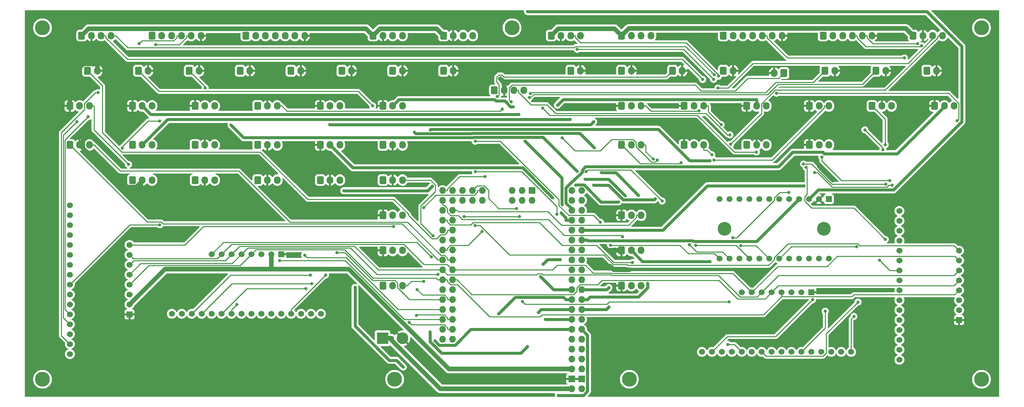
<source format=gbr>
%TF.GenerationSoftware,KiCad,Pcbnew,7.0.9*%
%TF.CreationDate,2024-03-13T22:59:51+01:00*%
%TF.ProjectId,FCU_Mainboard_v2,4643555f-4d61-4696-9e62-6f6172645f76,rev?*%
%TF.SameCoordinates,Original*%
%TF.FileFunction,Copper,L1,Top*%
%TF.FilePolarity,Positive*%
%FSLAX46Y46*%
G04 Gerber Fmt 4.6, Leading zero omitted, Abs format (unit mm)*
G04 Created by KiCad (PCBNEW 7.0.9) date 2024-03-13 22:59:51*
%MOMM*%
%LPD*%
G01*
G04 APERTURE LIST*
G04 Aperture macros list*
%AMRoundRect*
0 Rectangle with rounded corners*
0 $1 Rounding radius*
0 $2 $3 $4 $5 $6 $7 $8 $9 X,Y pos of 4 corners*
0 Add a 4 corners polygon primitive as box body*
4,1,4,$2,$3,$4,$5,$6,$7,$8,$9,$2,$3,0*
0 Add four circle primitives for the rounded corners*
1,1,$1+$1,$2,$3*
1,1,$1+$1,$4,$5*
1,1,$1+$1,$6,$7*
1,1,$1+$1,$8,$9*
0 Add four rect primitives between the rounded corners*
20,1,$1+$1,$2,$3,$4,$5,0*
20,1,$1+$1,$4,$5,$6,$7,0*
20,1,$1+$1,$6,$7,$8,$9,0*
20,1,$1+$1,$8,$9,$2,$3,0*%
G04 Aperture macros list end*
%TA.AperFunction,ComponentPad*%
%ADD10RoundRect,0.250000X-0.600000X-0.725000X0.600000X-0.725000X0.600000X0.725000X-0.600000X0.725000X0*%
%TD*%
%TA.AperFunction,ComponentPad*%
%ADD11O,1.700000X1.950000*%
%TD*%
%TA.AperFunction,ComponentPad*%
%ADD12RoundRect,0.250000X-0.600000X-0.750000X0.600000X-0.750000X0.600000X0.750000X-0.600000X0.750000X0*%
%TD*%
%TA.AperFunction,ComponentPad*%
%ADD13O,1.700000X2.000000*%
%TD*%
%TA.AperFunction,ComponentPad*%
%ADD14C,2.600000*%
%TD*%
%TA.AperFunction,ConnectorPad*%
%ADD15C,3.800000*%
%TD*%
%TA.AperFunction,ComponentPad*%
%ADD16C,1.530000*%
%TD*%
%TA.AperFunction,ComponentPad*%
%ADD17R,1.530000X1.530000*%
%TD*%
%TA.AperFunction,ComponentPad*%
%ADD18RoundRect,0.250000X0.600000X0.750000X-0.600000X0.750000X-0.600000X-0.750000X0.600000X-0.750000X0*%
%TD*%
%TA.AperFunction,ComponentPad*%
%ADD19R,1.508000X1.508000*%
%TD*%
%TA.AperFunction,ComponentPad*%
%ADD20C,1.508000*%
%TD*%
%TA.AperFunction,ComponentPad*%
%ADD21C,3.516000*%
%TD*%
%TA.AperFunction,ComponentPad*%
%ADD22R,3.000000X3.000000*%
%TD*%
%TA.AperFunction,ComponentPad*%
%ADD23C,3.000000*%
%TD*%
%TA.AperFunction,ComponentPad*%
%ADD24O,1.727200X1.727200*%
%TD*%
%TA.AperFunction,ComponentPad*%
%ADD25R,1.727200X1.727200*%
%TD*%
%TA.AperFunction,ViaPad*%
%ADD26C,0.800000*%
%TD*%
%TA.AperFunction,Conductor*%
%ADD27C,1.200000*%
%TD*%
%TA.AperFunction,Conductor*%
%ADD28C,0.250000*%
%TD*%
%TA.AperFunction,Conductor*%
%ADD29C,0.800000*%
%TD*%
G04 APERTURE END LIST*
D10*
%TO.P,R_EFIS_MAP_RANGE,1,Pin_1*%
%TO.N,/EFIS_RIGHT/R10*%
X199000000Y-27000000D03*
D11*
%TO.P,R_EFIS_MAP_RANGE,2,Pin_2*%
%TO.N,/EFIS_RIGHT/R20*%
X201500000Y-27000000D03*
%TO.P,R_EFIS_MAP_RANGE,3,Pin_3*%
%TO.N,/EFIS_RIGHT/R40*%
X204000000Y-27000000D03*
%TO.P,R_EFIS_MAP_RANGE,4,Pin_4*%
%TO.N,/EFIS_RIGHT/R80*%
X206500000Y-27000000D03*
%TO.P,R_EFIS_MAP_RANGE,5,Pin_5*%
%TO.N,/EFIS_RIGHT/R160*%
X209000000Y-27000000D03*
%TO.P,R_EFIS_MAP_RANGE,6,Pin_6*%
%TO.N,/EFIS_RIGHT/R320*%
X211500000Y-27000000D03*
%TO.P,R_EFIS_MAP_RANGE,7,Pin_7*%
%TO.N,GND*%
X214000000Y-27000000D03*
%TD*%
D10*
%TO.P,R_BARO_ENC,1,Pin_1*%
%TO.N,R_EFIS_BARO_LEFT*%
X112000000Y-64000000D03*
D11*
%TO.P,R_BARO_ENC,2,Pin_2*%
%TO.N,GND*%
X114500000Y-64000000D03*
%TO.P,R_BARO_ENC,3,Pin_3*%
%TO.N,R_EFIS_BARO_RIGHT*%
X117000000Y-64000000D03*
%TD*%
D10*
%TO.P,AP1,1,Pin_1*%
%TO.N,GND*%
X112000000Y-91000000D03*
D11*
%TO.P,AP1,2,Pin_2*%
%TO.N,AP2_LED*%
X114500000Y-91000000D03*
%TO.P,AP1,3,Pin_3*%
%TO.N,AP1_BTN*%
X117000000Y-91000000D03*
%TD*%
D10*
%TO.P,VOR/ADF 1,1,Pin_1*%
%TO.N,/EFIS_LEFT/VOR 1*%
X80000000Y-55000000D03*
D11*
%TO.P,VOR/ADF 1,2,Pin_2*%
%TO.N,GND*%
X82500000Y-55000000D03*
%TO.P,VOR/ADF 1,3,Pin_3*%
%TO.N,/EFIS_LEFT/ADF 1*%
X85000000Y-55000000D03*
%TD*%
D10*
%TO.P,VOR/ADF 1,1,Pin_1*%
%TO.N,/EFIS_RIGHT/VOR 1*%
X237000000Y-45000000D03*
D11*
%TO.P,VOR/ADF 1,2,Pin_2*%
%TO.N,GND*%
X239500000Y-45000000D03*
%TO.P,VOR/ADF 1,3,Pin_3*%
%TO.N,/EFIS_RIGHT/ADF 1*%
X242000000Y-45000000D03*
%TD*%
D12*
%TO.P,HDG_PUSH,1,Pin_1*%
%TO.N,HDG_PUSH*%
X186000000Y-36000000D03*
D13*
%TO.P,HDG_PUSH,2,Pin_2*%
%TO.N,GND*%
X188500000Y-36000000D03*
%TD*%
D14*
%TO.P,H3,1*%
%TO.N,N/C*%
X265000000Y-25000000D03*
D15*
X265000000Y-25000000D03*
%TD*%
D12*
%TO.P,LVL_OFF_BTN,1,Pin_1*%
%TO.N,LVL_OFF_BTN*%
X88500000Y-36000000D03*
D13*
%TO.P,LVL_OFF_BTN,2,Pin_2*%
%TO.N,GND*%
X91000000Y-36000000D03*
%TD*%
D14*
%TO.P,H8,1*%
%TO.N,N/C*%
X175000000Y-115000000D03*
D15*
X175000000Y-115000000D03*
%TD*%
D10*
%TO.P,R_EFIS_MAP_MODE,1,Pin_1*%
%TO.N,/EFIS_RIGHT/ILS*%
X224500000Y-27000000D03*
D11*
%TO.P,R_EFIS_MAP_MODE,2,Pin_2*%
%TO.N,/EFIS_RIGHT/VOR*%
X227000000Y-27000000D03*
%TO.P,R_EFIS_MAP_MODE,3,Pin_3*%
%TO.N,/EFIS_RIGHT/MAP*%
X229500000Y-27000000D03*
%TO.P,R_EFIS_MAP_MODE,4,Pin_4*%
%TO.N,/EFIS_RIGHT/ARC*%
X232000000Y-27000000D03*
%TO.P,R_EFIS_MAP_MODE,5,Pin_5*%
%TO.N,/EFIS_RIGHT/PLAN*%
X234500000Y-27000000D03*
%TO.P,R_EFIS_MAP_MODE,6,Pin_6*%
%TO.N,GND*%
X237000000Y-27000000D03*
%TD*%
D12*
%TO.P,VSPEED_PULL,1,Pin_1*%
%TO.N,VSPEED_PULL*%
X36500000Y-36000000D03*
D13*
%TO.P,VSPEED_PULL,2,Pin_2*%
%TO.N,GND*%
X39000000Y-36000000D03*
%TD*%
D10*
%TO.P,ALT_ROT,1,Pin_1*%
%TO.N,ALT_LEFT*%
X80000000Y-45000000D03*
D11*
%TO.P,ALT_ROT,2,Pin_2*%
%TO.N,GND*%
X82500000Y-45000000D03*
%TO.P,ALT_ROT,3,Pin_3*%
%TO.N,ALT_RIGHT*%
X85000000Y-45000000D03*
%TD*%
D14*
%TO.P,H7,1*%
%TO.N,N/C*%
X265000000Y-115000000D03*
D15*
X265000000Y-115000000D03*
%TD*%
D10*
%TO.P,APPR,1,Pin_1*%
%TO.N,GND*%
X173000000Y-73000000D03*
D11*
%TO.P,APPR,2,Pin_2*%
%TO.N,APPR_LED*%
X175500000Y-73000000D03*
%TO.P,APPR,3,Pin_3*%
%TO.N,APPR_BTN*%
X178000000Y-73000000D03*
%TD*%
D10*
%TO.P,ALT_OLED,1,Pin_1*%
%TO.N,3.3V*%
X155000000Y-27000000D03*
D11*
%TO.P,ALT_OLED,2,Pin_2*%
%TO.N,GND*%
X157500000Y-27000000D03*
%TO.P,ALT_OLED,3,Pin_3*%
%TO.N,/OLEDs/ALT_SCL*%
X160000000Y-27000000D03*
%TO.P,ALT_OLED,4,Pin_4*%
%TO.N,/OLEDs/ALT_SDA*%
X162500000Y-27000000D03*
%TD*%
D10*
%TO.P,VSPEED_ENC,1,Pin_1*%
%TO.N,VSPEED_LEFT*%
X96000000Y-64000000D03*
D11*
%TO.P,VSPEED_ENC,2,Pin_2*%
%TO.N,GND*%
X98500000Y-64000000D03*
%TO.P,VSPEED_ENC,3,Pin_3*%
%TO.N,VSPEED_RIGHT*%
X101000000Y-64000000D03*
%TD*%
D10*
%TO.P,L_EFIS_MAP_RANGE,1,Pin_1*%
%TO.N,/EFIS_LEFT/R10*%
X77000000Y-27000000D03*
D11*
%TO.P,L_EFIS_MAP_RANGE,2,Pin_2*%
%TO.N,/EFIS_LEFT/R20*%
X79500000Y-27000000D03*
%TO.P,L_EFIS_MAP_RANGE,3,Pin_3*%
%TO.N,/EFIS_LEFT/R40*%
X82000000Y-27000000D03*
%TO.P,L_EFIS_MAP_RANGE,4,Pin_4*%
%TO.N,/EFIS_LEFT/R80*%
X84500000Y-27000000D03*
%TO.P,L_EFIS_MAP_RANGE,5,Pin_5*%
%TO.N,/EFIS_LEFT/R160*%
X87000000Y-27000000D03*
%TO.P,L_EFIS_MAP_RANGE,6,Pin_6*%
%TO.N,/EFIS_LEFT/R320*%
X89500000Y-27000000D03*
%TO.P,L_EFIS_MAP_RANGE,7,Pin_7*%
%TO.N,GND*%
X92000000Y-27000000D03*
%TD*%
D14*
%TO.P,H2,1*%
%TO.N,N/C*%
X25000000Y-115000000D03*
D15*
X25000000Y-115000000D03*
%TD*%
D10*
%TO.P,L_EFIS_OLED,1,Pin_1*%
%TO.N,3.3V*%
X35000000Y-27000000D03*
D11*
%TO.P,L_EFIS_OLED,2,Pin_2*%
%TO.N,GND*%
X37500000Y-27000000D03*
%TO.P,L_EFIS_OLED,3,Pin_3*%
%TO.N,/OLEDs/L_EFIS_SCL*%
X40000000Y-27000000D03*
%TO.P,L_EFIS_OLED,4,Pin_4*%
%TO.N,/OLEDs/L_EFIS_SDA*%
X42500000Y-27000000D03*
%TD*%
D10*
%TO.P,R_EFIS_NDB,1,Pin_1*%
%TO.N,GND*%
X189000000Y-55000000D03*
D11*
%TO.P,R_EFIS_NDB,2,Pin_2*%
%TO.N,R_EFIS_NDB_LED*%
X191500000Y-55000000D03*
%TO.P,R_EFIS_NDB,3,Pin_3*%
%TO.N,/EFIS_RIGHT/NDB_BTN*%
X194000000Y-55000000D03*
%TD*%
D10*
%TO.P,HDG_ENC,1,Pin_1*%
%TO.N,HDG_LEFT*%
X80000000Y-64000000D03*
D11*
%TO.P,HDG_ENC,2,Pin_2*%
%TO.N,GND*%
X82500000Y-64000000D03*
%TO.P,HDG_ENC,3,Pin_3*%
%TO.N,HDG_RIGHT*%
X85000000Y-64000000D03*
%TD*%
D12*
%TO.P,BARO_PUSH,1,Pin_1*%
%TO.N,/EFIS_RIGHT/BARO_PUSH*%
X251000000Y-36000000D03*
D13*
%TO.P,BARO_PUSH,2,Pin_2*%
%TO.N,GND*%
X253500000Y-36000000D03*
%TD*%
D12*
%TO.P,BARO_PUSH,1,Pin_1*%
%TO.N,/EFIS_LEFT/BARO_PUSH*%
X62500000Y-36000000D03*
D13*
%TO.P,BARO_PUSH,2,Pin_2*%
%TO.N,GND*%
X65000000Y-36000000D03*
%TD*%
D10*
%TO.P,EXPED,1,Pin_1*%
%TO.N,GND*%
X173000000Y-82000000D03*
D11*
%TO.P,EXPED,2,Pin_2*%
%TO.N,EXPED_LED*%
X175500000Y-82000000D03*
%TO.P,EXPED,3,Pin_3*%
%TO.N,EXPED_BTN*%
X178000000Y-82000000D03*
%TD*%
D16*
%TO.P,U7,JP1-1,C0*%
%TO.N,/EFIS_LEFT/ILS*%
X32000000Y-108540000D03*
%TO.P,U7,JP1-2,C1*%
%TO.N,/EFIS_LEFT/VOR*%
X32000000Y-106000000D03*
%TO.P,U7,JP1-3,C2*%
%TO.N,/EFIS_LEFT/MAP*%
X32000000Y-103460000D03*
%TO.P,U7,JP1-4,C3*%
%TO.N,/EFIS_LEFT/ARC*%
X32000000Y-100920000D03*
%TO.P,U7,JP1-5,C4*%
%TO.N,/EFIS_LEFT/PLAN*%
X32000000Y-98380000D03*
%TO.P,U7,JP1-6,C5*%
%TO.N,/EFIS_LEFT/R10*%
X32000000Y-95840000D03*
%TO.P,U7,JP1-7,C6*%
%TO.N,/EFIS_LEFT/R20*%
X32000000Y-93300000D03*
%TO.P,U7,JP1-8,C7*%
%TO.N,/EFIS_LEFT/R40*%
X32000000Y-90760000D03*
%TO.P,U7,JP1-9,C8*%
%TO.N,/EFIS_LEFT/R80*%
X32000000Y-88220000D03*
%TO.P,U7,JP1-10,C9*%
%TO.N,/EFIS_LEFT/R160*%
X32000000Y-85680000D03*
%TO.P,U7,JP1-11,C10*%
%TO.N,/EFIS_LEFT/R320*%
X32000000Y-83140000D03*
%TO.P,U7,JP1-12,C11*%
%TO.N,unconnected-(U7-C11-PadJP1-12)*%
X32000000Y-80600000D03*
%TO.P,U7,JP1-13,C12*%
%TO.N,unconnected-(U7-C12-PadJP1-13)*%
X32000000Y-78060000D03*
%TO.P,U7,JP1-14,C13*%
%TO.N,unconnected-(U7-C13-PadJP1-14)*%
X32000000Y-75520000D03*
%TO.P,U7,JP1-15,C14*%
%TO.N,unconnected-(U7-C14-PadJP1-15)*%
X32000000Y-72980000D03*
%TO.P,U7,JP1-16,C15*%
%TO.N,unconnected-(U7-C15-PadJP1-16)*%
X32000000Y-70440000D03*
D17*
%TO.P,U7,JP3-1,GND*%
%TO.N,GND*%
X47240000Y-98380000D03*
D16*
%TO.P,U7,JP3-2,VCC*%
%TO.N,5V*%
X47240000Y-95840000D03*
%TO.P,U7,JP3-3,EN*%
%TO.N,unconnected-(U7-EN-PadJP3-3)*%
X47240000Y-93300000D03*
%TO.P,U7,JP3-4,S0*%
%TO.N,MP_S0*%
X47240000Y-90760000D03*
%TO.P,U7,JP3-5,S1*%
%TO.N,MP_S1*%
X47240000Y-88220000D03*
%TO.P,U7,JP3-6,S2*%
%TO.N,MP_S2*%
X47240000Y-85680000D03*
%TO.P,U7,JP3-7,S3*%
%TO.N,MP_S3*%
X47240000Y-83140000D03*
%TO.P,U7,JP3-8,COM*%
%TO.N,U7_MP_SIG*%
X47240000Y-80600000D03*
%TD*%
D12*
%TO.P,METRIC_ALT,1,Pin_1*%
%TO.N,METRIC_ALT_BTN*%
X114500000Y-36000000D03*
D13*
%TO.P,METRIC_ALT,2,Pin_2*%
%TO.N,GND*%
X117000000Y-36000000D03*
%TD*%
D10*
%TO.P,SPD_OLED,1,Pin_1*%
%TO.N,3.3V*%
X109500000Y-27000000D03*
D11*
%TO.P,SPD_OLED,2,Pin_2*%
%TO.N,GND*%
X112000000Y-27000000D03*
%TO.P,SPD_OLED,3,Pin_3*%
%TO.N,/OLEDs/SPD_SCL*%
X114500000Y-27000000D03*
%TO.P,SPD_OLED,4,Pin_4*%
%TO.N,/OLEDs/SPD_SDA*%
X117000000Y-27000000D03*
%TD*%
D10*
%TO.P,LOC,1,Pin_1*%
%TO.N,GND*%
X112000000Y-73000000D03*
D11*
%TO.P,LOC,2,Pin_2*%
%TO.N,LOC_LED*%
X114500000Y-73000000D03*
%TO.P,LOC,3,Pin_3*%
%TO.N,LOC_BTN*%
X117000000Y-73000000D03*
%TD*%
D12*
%TO.P,HDG_PULL,1,Pin_1*%
%TO.N,HDG_PULL*%
X127500000Y-36000000D03*
D13*
%TO.P,HDG_PULL,2,Pin_2*%
%TO.N,GND*%
X130000000Y-36000000D03*
%TD*%
D12*
%TO.P,SPD_PUSH,1,Pin_1*%
%TO.N,SPD_PUSH*%
X49500000Y-36000000D03*
D13*
%TO.P,SPD_PUSH,2,Pin_2*%
%TO.N,GND*%
X52000000Y-36000000D03*
%TD*%
D10*
%TO.P,L_EFIS_hPa_inHg,1,Pin_1*%
%TO.N,/EFIS_LEFT/BARO_hPa*%
X64000000Y-55000000D03*
D11*
%TO.P,L_EFIS_hPa_inHg,2,Pin_2*%
%TO.N,GND*%
X66500000Y-55000000D03*
%TO.P,L_EFIS_hPa_inHg,3,Pin_3*%
%TO.N,/EFIS_LEFT/BARO_inHg*%
X69000000Y-55000000D03*
%TD*%
D10*
%TO.P,L_EFIS_NDB,1,Pin_1*%
%TO.N,GND*%
X96000000Y-55000000D03*
D11*
%TO.P,L_EFIS_NDB,2,Pin_2*%
%TO.N,L_EFIS_NDB_LED*%
X98500000Y-55000000D03*
%TO.P,L_EFIS_NDB,3,Pin_3*%
%TO.N,/EFIS_LEFT/NDB_BTN*%
X101000000Y-55000000D03*
%TD*%
D12*
%TO.P,HDG/TRK,1,Pin_1*%
%TO.N,HDG{slash}TRK_BTN*%
X225000000Y-36000000D03*
D13*
%TO.P,HDG/TRK,2,Pin_2*%
%TO.N,GND*%
X227500000Y-36000000D03*
%TD*%
D10*
%TO.P,AP2,1,Pin_1*%
%TO.N,GND*%
X112000000Y-82000000D03*
D11*
%TO.P,AP2,2,Pin_2*%
%TO.N,AP1_LED*%
X114500000Y-82000000D03*
%TO.P,AP2,3,Pin_3*%
%TO.N,AP2_BTN*%
X117000000Y-82000000D03*
%TD*%
D14*
%TO.P,H4,1*%
%TO.N,N/C*%
X25000000Y-25000000D03*
D15*
X25000000Y-25000000D03*
%TD*%
D10*
%TO.P,L_EFIS_LS,1,Pin_1*%
%TO.N,GND*%
X64000000Y-45000000D03*
D11*
%TO.P,L_EFIS_LS,2,Pin_2*%
%TO.N,L_EFIS_LS_LED*%
X66500000Y-45000000D03*
%TO.P,L_EFIS_LS,3,Pin_3*%
%TO.N,/EFIS_LEFT/LS_BTN*%
X69000000Y-45000000D03*
%TD*%
D16*
%TO.P,U9,JP1-1,C0*%
%TO.N,/EFIS_RIGHT/VOR 1*%
X231660000Y-108000000D03*
%TO.P,U9,JP1-2,C1*%
%TO.N,/EFIS_RIGHT/VOR 2*%
X229120000Y-108000000D03*
%TO.P,U9,JP1-3,C2*%
%TO.N,/EFIS_RIGHT/ADF 1*%
X226580000Y-108000000D03*
%TO.P,U9,JP1-4,C3*%
%TO.N,/EFIS_RIGHT/ADF 2*%
X224040000Y-108000000D03*
%TO.P,U9,JP1-5,C4*%
%TO.N,/EFIS_RIGHT/BARO_PULL*%
X221500000Y-108000000D03*
%TO.P,U9,JP1-6,C5*%
%TO.N,/EFIS_RIGHT/BARO_PUSH*%
X218960000Y-108000000D03*
%TO.P,U9,JP1-7,C6*%
%TO.N,/EFIS_RIGHT/BARO_hPa*%
X216420000Y-108000000D03*
%TO.P,U9,JP1-8,C7*%
%TO.N,/EFIS_RIGHT/BARO_inHg*%
X213880000Y-108000000D03*
%TO.P,U9,JP1-9,C8*%
%TO.N,/EFIS_RIGHT/FD_BTN*%
X211340000Y-108000000D03*
%TO.P,U9,JP1-10,C9*%
%TO.N,/EFIS_RIGHT/LS_BTN*%
X208800000Y-108000000D03*
%TO.P,U9,JP1-11,C10*%
%TO.N,/EFIS_RIGHT/CSTR_BTN*%
X206260000Y-108000000D03*
%TO.P,U9,JP1-12,C11*%
%TO.N,/EFIS_RIGHT/VORD_BTN*%
X203720000Y-108000000D03*
%TO.P,U9,JP1-13,C12*%
%TO.N,/EFIS_RIGHT/NDB_BTN*%
X201180000Y-108000000D03*
%TO.P,U9,JP1-14,C13*%
%TO.N,/EFIS_RIGHT/WPT_BTN*%
X198640000Y-108000000D03*
%TO.P,U9,JP1-15,C14*%
%TO.N,/EFIS_RIGHT/ARPT_BTN*%
X196100000Y-108000000D03*
%TO.P,U9,JP1-16,C15*%
%TO.N,unconnected-(U9-C15-PadJP1-16)*%
X193560000Y-108000000D03*
D17*
%TO.P,U9,JP3-1,GND*%
%TO.N,GND*%
X221500000Y-92760000D03*
D16*
%TO.P,U9,JP3-2,VCC*%
%TO.N,5V*%
X218960000Y-92760000D03*
%TO.P,U9,JP3-3,EN*%
%TO.N,unconnected-(U9-EN-PadJP3-3)*%
X216420000Y-92760000D03*
%TO.P,U9,JP3-4,S0*%
%TO.N,MP_S0*%
X213880000Y-92760000D03*
%TO.P,U9,JP3-5,S1*%
%TO.N,MP_S1*%
X211340000Y-92760000D03*
%TO.P,U9,JP3-6,S2*%
%TO.N,MP_S2*%
X208800000Y-92760000D03*
%TO.P,U9,JP3-7,S3*%
%TO.N,MP_S3*%
X206260000Y-92760000D03*
%TO.P,U9,JP3-8,COM*%
%TO.N,U9_MP_SIG*%
X203720000Y-92760000D03*
%TD*%
D10*
%TO.P,L_EFIS_CSTR,1,Pin_1*%
%TO.N,GND*%
X96000000Y-45000000D03*
D11*
%TO.P,L_EFIS_CSTR,2,Pin_2*%
%TO.N,L_EFIS_CSTR_LED*%
X98500000Y-45000000D03*
%TO.P,L_EFIS_CSTR,3,Pin_3*%
%TO.N,/EFIS_LEFT/CSTR_BTN*%
X101000000Y-45000000D03*
%TD*%
D10*
%TO.P,L_EFIS_MAP_MODE,1,Pin_1*%
%TO.N,/EFIS_LEFT/ILS*%
X53000000Y-27000000D03*
D11*
%TO.P,L_EFIS_MAP_MODE,2,Pin_2*%
%TO.N,/EFIS_LEFT/VOR*%
X55500000Y-27000000D03*
%TO.P,L_EFIS_MAP_MODE,3,Pin_3*%
%TO.N,/EFIS_LEFT/MAP*%
X58000000Y-27000000D03*
%TO.P,L_EFIS_MAP_MODE,4,Pin_4*%
%TO.N,/EFIS_LEFT/ARC*%
X60500000Y-27000000D03*
%TO.P,L_EFIS_MAP_MODE,5,Pin_5*%
%TO.N,/EFIS_LEFT/PLAN*%
X63000000Y-27000000D03*
%TO.P,L_EFIS_MAP_MODE,6,Pin_6*%
%TO.N,GND*%
X65500000Y-27000000D03*
%TD*%
D10*
%TO.P,L_EFIS_ARPT,1,Pin_1*%
%TO.N,GND*%
X32000000Y-45000000D03*
D11*
%TO.P,L_EFIS_ARPT,2,Pin_2*%
%TO.N,L_EFIS_ARPT_LED*%
X34500000Y-45000000D03*
%TO.P,L_EFIS_ARPT,3,Pin_3*%
%TO.N,/EFIS_LEFT/ARPT_BTN*%
X37000000Y-45000000D03*
%TD*%
D12*
%TO.P,BARO_PULL,1,Pin_1*%
%TO.N,/EFIS_LEFT/BARO_PULL*%
X75500000Y-36000000D03*
D13*
%TO.P,BARO_PULL,2,Pin_2*%
%TO.N,GND*%
X78000000Y-36000000D03*
%TD*%
D12*
%TO.P,SPD_PULL,1,Pin_1*%
%TO.N,SPD_PULL*%
X101500000Y-36000000D03*
D13*
%TO.P,SPD_PULL,2,Pin_2*%
%TO.N,GND*%
X104000000Y-36000000D03*
%TD*%
D10*
%TO.P,R_EFIS_hPa_inHg,1,Pin_1*%
%TO.N,/EFIS_RIGHT/BARO_hPa*%
X173000000Y-55000000D03*
D11*
%TO.P,R_EFIS_hPa_inHg,2,Pin_2*%
%TO.N,GND*%
X175500000Y-55000000D03*
%TO.P,R_EFIS_hPa_inHg,3,Pin_3*%
%TO.N,/EFIS_RIGHT/BARO_inHg*%
X178000000Y-55000000D03*
%TD*%
D10*
%TO.P,L_EFIS_WPT,1,Pin_1*%
%TO.N,GND*%
X112000000Y-45000000D03*
D11*
%TO.P,L_EFIS_WPT,2,Pin_2*%
%TO.N,L_EFIS_WPT_LED*%
X114500000Y-45000000D03*
%TO.P,L_EFIS_WPT,3,Pin_3*%
%TO.N,/EFIS_LEFT/WPT_BTN*%
X117000000Y-45000000D03*
%TD*%
D14*
%TO.P,H5,1*%
%TO.N,N/C*%
X115000000Y-115000000D03*
D15*
X115000000Y-115000000D03*
%TD*%
D10*
%TO.P,VOR/ADF 2,1,Pin_1*%
%TO.N,/EFIS_RIGHT/VOR 2*%
X205000000Y-55000000D03*
D11*
%TO.P,VOR/ADF 2,2,Pin_2*%
%TO.N,GND*%
X207500000Y-55000000D03*
%TO.P,VOR/ADF 2,3,Pin_3*%
%TO.N,/EFIS_RIGHT/ADF 2*%
X210000000Y-55000000D03*
%TD*%
D10*
%TO.P,VSPEED_OLED,1,Pin_1*%
%TO.N,3.3V*%
X173000000Y-27000000D03*
D11*
%TO.P,VSPEED_OLED,2,Pin_2*%
%TO.N,GND*%
X175500000Y-27000000D03*
%TO.P,VSPEED_OLED,3,Pin_3*%
%TO.N,/OLEDs/VSPEED_SCL*%
X178000000Y-27000000D03*
%TO.P,VSPEED_OLED,4,Pin_4*%
%TO.N,/OLEDs/VSPEED_SDA*%
X180500000Y-27000000D03*
%TD*%
D10*
%TO.P,L_EFIS_FD,1,Pin_1*%
%TO.N,GND*%
X48000000Y-45000000D03*
D11*
%TO.P,L_EFIS_FD,2,Pin_2*%
%TO.N,L_EFIS_FD_LED*%
X50500000Y-45000000D03*
%TO.P,L_EFIS_FD,3,Pin_3*%
%TO.N,/EFIS_LEFT/FD_BTN*%
X53000000Y-45000000D03*
%TD*%
D18*
%TO.P,SPD/MACH,1,Pin_1*%
%TO.N,SPD{slash}MACH_BTN*%
X214500000Y-36600000D03*
D13*
%TO.P,SPD/MACH,2,Pin_2*%
%TO.N,GND*%
X212000000Y-36600000D03*
%TD*%
D19*
%TO.P,U1,1,VIN*%
%TO.N,3.3V*%
X225970000Y-68880000D03*
D20*
%TO.P,U1,2,GND*%
%TO.N,GND*%
X223430000Y-68880000D03*
%TO.P,U1,3,SDA*%
%TO.N,SDA*%
X220890000Y-68880000D03*
%TO.P,U1,4,SCL*%
%TO.N,SCL*%
X218350000Y-68880000D03*
%TO.P,U1,5,RST*%
%TO.N,unconnected-(U1-RST-Pad5)*%
X215810000Y-68880000D03*
%TO.P,U1,6,A0*%
%TO.N,unconnected-(U1-A0-Pad6)*%
X213270000Y-68880000D03*
%TO.P,U1,7,A1*%
%TO.N,unconnected-(U1-A1-Pad7)*%
X210730000Y-68880000D03*
%TO.P,U1,8,A2*%
%TO.N,unconnected-(U1-A2-Pad8)*%
X208190000Y-68880000D03*
%TO.P,U1,9,SDA0*%
%TO.N,/OLEDs/L_EFIS_SDA*%
X205650000Y-68880000D03*
%TO.P,U1,10,SCL0*%
%TO.N,/OLEDs/L_EFIS_SCL*%
X203110000Y-68880000D03*
%TO.P,U1,11,SDA1*%
%TO.N,/OLEDs/R_EFIS_SDA*%
X200570000Y-68880000D03*
%TO.P,U1,12,SCL1*%
%TO.N,/OLEDs/R_EFIS_SCL*%
X198030000Y-68880000D03*
%TO.P,U1,13,SDA2*%
%TO.N,/OLEDs/SPD_SDA*%
X198030000Y-84120000D03*
%TO.P,U1,14,SCL2*%
%TO.N,/OLEDs/SPD_SCL*%
X200570000Y-84120000D03*
%TO.P,U1,15,SDA3*%
%TO.N,/OLEDs/HDG_SDA*%
X203110000Y-84120000D03*
%TO.P,U1,16,SCL3*%
%TO.N,/OLEDs/HDG_SCL*%
X205650000Y-84120000D03*
%TO.P,U1,17,SDA4*%
%TO.N,/OLEDs/HDG{slash}TRK_SDA*%
X208190000Y-84120000D03*
%TO.P,U1,18,SCL4*%
%TO.N,/OLEDs/HDG{slash}TRK_SCL*%
X210730000Y-84120000D03*
%TO.P,U1,19,SDA5*%
%TO.N,/OLEDs/ALT_SDA*%
X213270000Y-84120000D03*
%TO.P,U1,20,SCL5*%
%TO.N,/OLEDs/ALT_SCL*%
X215810000Y-84120000D03*
%TO.P,U1,21,SDA6*%
%TO.N,/OLEDs/VSPEED_SDA*%
X218350000Y-84120000D03*
%TO.P,U1,22,SCL6*%
%TO.N,/OLEDs/VSPEED_SCL*%
X220890000Y-84120000D03*
%TO.P,U1,23,SDA7*%
%TO.N,unconnected-(U1-SDA7-Pad23)*%
X223430000Y-84120000D03*
%TO.P,U1,24,SCL7*%
%TO.N,unconnected-(U1-SCL7-Pad24)*%
X225970000Y-84120000D03*
D21*
%TO.P,U1,P1*%
%TO.N,N/C*%
X224700000Y-76500000D03*
%TO.P,U1,P2*%
X199300000Y-76500000D03*
%TD*%
D10*
%TO.P,R_EFIS_VORD,1,Pin_1*%
%TO.N,GND*%
X221000000Y-45000000D03*
D11*
%TO.P,R_EFIS_VORD,2,Pin_2*%
%TO.N,R_EFIS_VORD_LED*%
X223500000Y-45000000D03*
%TO.P,R_EFIS_VORD,3,Pin_3*%
%TO.N,/EFIS_RIGHT/VORD_BTN*%
X226000000Y-45000000D03*
%TD*%
D22*
%TO.P,PWR_IN,1,Pin_1*%
%TO.N,+9V*%
X111920000Y-104500000D03*
D23*
%TO.P,PWR_IN,2,Pin_2*%
%TO.N,GND*%
X117000000Y-104500000D03*
%TD*%
D10*
%TO.P,ALT_100_1000,1,Pin_1*%
%TO.N,ALT_100*%
X32000000Y-55000000D03*
D11*
%TO.P,ALT_100_1000,2,Pin_2*%
%TO.N,GND*%
X34500000Y-55000000D03*
%TO.P,ALT_100_1000,3,Pin_3*%
%TO.N,ALT_1000*%
X37000000Y-55000000D03*
%TD*%
D10*
%TO.P,R_EFIS_CSTR,1,Pin_1*%
%TO.N,GND*%
X205000000Y-45000000D03*
D11*
%TO.P,R_EFIS_CSTR,2,Pin_2*%
%TO.N,R_EFIS_CSTR_LED*%
X207500000Y-45000000D03*
%TO.P,R_EFIS_CSTR,3,Pin_3*%
%TO.N,/EFIS_RIGHT/CSTR_BTN*%
X210000000Y-45000000D03*
%TD*%
D12*
%TO.P,BARO_PULL,1,Pin_1*%
%TO.N,/EFIS_RIGHT/BARO_PULL*%
X160000000Y-36000000D03*
D13*
%TO.P,BARO_PULL,2,Pin_2*%
%TO.N,GND*%
X162500000Y-36000000D03*
%TD*%
D10*
%TO.P,SPD_ENC,1,Pin_1*%
%TO.N,SPD_LEFT*%
X64000000Y-64000000D03*
D11*
%TO.P,SPD_ENC,2,Pin_2*%
%TO.N,GND*%
X66500000Y-64000000D03*
%TO.P,SPD_ENC,3,Pin_3*%
%TO.N,SPD_RIGHT*%
X69000000Y-64000000D03*
%TD*%
D16*
%TO.P,U5,JP1-1,C0*%
%TO.N,/EFIS_LEFT/VOR 1*%
X96160000Y-98240000D03*
%TO.P,U5,JP1-2,C1*%
%TO.N,/EFIS_LEFT/VOR 2*%
X93620000Y-98240000D03*
%TO.P,U5,JP1-3,C2*%
%TO.N,/EFIS_LEFT/ADF 1*%
X91080000Y-98240000D03*
%TO.P,U5,JP1-4,C3*%
%TO.N,/EFIS_LEFT/ADF 2*%
X88540000Y-98240000D03*
%TO.P,U5,JP1-5,C4*%
%TO.N,/EFIS_LEFT/BARO_PULL*%
X86000000Y-98240000D03*
%TO.P,U5,JP1-6,C5*%
%TO.N,/EFIS_LEFT/BARO_PUSH*%
X83460000Y-98240000D03*
%TO.P,U5,JP1-7,C6*%
%TO.N,/EFIS_LEFT/BARO_hPa*%
X80920000Y-98240000D03*
%TO.P,U5,JP1-8,C7*%
%TO.N,/EFIS_LEFT/BARO_inHg*%
X78380000Y-98240000D03*
%TO.P,U5,JP1-9,C8*%
%TO.N,/EFIS_LEFT/FD_BTN*%
X75840000Y-98240000D03*
%TO.P,U5,JP1-10,C9*%
%TO.N,/EFIS_LEFT/LS_BTN*%
X73300000Y-98240000D03*
%TO.P,U5,JP1-11,C10*%
%TO.N,/EFIS_LEFT/CSTR_BTN*%
X70760000Y-98240000D03*
%TO.P,U5,JP1-12,C11*%
%TO.N,/EFIS_LEFT/VORD_BTN*%
X68220000Y-98240000D03*
%TO.P,U5,JP1-13,C12*%
%TO.N,/EFIS_LEFT/NDB_BTN*%
X65680000Y-98240000D03*
%TO.P,U5,JP1-14,C13*%
%TO.N,/EFIS_LEFT/WPT_BTN*%
X63140000Y-98240000D03*
%TO.P,U5,JP1-15,C14*%
%TO.N,/EFIS_LEFT/ARPT_BTN*%
X60600000Y-98240000D03*
%TO.P,U5,JP1-16,C15*%
%TO.N,unconnected-(U5-C15-PadJP1-16)*%
X58060000Y-98240000D03*
D17*
%TO.P,U5,JP3-1,GND*%
%TO.N,GND*%
X86000000Y-83000000D03*
D16*
%TO.P,U5,JP3-2,VCC*%
%TO.N,5V*%
X83460000Y-83000000D03*
%TO.P,U5,JP3-3,EN*%
%TO.N,unconnected-(U5-EN-PadJP3-3)*%
X80920000Y-83000000D03*
%TO.P,U5,JP3-4,S0*%
%TO.N,MP_S0*%
X78380000Y-83000000D03*
%TO.P,U5,JP3-5,S1*%
%TO.N,MP_S1*%
X75840000Y-83000000D03*
%TO.P,U5,JP3-6,S2*%
%TO.N,MP_S2*%
X73300000Y-83000000D03*
%TO.P,U5,JP3-7,S3*%
%TO.N,MP_S3*%
X70760000Y-83000000D03*
%TO.P,U5,JP3-8,COM*%
%TO.N,U5_MP_SIG*%
X68220000Y-83000000D03*
%TD*%
%TO.P,U8,JP1-1,C0*%
%TO.N,/EFIS_RIGHT/ILS*%
X244000000Y-110000000D03*
%TO.P,U8,JP1-2,C1*%
%TO.N,/EFIS_RIGHT/VOR*%
X244000000Y-107460000D03*
%TO.P,U8,JP1-3,C2*%
%TO.N,/EFIS_RIGHT/MAP*%
X244000000Y-104920000D03*
%TO.P,U8,JP1-4,C3*%
%TO.N,/EFIS_RIGHT/ARC*%
X244000000Y-102380000D03*
%TO.P,U8,JP1-5,C4*%
%TO.N,/EFIS_RIGHT/PLAN*%
X244000000Y-99840000D03*
%TO.P,U8,JP1-6,C5*%
%TO.N,/EFIS_RIGHT/R10*%
X244000000Y-97300000D03*
%TO.P,U8,JP1-7,C6*%
%TO.N,/EFIS_RIGHT/R20*%
X244000000Y-94760000D03*
%TO.P,U8,JP1-8,C7*%
%TO.N,/EFIS_RIGHT/R40*%
X244000000Y-92220000D03*
%TO.P,U8,JP1-9,C8*%
%TO.N,/EFIS_RIGHT/R80*%
X244000000Y-89680000D03*
%TO.P,U8,JP1-10,C9*%
%TO.N,/EFIS_RIGHT/R160*%
X244000000Y-87140000D03*
%TO.P,U8,JP1-11,C10*%
%TO.N,/EFIS_RIGHT/R320*%
X244000000Y-84600000D03*
%TO.P,U8,JP1-12,C11*%
%TO.N,unconnected-(U8-C11-PadJP1-12)*%
X244000000Y-82060000D03*
%TO.P,U8,JP1-13,C12*%
%TO.N,unconnected-(U8-C12-PadJP1-13)*%
X244000000Y-79520000D03*
%TO.P,U8,JP1-14,C13*%
%TO.N,unconnected-(U8-C13-PadJP1-14)*%
X244000000Y-76980000D03*
%TO.P,U8,JP1-15,C14*%
%TO.N,unconnected-(U8-C14-PadJP1-15)*%
X244000000Y-74440000D03*
%TO.P,U8,JP1-16,C15*%
%TO.N,unconnected-(U8-C15-PadJP1-16)*%
X244000000Y-71900000D03*
D17*
%TO.P,U8,JP3-1,GND*%
%TO.N,GND*%
X259240000Y-99840000D03*
D16*
%TO.P,U8,JP3-2,VCC*%
%TO.N,5V*%
X259240000Y-97300000D03*
%TO.P,U8,JP3-3,EN*%
%TO.N,unconnected-(U8-EN-PadJP3-3)*%
X259240000Y-94760000D03*
%TO.P,U8,JP3-4,S0*%
%TO.N,MP_S0*%
X259240000Y-92220000D03*
%TO.P,U8,JP3-5,S1*%
%TO.N,MP_S1*%
X259240000Y-89680000D03*
%TO.P,U8,JP3-6,S2*%
%TO.N,MP_S2*%
X259240000Y-87140000D03*
%TO.P,U8,JP3-7,S3*%
%TO.N,MP_S3*%
X259240000Y-84600000D03*
%TO.P,U8,JP3-8,COM*%
%TO.N,U8_MP_SIG*%
X259240000Y-82060000D03*
%TD*%
D10*
%TO.P,R_EFIS_OLED,1,Pin_1*%
%TO.N,3.3V*%
X247500000Y-27000000D03*
D11*
%TO.P,R_EFIS_OLED,2,Pin_2*%
%TO.N,GND*%
X250000000Y-27000000D03*
%TO.P,R_EFIS_OLED,3,Pin_3*%
%TO.N,/OLEDs/R_EFIS_SCL*%
X252500000Y-27000000D03*
%TO.P,R_EFIS_OLED,4,Pin_4*%
%TO.N,/OLEDs/R_EFIS_SDA*%
X255000000Y-27000000D03*
%TD*%
%TO.P,L_BARO_ENC,3,Pin_3*%
%TO.N,L_EFIS_BARO_RIGHT*%
X53000000Y-64000000D03*
%TO.P,L_BARO_ENC,2,Pin_2*%
%TO.N,GND*%
X50500000Y-64000000D03*
D10*
%TO.P,L_BARO_ENC,1,Pin_1*%
%TO.N,L_EFIS_BARO_LEFT*%
X48000000Y-64000000D03*
%TD*%
%TO.P,R_EFIS_WPT,1,Pin_1*%
%TO.N,GND*%
X173000000Y-45000000D03*
D11*
%TO.P,R_EFIS_WPT,2,Pin_2*%
%TO.N,R_EFIS_WPT_LED*%
X175500000Y-45000000D03*
%TO.P,R_EFIS_WPT,3,Pin_3*%
%TO.N,/EFIS_RIGHT/WPT_BTN*%
X178000000Y-45000000D03*
%TD*%
D10*
%TO.P,HDG_OLED,1,Pin_1*%
%TO.N,3.3V*%
X127500000Y-27000000D03*
D11*
%TO.P,HDG_OLED,2,Pin_2*%
%TO.N,GND*%
X130000000Y-27000000D03*
%TO.P,HDG_OLED,3,Pin_3*%
%TO.N,/OLEDs/HDG_SCL*%
X132500000Y-27000000D03*
%TO.P,HDG_OLED,4,Pin_4*%
%TO.N,/OLEDs/HDG_SDA*%
X135000000Y-27000000D03*
%TD*%
D10*
%TO.P,R_EFIS_LS,1,Pin_1*%
%TO.N,GND*%
X253000000Y-45000000D03*
D11*
%TO.P,R_EFIS_LS,2,Pin_2*%
%TO.N,R_EFIS_LS_LED*%
X255500000Y-45000000D03*
%TO.P,R_EFIS_LS,3,Pin_3*%
%TO.N,/EFIS_RIGHT/LS_BTN*%
X258000000Y-45000000D03*
%TD*%
D12*
%TO.P,VSPEED_PUSH,1,Pin_1*%
%TO.N,VSPEED_PUSH*%
X238000000Y-36000000D03*
D13*
%TO.P,VSPEED_PUSH,2,Pin_2*%
%TO.N,GND*%
X240500000Y-36000000D03*
%TD*%
D10*
%TO.P,L_EFIS_VORD,1,Pin_1*%
%TO.N,GND*%
X48000000Y-55000000D03*
D11*
%TO.P,L_EFIS_VORD,2,Pin_2*%
%TO.N,L_EFIS_VORD_LED*%
X50500000Y-55000000D03*
%TO.P,L_EFIS_VORD,3,Pin_3*%
%TO.N,/EFIS_LEFT/VORD_BTN*%
X53000000Y-55000000D03*
%TD*%
D12*
%TO.P,ALT_PULL,1,Pin_1*%
%TO.N,ALT_PULL*%
X173000000Y-36000000D03*
D13*
%TO.P,ALT_PULL,2,Pin_2*%
%TO.N,GND*%
X175500000Y-36000000D03*
%TD*%
D12*
%TO.P,ALT_PUSH,1,Pin_1*%
%TO.N,ALT_PUSH*%
X199000000Y-36000000D03*
D13*
%TO.P,ALT_PUSH,2,Pin_2*%
%TO.N,GND*%
X201500000Y-36000000D03*
%TD*%
D10*
%TO.P,HDG_TRK_OLED,1,Pin_1*%
%TO.N,3.3V*%
X140500000Y-41000000D03*
D11*
%TO.P,HDG_TRK_OLED,2,Pin_2*%
%TO.N,GND*%
X143000000Y-41000000D03*
%TO.P,HDG_TRK_OLED,3,Pin_3*%
%TO.N,/OLEDs/HDG{slash}TRK_SCL*%
X145500000Y-41000000D03*
%TO.P,HDG_TRK_OLED,4,Pin_4*%
%TO.N,/OLEDs/HDG{slash}TRK_SDA*%
X148000000Y-41000000D03*
%TD*%
D10*
%TO.P,R_EFIS_ARPT,1,Pin_1*%
%TO.N,GND*%
X221000000Y-55000000D03*
D11*
%TO.P,R_EFIS_ARPT,2,Pin_2*%
%TO.N,R_EFIS_ARPT_LED*%
X223500000Y-55000000D03*
%TO.P,R_EFIS_ARPT,3,Pin_3*%
%TO.N,/EFIS_RIGHT/ARPT_BTN*%
X226000000Y-55000000D03*
%TD*%
D14*
%TO.P,H6,1*%
%TO.N,N/C*%
X145000000Y-25000000D03*
D15*
X145000000Y-25000000D03*
%TD*%
D24*
%TO.P,A1,3V31,3.3V*%
%TO.N,3.3V*%
X160240000Y-109854000D03*
%TO.P,A1,3V32,3.3V*%
%TO.N,unconnected-(A1-3.3V-Pad3V32)*%
X162780000Y-109854000D03*
%TO.P,A1,5V1,5V*%
%TO.N,5V*%
X160240000Y-112394000D03*
%TO.P,A1,5V2,SPI_5V*%
%TO.N,unconnected-(A1-SPI_5V-Pad5V2)*%
X145000000Y-66674000D03*
%TO.P,A1,5V3,5V*%
%TO.N,unconnected-(A1-5V-Pad5V3)*%
X162780000Y-112394000D03*
%TO.P,A1,A0,A0*%
%TO.N,L_EFIS_BARO_LEFT*%
X127220000Y-104774000D03*
%TO.P,A1,A1,A1*%
%TO.N,L_EFIS_BARO_RIGHT*%
X129760000Y-104774000D03*
%TO.P,A1,A2,A2*%
%TO.N,SPD_LEFT*%
X127220000Y-102234000D03*
%TO.P,A1,A3,A3*%
%TO.N,SPD_RIGHT*%
X129760000Y-102234000D03*
%TO.P,A1,A4,A4*%
%TO.N,HDG_LEFT*%
X127220000Y-99694000D03*
%TO.P,A1,A5,A5*%
%TO.N,HDG_RIGHT*%
X129760000Y-99694000D03*
%TO.P,A1,A6,A6*%
%TO.N,ALT_LEFT*%
X127220000Y-97154000D03*
%TO.P,A1,A7,A7*%
%TO.N,ALT_RIGHT*%
X129760000Y-97154000D03*
%TO.P,A1,A8,A8*%
%TO.N,VSPEED_LEFT*%
X127220000Y-94614000D03*
%TO.P,A1,A9,A9*%
%TO.N,VSPEED_RIGHT*%
X129760000Y-94614000D03*
%TO.P,A1,A10,A10*%
%TO.N,R_EFIS_BARO_LEFT*%
X127220000Y-92074000D03*
%TO.P,A1,A11,A11*%
%TO.N,R_EFIS_BARO_RIGHT*%
X129760000Y-92074000D03*
%TO.P,A1,A12,A12*%
%TO.N,MP_S0*%
X127220000Y-89534000D03*
%TO.P,A1,A13,A13*%
%TO.N,MP_S1*%
X129760000Y-89534000D03*
%TO.P,A1,A14,A14*%
%TO.N,MP_S2*%
X127220000Y-86994000D03*
%TO.P,A1,A15,A15*%
%TO.N,MP_S3*%
X129760000Y-86994000D03*
%TO.P,A1,AREF,AREF*%
%TO.N,unconnected-(A1-PadAREF)*%
X160240000Y-107314000D03*
%TO.P,A1,D0,D0/RX0*%
%TO.N,unconnected-(A1-D0{slash}RX0-PadD0)*%
X160240000Y-104774000D03*
%TO.P,A1,D1,D1/TX0*%
%TO.N,unconnected-(A1-D1{slash}TX0-PadD1)*%
X162780000Y-104774000D03*
%TO.P,A1,D2,D2_INT0*%
%TO.N,AP1_LED*%
X160240000Y-102234000D03*
%TO.P,A1,D3,D3_INT1*%
%TO.N,AP2_LED*%
X162780000Y-102234000D03*
%TO.P,A1,D4,D4*%
%TO.N,A{slash}THR_LED*%
X160240000Y-99694000D03*
%TO.P,A1,D5,D5*%
%TO.N,APPR_LED*%
X162780000Y-99694000D03*
%TO.P,A1,D6,D6*%
%TO.N,EXPED_LED*%
X160240000Y-97154000D03*
%TO.P,A1,D7,D7*%
%TO.N,LOC_LED*%
X162780000Y-97154000D03*
%TO.P,A1,D8,D8*%
%TO.N,L_EFIS_ARPT_LED*%
X160240000Y-94614000D03*
%TO.P,A1,D9,D9*%
%TO.N,L_EFIS_CSTR_LED*%
X162780000Y-94614000D03*
%TO.P,A1,D10,D10*%
%TO.N,L_EFIS_FD_LED*%
X160240000Y-92074000D03*
%TO.P,A1,D11,D11*%
%TO.N,L_EFIS_LS_LED*%
X162780000Y-92074000D03*
%TO.P,A1,D12,D12*%
%TO.N,L_EFIS_NDB_LED*%
X160240000Y-89534000D03*
%TO.P,A1,D13,D13*%
%TO.N,L_EFIS_VORD_LED*%
X162780000Y-89534000D03*
%TO.P,A1,D14,D14/TX3*%
%TO.N,unconnected-(A1-D14{slash}TX3-PadD14)*%
X160240000Y-86994000D03*
%TO.P,A1,D15,D15/RX3*%
%TO.N,unconnected-(A1-D15{slash}RX3-PadD15)*%
X162780000Y-86994000D03*
%TO.P,A1,D16,D16/TX2*%
%TO.N,unconnected-(A1-D16{slash}TX2-PadD16)*%
X160240000Y-84454000D03*
%TO.P,A1,D17,D17/RX2*%
%TO.N,unconnected-(A1-D17{slash}RX2-PadD17)*%
X162780000Y-84454000D03*
%TO.P,A1,D18,D18/TX1*%
%TO.N,unconnected-(A1-D18{slash}TX1-PadD18)*%
X160240000Y-81914000D03*
%TO.P,A1,D19,D19/RX1*%
%TO.N,unconnected-(A1-D19{slash}RX1-PadD19)*%
X162780000Y-81914000D03*
%TO.P,A1,D20,D20/SDA*%
%TO.N,SDA*%
X160240000Y-79374000D03*
%TO.P,A1,D21,D21/SCL*%
%TO.N,SCL*%
X162780000Y-79374000D03*
%TO.P,A1,D22,D22*%
%TO.N,L_EFIS_WPT_LED*%
X160240000Y-76834000D03*
%TO.P,A1,D23,D23*%
%TO.N,R_EFIS_ARPT_LED*%
X162780000Y-76834000D03*
%TO.P,A1,D24,D24*%
%TO.N,R_EFIS_CSTR_LED*%
X160240000Y-74294000D03*
%TO.P,A1,D25,D25*%
%TO.N,R_EFIS_FD_LED*%
X162780000Y-74294000D03*
%TO.P,A1,D26,D26*%
%TO.N,R_EFIS_LS_LED*%
X160240000Y-71754000D03*
%TO.P,A1,D27,D27*%
%TO.N,R_EFIS_NDB_LED*%
X162780000Y-71754000D03*
%TO.P,A1,D28,D28*%
%TO.N,R_EFIS_VORD_LED*%
X160240000Y-69214000D03*
%TO.P,A1,D29,D29*%
%TO.N,R_EFIS_WPT_LED*%
X162780000Y-69214000D03*
%TO.P,A1,D30,D30*%
%TO.N,ALT_PUSH*%
X160240000Y-66674000D03*
%TO.P,A1,D31,D31*%
%TO.N,ALT_PULL*%
X162780000Y-66674000D03*
%TO.P,A1,D32,D32*%
%TO.N,ALT_100*%
X127220000Y-84454000D03*
%TO.P,A1,D33,D33*%
%TO.N,ALT_1000*%
X129760000Y-84454000D03*
%TO.P,A1,D34,D34*%
%TO.N,HDG_PUSH*%
X127220000Y-81914000D03*
%TO.P,A1,D35,D35*%
%TO.N,HDG_PULL*%
X129760000Y-81914000D03*
%TO.P,A1,D36,D36*%
%TO.N,SPD_PUSH*%
X127220000Y-79374000D03*
%TO.P,A1,D37,D37*%
%TO.N,SPD_PULL*%
X129760000Y-79374000D03*
%TO.P,A1,D38,D38*%
%TO.N,VSPEED_PUSH*%
X127220000Y-76834000D03*
%TO.P,A1,D39,D39*%
%TO.N,VSPEED_PULL*%
X129760000Y-76834000D03*
%TO.P,A1,D40,D40*%
%TO.N,A{slash}THR_BTN*%
X127220000Y-74294000D03*
%TO.P,A1,D41,D41*%
%TO.N,AP1_BTN*%
X129760000Y-74294000D03*
%TO.P,A1,D42,D42*%
%TO.N,AP2_BTN*%
X127220000Y-71754000D03*
%TO.P,A1,D43,D43*%
%TO.N,APPR_BTN*%
X129760000Y-71754000D03*
%TO.P,A1,D44,D44*%
%TO.N,EXPED_BTN*%
X127220000Y-69214000D03*
%TO.P,A1,D45,D45*%
%TO.N,LOC_BTN*%
X129760000Y-69214000D03*
%TO.P,A1,D46,D46*%
%TO.N,HDG{slash}TRK_BTN*%
X127220000Y-66674000D03*
%TO.P,A1,D47,D47*%
%TO.N,LVL_OFF_BTN*%
X129760000Y-66674000D03*
%TO.P,A1,D48,D48*%
%TO.N,METRIC_ALT_BTN*%
X132300000Y-66674000D03*
%TO.P,A1,D49,D49*%
%TO.N,SPD{slash}MACH_BTN*%
X132300000Y-69214000D03*
%TO.P,A1,D50,D50_MISO*%
%TO.N,U9_MP_SIG*%
X134840000Y-66674000D03*
%TO.P,A1,D51,D51_MOSI*%
%TO.N,U8_MP_SIG*%
X134840000Y-69214000D03*
%TO.P,A1,D52,D52_SCK*%
%TO.N,U7_MP_SIG*%
X137380000Y-66674000D03*
%TO.P,A1,D53,D53_CS*%
%TO.N,U5_MP_SIG*%
X137380000Y-69214000D03*
D25*
%TO.P,A1,GND1,GND*%
%TO.N,GND*%
X160240000Y-114934000D03*
%TO.P,A1,GND2,GND*%
X162780000Y-114934000D03*
%TO.P,A1,GND4,SPI_GND*%
%TO.N,unconnected-(A1-SPI_GND-PadGND4)*%
X150080000Y-66674000D03*
D24*
%TO.P,A1,MISO,SPI_MISO*%
%TO.N,unconnected-(A1-SPI_MISO-PadMISO)*%
X145000000Y-69214000D03*
%TO.P,A1,MOSI,SPI_MOSI*%
%TO.N,unconnected-(A1-SPI_MOSI-PadMOSI)*%
X147540000Y-66674000D03*
%TO.P,A1,RST1,RESET*%
%TO.N,unconnected-(A1-RESET-PadRST1)*%
X162780000Y-107314000D03*
%TO.P,A1,RST2,SPI_RESET*%
%TO.N,unconnected-(A1-SPI_RESET-PadRST2)*%
X150080000Y-69214000D03*
%TO.P,A1,SCK,SPI_SCK*%
%TO.N,unconnected-(A1-SPI_SCK-PadSCK)*%
X147540000Y-69214000D03*
%TO.P,A1,VIN1,VIN*%
%TO.N,+9V*%
X160240000Y-117474000D03*
%TO.P,A1,VIN2,VIN*%
%TO.N,unconnected-(A1-VIN-PadVIN2)*%
X162780000Y-117474000D03*
%TD*%
D10*
%TO.P,A/THR,1,Pin_1*%
%TO.N,GND*%
X173000000Y-91000000D03*
D11*
%TO.P,A/THR,2,Pin_2*%
%TO.N,A{slash}THR_LED*%
X175500000Y-91000000D03*
%TO.P,A/THR,3,Pin_3*%
%TO.N,A{slash}THR_BTN*%
X178000000Y-91000000D03*
%TD*%
D10*
%TO.P,R_EFIS_FD,1,Pin_1*%
%TO.N,GND*%
X189000000Y-45000000D03*
D11*
%TO.P,R_EFIS_FD,2,Pin_2*%
%TO.N,R_EFIS_FD_LED*%
X191500000Y-45000000D03*
%TO.P,R_EFIS_FD,3,Pin_3*%
%TO.N,/EFIS_RIGHT/FD_BTN*%
X194000000Y-45000000D03*
%TD*%
D10*
%TO.P,VOR/ADF 2,1,Pin_1*%
%TO.N,/EFIS_LEFT/VOR 2*%
X112000000Y-55000000D03*
D11*
%TO.P,VOR/ADF 2,2,Pin_2*%
%TO.N,GND*%
X114500000Y-55000000D03*
%TO.P,VOR/ADF 2,3,Pin_3*%
%TO.N,/EFIS_LEFT/ADF 2*%
X117000000Y-55000000D03*
%TD*%
D26*
%TO.N,SPD_RIGHT*%
X118682000Y-100395500D03*
%TO.N,HDG_LEFT*%
X85602500Y-84589900D03*
%TO.N,HDG_RIGHT*%
X120549600Y-98694400D03*
%TO.N,ALT_LEFT*%
X92002400Y-83213400D03*
%TO.N,ALT_RIGHT*%
X142492400Y-45797000D03*
%TO.N,VSPEED_LEFT*%
X100221000Y-82563900D03*
%TO.N,VSPEED_RIGHT*%
X120730900Y-92014000D03*
%TO.N,R_EFIS_BARO_RIGHT*%
X124821300Y-78280300D03*
%TO.N,MP_S1*%
X126066300Y-88189700D03*
%TO.N,AP1_LED*%
X125298900Y-105200300D03*
%TO.N,AP2_LED*%
X156820900Y-119127800D03*
X148973800Y-106611300D03*
X124029000Y-102926400D03*
%TO.N,A{slash}THR_LED*%
X153507500Y-99711300D03*
%TO.N,EXPED_LED*%
X195585600Y-59069000D03*
X124601700Y-65521100D03*
X102005900Y-66710700D03*
X117201800Y-111867000D03*
X151701600Y-97872000D03*
X124121400Y-51122000D03*
X195585600Y-84829900D03*
X104865700Y-91475600D03*
%TO.N,LOC_LED*%
X166060400Y-55750800D03*
X169760900Y-96471600D03*
X120042300Y-51757300D03*
X165906100Y-65306000D03*
X181632600Y-68763800D03*
%TO.N,L_EFIS_ARPT_LED*%
X141555400Y-98261000D03*
%TO.N,L_EFIS_CSTR_LED*%
X165846600Y-49054700D03*
X167849500Y-62102100D03*
X98381100Y-49806800D03*
X179628000Y-90437500D03*
X177287700Y-67887700D03*
%TO.N,L_EFIS_FD_LED*%
X152317100Y-88729900D03*
X146696400Y-47167500D03*
%TO.N,L_EFIS_LS_LED*%
X169759400Y-91508500D03*
X163704700Y-63746000D03*
X161622300Y-61734800D03*
X73189700Y-49910500D03*
X173898600Y-67996200D03*
%TO.N,L_EFIS_NDB_LED*%
X155381200Y-68498000D03*
%TO.N,L_EFIS_VORD_LED*%
X172190300Y-69572800D03*
X161305800Y-65254800D03*
X159854800Y-48483800D03*
%TO.N,SDA*%
X157310100Y-84361900D03*
X152882600Y-85546700D03*
X148973800Y-20845000D03*
%TO.N,L_EFIS_WPT_LED*%
X148308200Y-54000000D03*
X157828000Y-70327300D03*
X145262900Y-45215600D03*
%TO.N,R_EFIS_ARPT_LED*%
X219604800Y-65434700D03*
%TO.N,R_EFIS_CSTR_LED*%
X157565700Y-72437800D03*
X156604900Y-44803100D03*
%TO.N,HDG_PUSH*%
X141258021Y-42641388D03*
X137291600Y-77172800D03*
%TO.N,SPD_PUSH*%
X109370600Y-44978800D03*
%TO.N,VSPEED_PUSH*%
X149423700Y-42876000D03*
%TO.N,A{slash}THR_BTN*%
X175800100Y-85088800D03*
%TO.N,AP1_BTN*%
X122471700Y-89956500D03*
%TO.N,EXPED_BTN*%
X173262200Y-78486600D03*
%TO.N,HDG{slash}TRK_BTN*%
X138085400Y-63113300D03*
X149728700Y-41827700D03*
%TO.N,SPD{slash}MACH_BTN*%
X132720900Y-73339700D03*
X146882400Y-73338100D03*
X144776200Y-43949200D03*
%TO.N,U9_MP_SIG*%
X200519200Y-95224000D03*
X147621800Y-95073500D03*
X146128800Y-71302000D03*
%TO.N,U8_MP_SIG*%
X135526500Y-75650800D03*
%TO.N,U7_MP_SIG*%
X122424500Y-71035600D03*
X114687400Y-75917700D03*
%TO.N,U5_MP_SIG*%
X124369700Y-83697000D03*
%TO.N,GND*%
X183500000Y-45000000D03*
X97500000Y-71000000D03*
X37000000Y-51500000D03*
X91000000Y-43500000D03*
X41500000Y-32000000D03*
X142000000Y-38000000D03*
X48000000Y-51000000D03*
X92000000Y-55000000D03*
X175000000Y-87000000D03*
X212000000Y-31500000D03*
X227000000Y-64000000D03*
X128000000Y-114500000D03*
X170000000Y-86000000D03*
X231500000Y-45500000D03*
X106000000Y-73000000D03*
X196000000Y-32000000D03*
X49500000Y-59500000D03*
X111000000Y-97000000D03*
X223500000Y-60500000D03*
X181000000Y-35500000D03*
X225500000Y-31000000D03*
X122500000Y-116500000D03*
X168500000Y-81000000D03*
X221000000Y-51500000D03*
X86000000Y-69000000D03*
%TO.N,/OLEDs/L_EFIS_SCL*%
X193709500Y-38234000D03*
%TO.N,/OLEDs/L_EFIS_SDA*%
X196652700Y-37032800D03*
%TO.N,/OLEDs/R_EFIS_SCL*%
X197632800Y-40425700D03*
%TO.N,/OLEDs/R_EFIS_SDA*%
X200868300Y-54829000D03*
%TO.N,/OLEDs/SPD_SCL*%
X190374800Y-80564800D03*
X156451800Y-72754700D03*
X135643300Y-61851700D03*
%TO.N,/OLEDs/SPD_SDA*%
X170156400Y-80724800D03*
X135611200Y-54054700D03*
X167572300Y-74777800D03*
%TO.N,/OLEDs/HDG_SCL*%
X191958200Y-80730200D03*
X157797100Y-53187200D03*
X182135700Y-58890500D03*
%TO.N,/OLEDs/HDG_SDA*%
X161662100Y-30515100D03*
X196507400Y-38213200D03*
%TO.N,/OLEDs/HDG{slash}TRK_SCL*%
X200684800Y-52414300D03*
X203429100Y-80754800D03*
%TO.N,/OLEDs/HDG{slash}TRK_SDA*%
X152856500Y-45561700D03*
X207448600Y-56809800D03*
%TO.N,/OLEDs/ALT_SCL*%
X197760000Y-37385100D03*
%TO.N,/OLEDs/ALT_SDA*%
X235177400Y-51130400D03*
X239787000Y-56203800D03*
X233053600Y-81006700D03*
%TO.N,/EFIS_LEFT/LS_BTN*%
X74669300Y-95884900D03*
%TO.N,/EFIS_LEFT/CSTR_BTN*%
X92263800Y-91756200D03*
%TO.N,/EFIS_LEFT/WPT_BTN*%
X93469700Y-88337800D03*
%TO.N,/EFIS_LEFT/NDB_BTN*%
X93792800Y-90516800D03*
%TO.N,/EFIS_LEFT/ARPT_BTN*%
X46986800Y-59992800D03*
%TO.N,/EFIS_RIGHT/BARO_PULL*%
X163957400Y-61787800D03*
X183370000Y-69360800D03*
%TO.N,/EFIS_RIGHT/BARO_PUSH*%
X225057500Y-97582900D03*
%TO.N,/EFIS_RIGHT/BARO_hPa*%
X188249000Y-59534700D03*
%TO.N,/EFIS_RIGHT/BARO_inHg*%
X181078700Y-58642500D03*
%TO.N,/EFIS_RIGHT/FD_BTN*%
X198444100Y-49800600D03*
%TO.N,/EFIS_RIGHT/LS_BTN*%
X233430700Y-95230500D03*
%TO.N,/EFIS_RIGHT/CSTR_BTN*%
X215711600Y-67138500D03*
X201425200Y-78716400D03*
%TO.N,/EFIS_RIGHT/WPT_BTN*%
X192817500Y-46211300D03*
%TO.N,/EFIS_RIGHT/VORD_BTN*%
X200179300Y-106104100D03*
X196587500Y-58836100D03*
%TO.N,/EFIS_LEFT/BARO_PUSH*%
X66590700Y-40399000D03*
%TO.N,/EFIS_RIGHT/NDB_BTN*%
X196057200Y-57516000D03*
%TO.N,/EFIS_LEFT/ADF 2*%
X97344300Y-88339400D03*
%TO.N,/EFIS_LEFT/VOR*%
X39220200Y-41619100D03*
%TO.N,/EFIS_LEFT/ARC*%
X33780000Y-49002700D03*
X49721700Y-29042000D03*
%TO.N,/EFIS_LEFT/PLAN*%
X36691700Y-47781500D03*
X53967300Y-29352400D03*
%TO.N,/EFIS_RIGHT/ARPT_BTN*%
X221798500Y-94631300D03*
%TO.N,/EFIS_LEFT/R20*%
X54972700Y-48854500D03*
X45371100Y-55807400D03*
%TO.N,/EFIS_LEFT/R40*%
X54972700Y-75424900D03*
%TO.N,/EFIS_RIGHT/ARC*%
X249682900Y-29593500D03*
%TO.N,/EFIS_RIGHT/PLAN*%
X248680500Y-29075100D03*
%TO.N,/EFIS_RIGHT/R10*%
X220145648Y-60707706D03*
X240391100Y-79186000D03*
%TO.N,/EFIS_RIGHT/R20*%
X258720600Y-48802800D03*
X212598700Y-41768500D03*
%TO.N,/EFIS_RIGHT/R40*%
X240508400Y-65044500D03*
X219488000Y-59889168D03*
%TO.N,/EFIS_RIGHT/R80*%
X222348172Y-62066593D03*
X242111200Y-65283400D03*
%TO.N,/EFIS_RIGHT/R160*%
X245280200Y-32720700D03*
X238934400Y-84517200D03*
%TO.N,/EFIS_RIGHT/R320*%
X241518300Y-64119800D03*
X224174486Y-58072117D03*
%TO.N,/EFIS_RIGHT/VOR 1*%
X240361100Y-54934100D03*
X232375300Y-98903500D03*
%TD*%
D27*
%TO.N,3.3V*%
X111276900Y-25223100D02*
X109500000Y-27000000D01*
X125723100Y-25223100D02*
X111276900Y-25223100D01*
X109500000Y-27000000D02*
X107712300Y-25212300D01*
X173000000Y-27000000D02*
X174806800Y-25193200D01*
X36787700Y-25212300D02*
X35000000Y-27000000D01*
X171223100Y-25223100D02*
X173000000Y-27000000D01*
X245693200Y-25193200D02*
X247500000Y-27000000D01*
X156776900Y-25223100D02*
X171223100Y-25223100D01*
X127500000Y-27000000D02*
X125723100Y-25223100D01*
X174806800Y-25193200D02*
X245693200Y-25193200D01*
X155000000Y-27000000D02*
X156776900Y-25223100D01*
X107712300Y-25212300D02*
X36787700Y-25212300D01*
%TO.N,5V*%
X83460000Y-86810000D02*
X103305100Y-86810000D01*
X47240000Y-95840000D02*
X56270000Y-86810000D01*
X160240000Y-112394000D02*
X158574500Y-112394000D01*
X103305100Y-86810000D02*
X128889100Y-112394000D01*
X128889100Y-112394000D02*
X158574500Y-112394000D01*
X83460000Y-83000000D02*
X83460000Y-86810000D01*
X56270000Y-86810000D02*
X83460000Y-86810000D01*
D28*
%TO.N,SPD_RIGHT*%
X129760000Y-102234000D02*
X128569500Y-102234000D01*
X128569500Y-101861900D02*
X127751100Y-101043500D01*
X128569500Y-102234000D02*
X128569500Y-101861900D01*
X119330000Y-101043500D02*
X118682000Y-100395500D01*
X127751100Y-101043500D02*
X119330000Y-101043500D01*
%TO.N,HDG_LEFT*%
X102395800Y-84589900D02*
X117474500Y-99668600D01*
X127220000Y-99694000D02*
X126029500Y-99694000D01*
X117474500Y-99668600D02*
X126004100Y-99668600D01*
X85602500Y-84589900D02*
X102395800Y-84589900D01*
X126004100Y-99668600D02*
X126029500Y-99694000D01*
%TO.N,HDG_RIGHT*%
X128569500Y-99694000D02*
X128569500Y-99322000D01*
X120752400Y-98491600D02*
X120549600Y-98694400D01*
X129760000Y-99694000D02*
X128569500Y-99694000D01*
X127739100Y-98491600D02*
X120752400Y-98491600D01*
X128569500Y-99322000D02*
X127739100Y-98491600D01*
%TO.N,ALT_LEFT*%
X102621600Y-83873700D02*
X92662700Y-83873700D01*
X115901900Y-97154000D02*
X102621600Y-83873700D01*
X127220000Y-97154000D02*
X115901900Y-97154000D01*
X92662700Y-83873700D02*
X92002400Y-83213400D01*
%TO.N,ALT_RIGHT*%
X87479800Y-46302900D02*
X141986500Y-46302900D01*
X141986500Y-46302900D02*
X142492400Y-45797000D01*
X86176900Y-45000000D02*
X87479800Y-46302900D01*
X85000000Y-45000000D02*
X86176900Y-45000000D01*
%TO.N,VSPEED_LEFT*%
X127220000Y-94614000D02*
X118792600Y-94614000D01*
X102251300Y-82563900D02*
X100221000Y-82563900D01*
X115039900Y-89690800D02*
X109378200Y-89690800D01*
X115750000Y-90400900D02*
X115039900Y-89690800D01*
X109378200Y-89690800D02*
X102251300Y-82563900D01*
X118792600Y-94614000D02*
X115750000Y-91571400D01*
X115750000Y-91571400D02*
X115750000Y-90400900D01*
%TO.N,VSPEED_RIGHT*%
X128569500Y-94614000D02*
X128569500Y-94241900D01*
X127751100Y-93423500D02*
X122140400Y-93423500D01*
X122140400Y-93423500D02*
X120730900Y-92014000D01*
X129760000Y-94614000D02*
X128569500Y-94614000D01*
X128569500Y-94241900D02*
X127751100Y-93423500D01*
%TO.N,R_EFIS_BARO_RIGHT*%
X124148500Y-64000000D02*
X125364200Y-65215700D01*
X121677900Y-75136900D02*
X124821300Y-78280300D01*
X117000000Y-64000000D02*
X124148500Y-64000000D01*
X125364200Y-65215700D02*
X125364200Y-66937700D01*
X125364200Y-66937700D02*
X121677900Y-70624000D01*
X121677900Y-70624000D02*
X121677900Y-75136900D01*
%TO.N,MP_S0*%
X232353900Y-93359400D02*
X231855000Y-93858300D01*
X152686000Y-98467100D02*
X209271200Y-98467100D01*
X128410500Y-89534000D02*
X128410500Y-89904000D01*
X79543000Y-81837000D02*
X78380000Y-83000000D01*
X259240000Y-92220000D02*
X258100600Y-93359400D01*
X127815300Y-89534000D02*
X127220000Y-89534000D01*
X52133200Y-85866800D02*
X47240000Y-90760000D01*
X127815300Y-89534000D02*
X128410500Y-89534000D01*
X209271200Y-98467100D02*
X213880000Y-93858300D01*
X129310600Y-90804100D02*
X131098800Y-90804100D01*
X128410500Y-89904000D02*
X129310600Y-90804100D01*
X126029500Y-89534000D02*
X125598600Y-89103100D01*
X231855000Y-93858300D02*
X213880000Y-93858300D01*
X213880000Y-92760000D02*
X213880000Y-93858300D01*
X78380000Y-83000000D02*
X75513200Y-85866800D01*
X109498600Y-89103100D02*
X102232500Y-81837000D01*
X125598600Y-89103100D02*
X109498600Y-89103100D01*
X75513200Y-85866800D02*
X52133200Y-85866800D01*
X258100600Y-93359400D02*
X232353900Y-93359400D01*
X127220000Y-89534000D02*
X126029500Y-89534000D01*
X139304600Y-99009900D02*
X152143200Y-99009900D01*
X131098800Y-90804100D02*
X139304600Y-99009900D01*
X102232500Y-81837000D02*
X79543000Y-81837000D01*
X152143200Y-99009900D02*
X152686000Y-98467100D01*
%TO.N,MP_S1*%
X166914700Y-90783100D02*
X168009000Y-89688800D01*
X197887300Y-89688800D02*
X202590700Y-94392200D01*
X259240000Y-89680000D02*
X257880100Y-91039900D01*
X50062600Y-85397400D02*
X47240000Y-88220000D01*
X202590700Y-94392200D02*
X209707800Y-94392200D01*
X168009000Y-89688800D02*
X197887300Y-89688800D01*
X134705000Y-93288500D02*
X160728700Y-93288500D01*
X129760000Y-89534000D02*
X130950500Y-89534000D01*
X126066300Y-88189700D02*
X110519100Y-88189700D01*
X213060100Y-91039900D02*
X211340000Y-92760000D01*
X160728700Y-93288500D02*
X161510000Y-92507200D01*
X103713000Y-81383600D02*
X77456400Y-81383600D01*
X110519100Y-88189700D02*
X103713000Y-81383600D01*
X209707800Y-94392200D02*
X211340000Y-92760000D01*
X162367700Y-90783100D02*
X166914700Y-90783100D01*
X75840000Y-83000000D02*
X73442600Y-85397400D01*
X130950500Y-89534000D02*
X134705000Y-93288500D01*
X161510000Y-92507200D02*
X161510000Y-91640800D01*
X257880100Y-91039900D02*
X213060100Y-91039900D01*
X161510000Y-91640800D02*
X162367700Y-90783100D01*
X77456400Y-81383600D02*
X75840000Y-83000000D01*
X73442600Y-85397400D02*
X50062600Y-85397400D01*
%TO.N,MP_S2*%
X110808900Y-86994000D02*
X104746600Y-80931700D01*
X104746600Y-80931700D02*
X75368300Y-80931700D01*
X257970000Y-88410000D02*
X259240000Y-87140000D01*
X127220000Y-86994000D02*
X110808900Y-86994000D01*
X151281500Y-88217000D02*
X128443000Y-88217000D01*
X213150000Y-88410000D02*
X257970000Y-88410000D01*
X170430457Y-88375001D02*
X170280456Y-88225000D01*
X71714700Y-84585300D02*
X48334700Y-84585300D01*
X151495500Y-88003000D02*
X151281500Y-88217000D01*
X73300000Y-83000000D02*
X71714700Y-84585300D01*
X152840200Y-88225000D02*
X152618200Y-88003000D01*
X208800000Y-92760000D02*
X213150000Y-88410000D01*
X128443000Y-88217000D02*
X127220000Y-86994000D01*
X208800000Y-92760000D02*
X207659100Y-93900900D01*
X48334700Y-84585300D02*
X47240000Y-85680000D01*
X197790900Y-88375000D02*
X170430457Y-88375001D01*
X207659100Y-93900900D02*
X203316800Y-93900900D01*
X75368300Y-80931700D02*
X73300000Y-83000000D01*
X203316800Y-93900900D02*
X197790900Y-88375000D01*
X152618200Y-88003000D02*
X151495500Y-88003000D01*
X170280456Y-88225000D02*
X152840200Y-88225000D01*
%TO.N,MP_S3*%
X73301800Y-80458200D02*
X117318400Y-80458200D01*
X122511200Y-85651000D02*
X128417000Y-85651000D01*
X48191900Y-84091900D02*
X69668100Y-84091900D01*
X70760000Y-83000000D02*
X73301800Y-80458200D01*
X259240000Y-84600000D02*
X258134500Y-83494500D01*
X47240000Y-83140000D02*
X48191900Y-84091900D01*
X129760000Y-86994000D02*
X155388200Y-86994000D01*
X170616853Y-87925001D02*
X201425000Y-87925000D01*
X165688500Y-87775000D02*
X170466852Y-87775000D01*
X201425000Y-87925000D02*
X206260000Y-92760000D01*
X258134500Y-83494500D02*
X228124200Y-83494500D01*
X69668100Y-84091900D02*
X70760000Y-83000000D01*
X225529900Y-86088800D02*
X212931200Y-86088800D01*
X228124200Y-83494500D02*
X225529900Y-86088800D01*
X155388200Y-86994000D02*
X156587300Y-85794900D01*
X170466852Y-87775000D02*
X170616853Y-87925001D01*
X163708400Y-85794900D02*
X165688500Y-87775000D01*
X128417000Y-85651000D02*
X129760000Y-86994000D01*
X156587300Y-85794900D02*
X163708400Y-85794900D01*
X212931200Y-86088800D02*
X206260000Y-92760000D01*
X117318400Y-80458200D02*
X122511200Y-85651000D01*
D29*
%TO.N,AP1_LED*%
X134470400Y-102234000D02*
X158774500Y-102234000D01*
X160240000Y-102234000D02*
X158774500Y-102234000D01*
X126342700Y-106244100D02*
X130460300Y-106244100D01*
X130460300Y-106244100D02*
X134470400Y-102234000D01*
X125298900Y-105200300D02*
X126342700Y-106244100D01*
%TO.N,AP2_LED*%
X126983100Y-108315900D02*
X124029000Y-105361800D01*
X147269200Y-108315900D02*
X126983100Y-108315900D01*
X124029000Y-105361800D02*
X124029000Y-102926400D01*
X164267500Y-118072400D02*
X163212100Y-119127800D01*
X162780000Y-102234000D02*
X164267500Y-103721500D01*
X164267500Y-103721500D02*
X164267500Y-118072400D01*
X148973800Y-106611300D02*
X147269200Y-108315900D01*
X163212100Y-119127800D02*
X156820900Y-119127800D01*
%TO.N,A{slash}THR_LED*%
X160240000Y-99694000D02*
X153524800Y-99694000D01*
X153524800Y-99694000D02*
X153507500Y-99711300D01*
%TO.N,EXPED_LED*%
X113616400Y-110135800D02*
X115470700Y-110135800D01*
X152419600Y-97154000D02*
X151701600Y-97872000D01*
X178329900Y-84829900D02*
X195585600Y-84829900D01*
X195585600Y-59069000D02*
X190415800Y-59069000D01*
X175500000Y-82000000D02*
X178329900Y-84829900D01*
X160240000Y-97154000D02*
X152419600Y-97154000D01*
X123412100Y-66710700D02*
X102005900Y-66710700D01*
X104865700Y-91475600D02*
X104865700Y-101385100D01*
X190415800Y-59069000D02*
X182341100Y-50994300D01*
X115470700Y-110135800D02*
X115470700Y-110135900D01*
X104865700Y-101385100D02*
X113616400Y-110135800D01*
X124249100Y-50994300D02*
X124121400Y-51122000D01*
X124601700Y-65521100D02*
X123412100Y-66710700D01*
X115470700Y-110135900D02*
X117201800Y-111867000D01*
X182341100Y-50994300D02*
X124249100Y-50994300D01*
%TO.N,LOC_LED*%
X169078500Y-97154000D02*
X169760900Y-96471600D01*
X173422800Y-69028200D02*
X181368200Y-69028200D01*
X166060400Y-55750800D02*
X162305800Y-51996200D01*
X181368200Y-69028200D02*
X181632600Y-68763800D01*
X169700600Y-65306000D02*
X173422800Y-69028200D01*
X120408900Y-52123900D02*
X120042300Y-51757300D01*
X134604700Y-52123900D02*
X120408900Y-52123900D01*
X162305800Y-51996200D02*
X134732400Y-51996200D01*
X165906100Y-65306000D02*
X169700600Y-65306000D01*
X134732400Y-51996200D02*
X134604700Y-52123900D01*
X162780000Y-97154000D02*
X169078500Y-97154000D01*
%TO.N,L_EFIS_ARPT_LED*%
X158774500Y-94614000D02*
X158200200Y-94039700D01*
X158200200Y-94039700D02*
X145776700Y-94039700D01*
X145776700Y-94039700D02*
X141555400Y-98261000D01*
X160240000Y-94614000D02*
X158774500Y-94614000D01*
%TO.N,L_EFIS_CSTR_LED*%
X162780000Y-94614000D02*
X164245500Y-94614000D01*
X171502100Y-62102100D02*
X167849500Y-62102100D01*
X177264700Y-93930600D02*
X179628000Y-91567300D01*
X164928900Y-93930600D02*
X177264700Y-93930600D01*
X165094500Y-49806800D02*
X98381100Y-49806800D01*
X165846600Y-49054700D02*
X165094500Y-49806800D01*
X177287700Y-67887700D02*
X171502100Y-62102100D01*
X179628000Y-91567300D02*
X179628000Y-90437500D01*
X164245500Y-94614000D02*
X164928900Y-93930600D01*
%TO.N,L_EFIS_FD_LED*%
X146696400Y-47167500D02*
X52667500Y-47167500D01*
X52667500Y-47167500D02*
X50500000Y-45000000D01*
X160240000Y-92074000D02*
X155661200Y-92074000D01*
X155661200Y-92074000D02*
X152317100Y-88729900D01*
%TO.N,L_EFIS_LS_LED*%
X135019700Y-53125800D02*
X76405000Y-53125800D01*
X76405000Y-53125800D02*
X73189700Y-49910500D01*
X169648400Y-63746000D02*
X173898600Y-67996200D01*
X152885600Y-52998100D02*
X135147400Y-52998100D01*
X135147400Y-52998100D02*
X135019700Y-53125800D01*
X169193900Y-92074000D02*
X162780000Y-92074000D01*
X169759400Y-91508500D02*
X169193900Y-92074000D01*
X163704700Y-63746000D02*
X169648400Y-63746000D01*
X161622300Y-61734800D02*
X152885600Y-52998100D01*
%TO.N,L_EFIS_NDB_LED*%
X104349800Y-60849800D02*
X98500000Y-55000000D01*
X155381200Y-68498000D02*
X147733000Y-60849800D01*
X147733000Y-60849800D02*
X104349800Y-60849800D01*
%TO.N,L_EFIS_VORD_LED*%
X167751300Y-69572800D02*
X163387000Y-65208500D01*
X159854800Y-48483800D02*
X57016200Y-48483800D01*
X161352100Y-65208500D02*
X161305800Y-65254800D01*
X163387000Y-65208500D02*
X161352100Y-65208500D01*
X172190300Y-69572800D02*
X167751300Y-69572800D01*
X57016200Y-48483800D02*
X50500000Y-55000000D01*
%TO.N,SDA*%
X223271700Y-66498300D02*
X242469600Y-66498300D01*
X259943800Y-29728600D02*
X251060200Y-20845000D01*
X220890000Y-68880000D02*
X223271700Y-66498300D01*
X242469600Y-66498300D02*
X259943800Y-49024100D01*
X157310100Y-84361900D02*
X154067400Y-84361900D01*
X154067400Y-84361900D02*
X152882600Y-85546700D01*
X259943800Y-49024100D02*
X259943800Y-29728600D01*
X251060200Y-20845000D02*
X148973800Y-20845000D01*
%TO.N,SCL*%
X207511700Y-79718300D02*
X191441800Y-79718300D01*
X162780000Y-79374000D02*
X164245500Y-79374000D01*
X218350000Y-68880000D02*
X207511700Y-79718300D01*
X191441800Y-79718300D02*
X191212100Y-79488600D01*
X164360100Y-79488600D02*
X164245500Y-79374000D01*
X191212100Y-79488600D02*
X164360100Y-79488600D01*
%TO.N,L_EFIS_WPT_LED*%
X114500000Y-45000000D02*
X116092900Y-43407100D01*
X144625800Y-45215600D02*
X145262900Y-45215600D01*
X157715500Y-70214800D02*
X157828000Y-70327300D01*
X140858708Y-43727000D02*
X143137200Y-43727000D01*
X116092900Y-43407100D02*
X140538808Y-43407100D01*
X140538808Y-43407100D02*
X140858708Y-43727000D01*
X157715500Y-63407300D02*
X157715500Y-70214800D01*
X148308200Y-54000000D02*
X157715500Y-63407300D01*
X143137200Y-43727000D02*
X144625800Y-45215600D01*
%TO.N,R_EFIS_ARPT_LED*%
X183539200Y-76834000D02*
X164245500Y-76834000D01*
X219604800Y-65434700D02*
X194938500Y-65434700D01*
X162780000Y-76834000D02*
X164245500Y-76834000D01*
X194938500Y-65434700D02*
X183539200Y-76834000D01*
%TO.N,R_EFIS_CSTR_LED*%
X158774500Y-74294000D02*
X158774500Y-73646600D01*
X207436500Y-43359600D02*
X207500000Y-43423100D01*
X207500000Y-45000000D02*
X207500000Y-43423100D01*
X160240000Y-74294000D02*
X158774500Y-74294000D01*
X156604900Y-44803100D02*
X158048400Y-43359600D01*
X158048400Y-43359600D02*
X207436500Y-43359600D01*
X158774500Y-73646600D02*
X157565700Y-72437800D01*
%TO.N,R_EFIS_LS_LED*%
X163780200Y-60548200D02*
X162955500Y-61372900D01*
X162955500Y-61372900D02*
X162955500Y-61888100D01*
X160240000Y-71322400D02*
X160240000Y-71754000D01*
X160431500Y-64300800D02*
X158764100Y-65968200D01*
X160542800Y-64300800D02*
X160431500Y-64300800D01*
X216763100Y-56870900D02*
X213085800Y-60548200D01*
X255500000Y-45125000D02*
X243379000Y-57246000D01*
X224833294Y-57246000D02*
X224458194Y-56870900D01*
X255500000Y-45000000D02*
X255500000Y-45125000D01*
X158764100Y-69846500D02*
X160240000Y-71322400D01*
X243379000Y-57246000D02*
X224833294Y-57246000D01*
X224458194Y-56870900D02*
X216763100Y-56870900D01*
X158764100Y-65968200D02*
X158764100Y-69846500D01*
X213085800Y-60548200D02*
X163780200Y-60548200D01*
X162955500Y-61888100D02*
X160542800Y-64300800D01*
D28*
%TO.N,ALT_100*%
X55273800Y-74698000D02*
X51698000Y-74698000D01*
X126029500Y-84328800D02*
X116891500Y-75190800D01*
X116891500Y-75190800D02*
X55766600Y-75190800D01*
X51698000Y-74698000D02*
X32000000Y-55000000D01*
X127220000Y-84454000D02*
X126029500Y-84454000D01*
X55766600Y-75190800D02*
X55273800Y-74698000D01*
X126029500Y-84454000D02*
X126029500Y-84328800D01*
%TO.N,ALT_1000*%
X126804700Y-83263500D02*
X118280100Y-74738900D01*
X88292500Y-74738900D02*
X75226700Y-61673100D01*
X44850000Y-61673100D02*
X38176900Y-55000000D01*
X128569500Y-84081900D02*
X127751100Y-83263500D01*
X129760000Y-84454000D02*
X128569500Y-84454000D01*
X37000000Y-55000000D02*
X38176900Y-55000000D01*
X118280100Y-74738900D02*
X88292500Y-74738900D01*
X128569500Y-84454000D02*
X128569500Y-84081900D01*
X75226700Y-61673100D02*
X44850000Y-61673100D01*
X127751100Y-83263500D02*
X126804700Y-83263500D01*
%TO.N,HDG_PUSH*%
X128410500Y-81541900D02*
X129228900Y-80723500D01*
X142383147Y-37074999D02*
X141616853Y-37074999D01*
X141675000Y-39483148D02*
X141675000Y-42224409D01*
X141675000Y-42224409D02*
X141258021Y-42641388D01*
X186000000Y-36000000D02*
X184425001Y-37574999D01*
X142883147Y-37574999D02*
X142383147Y-37074999D01*
X128410500Y-81914000D02*
X128410500Y-81541900D01*
X129228900Y-80723500D02*
X133740900Y-80723500D01*
X141074999Y-38883147D02*
X141675000Y-39483148D01*
X184425001Y-37574999D02*
X142883147Y-37574999D01*
X141616853Y-37074999D02*
X141074999Y-37616853D01*
X141074999Y-37616853D02*
X141074999Y-38883147D01*
X127220000Y-81914000D02*
X128410500Y-81914000D01*
X133740900Y-80723500D02*
X137291600Y-77172800D01*
%TO.N,SPD_PUSH*%
X54762500Y-41262500D02*
X49500000Y-36000000D01*
X105654300Y-41262500D02*
X54762500Y-41262500D01*
X109370600Y-44978800D02*
X105654300Y-41262500D01*
%TO.N,VSPEED_PUSH*%
X149708400Y-42876000D02*
X150522900Y-42061500D01*
X234565600Y-39434400D02*
X238000000Y-36000000D01*
X210311500Y-42061500D02*
X212938600Y-39434400D01*
X212938600Y-39434400D02*
X234565600Y-39434400D01*
X150522900Y-42061500D02*
X210311500Y-42061500D01*
X149423700Y-42876000D02*
X149708400Y-42876000D01*
%TO.N,VSPEED_PULL*%
X80647900Y-56786600D02*
X45291500Y-56786600D01*
X114750800Y-68926300D02*
X92787600Y-68926300D01*
X92787600Y-68926300D02*
X80647900Y-56786600D01*
X125775600Y-79035900D02*
X124527800Y-79035900D01*
X118521100Y-72696600D02*
X114750800Y-68926300D01*
X40345300Y-51840400D02*
X40345300Y-39845300D01*
X129760000Y-76834000D02*
X128569500Y-76834000D01*
X40345300Y-39845300D02*
X36500000Y-36000000D01*
X128569500Y-77206100D02*
X127751100Y-78024500D01*
X127751100Y-78024500D02*
X126787000Y-78024500D01*
X118521100Y-73029200D02*
X118521100Y-72696600D01*
X45291500Y-56786600D02*
X40345300Y-51840400D01*
X124527800Y-79035900D02*
X118521100Y-73029200D01*
X126787000Y-78024500D02*
X125775600Y-79035900D01*
X128569500Y-76834000D02*
X128569500Y-77206100D01*
%TO.N,A{slash}THR_BTN*%
X151964100Y-74865800D02*
X157798800Y-80700500D01*
X135048100Y-74865800D02*
X151964100Y-74865800D01*
X171042800Y-85088800D02*
X175800100Y-85088800D01*
X134425300Y-75488600D02*
X135048100Y-74865800D01*
X128410500Y-74666000D02*
X129233100Y-75488600D01*
X129233100Y-75488600D02*
X134425300Y-75488600D01*
X166654500Y-80700500D02*
X171042800Y-85088800D01*
X128410500Y-74294000D02*
X128410500Y-74666000D01*
X127220000Y-74294000D02*
X128410500Y-74294000D01*
X157798800Y-80700500D02*
X166654500Y-80700500D01*
%TO.N,AP1_BTN*%
X117000000Y-91000000D02*
X118176900Y-91000000D01*
X119220400Y-89956500D02*
X122471700Y-89956500D01*
X118176900Y-91000000D02*
X119220400Y-89956500D01*
%TO.N,APPR_BTN*%
X129760000Y-71754000D02*
X130950500Y-71754000D01*
X130950500Y-71754000D02*
X131225400Y-72028900D01*
X157638600Y-75504800D02*
X174854400Y-75504800D01*
X154162700Y-72028900D02*
X157638600Y-75504800D01*
X131225400Y-72028900D02*
X154162700Y-72028900D01*
X178000000Y-73000000D02*
X176823100Y-73000000D01*
X174854400Y-75504800D02*
X176823100Y-73536100D01*
X176823100Y-73536100D02*
X176823100Y-73000000D01*
%TO.N,EXPED_BTN*%
X129326300Y-73063300D02*
X131319000Y-73063300D01*
X131319000Y-73063300D02*
X132368500Y-74112800D01*
X127592100Y-70404500D02*
X128410500Y-71222900D01*
X127220000Y-70404500D02*
X127592100Y-70404500D01*
X158327700Y-78127200D02*
X172902800Y-78127200D01*
X128410500Y-72147500D02*
X129326300Y-73063300D01*
X172902800Y-78127200D02*
X173262200Y-78486600D01*
X132368500Y-74112800D02*
X154313300Y-74112800D01*
X154313300Y-74112800D02*
X158327700Y-78127200D01*
X127220000Y-69214000D02*
X127220000Y-70404500D01*
X128410500Y-71222900D02*
X128410500Y-72147500D01*
%TO.N,HDG{slash}TRK_BTN*%
X131601200Y-63113300D02*
X128410500Y-66304000D01*
X149948500Y-41607900D02*
X149728700Y-41827700D01*
X212442200Y-38977900D02*
X209812200Y-41607900D01*
X225000000Y-36000000D02*
X222022100Y-38977900D01*
X138085400Y-63113300D02*
X131601200Y-63113300D01*
X127220000Y-66674000D02*
X128410500Y-66674000D01*
X222022100Y-38977900D02*
X212442200Y-38977900D01*
X209812200Y-41607900D02*
X149948500Y-41607900D01*
X128410500Y-66304000D02*
X128410500Y-66674000D01*
%TO.N,SPD{slash}MACH_BTN*%
X144315800Y-43488800D02*
X144776200Y-43949200D01*
X202024800Y-41154500D02*
X193338300Y-41154500D01*
X213173100Y-37926900D02*
X205252400Y-37926900D01*
X146880800Y-73339700D02*
X146882400Y-73338100D01*
X144315800Y-40387500D02*
X144315800Y-43488800D01*
X145035900Y-39667400D02*
X144315800Y-40387500D01*
X132720900Y-73339700D02*
X146880800Y-73339700D01*
X193338300Y-41154500D02*
X191851200Y-39667400D01*
X214500000Y-36600000D02*
X213173100Y-37926900D01*
X191851200Y-39667400D02*
X145035900Y-39667400D01*
X205252400Y-37926900D02*
X202024800Y-41154500D01*
%TO.N,U9_MP_SIG*%
X169858200Y-95224000D02*
X200519200Y-95224000D01*
X139013000Y-68718500D02*
X141596500Y-71302000D01*
X137898800Y-65438400D02*
X139013000Y-66552600D01*
X134840000Y-66674000D02*
X136075600Y-65438400D01*
X141596500Y-71302000D02*
X146128800Y-71302000D01*
X139013000Y-66552600D02*
X139013000Y-68718500D01*
X169272600Y-95809600D02*
X169858200Y-95224000D01*
X136075600Y-65438400D02*
X137898800Y-65438400D01*
X148357900Y-95809600D02*
X169272600Y-95809600D01*
X147621800Y-95073500D02*
X148357900Y-95809600D01*
%TO.N,U8_MP_SIG*%
X212000000Y-84412500D02*
X212000000Y-83812300D01*
X233864900Y-80790000D02*
X257970000Y-80790000D01*
X144330800Y-83184000D02*
X168498900Y-83184000D01*
X136797600Y-75650800D02*
X144330800Y-83184000D01*
X210596800Y-85815700D02*
X212000000Y-84412500D01*
X257970000Y-80790000D02*
X259240000Y-82060000D01*
X168498900Y-83184000D02*
X170889899Y-85574999D01*
X215532500Y-80279800D02*
X233354700Y-80279800D01*
X170889899Y-85574999D02*
X174383147Y-85574999D01*
X135526500Y-75650800D02*
X136797600Y-75650800D01*
X174623848Y-85815700D02*
X210596800Y-85815700D01*
X212000000Y-83812300D02*
X215532500Y-80279800D01*
X233354700Y-80279800D02*
X233864900Y-80790000D01*
X174383147Y-85574999D02*
X174623848Y-85815700D01*
%TO.N,U7_MP_SIG*%
X66110900Y-75917700D02*
X114687400Y-75917700D01*
X125595600Y-67864500D02*
X122424500Y-71035600D01*
X137380000Y-66674000D02*
X136189500Y-66674000D01*
X136189500Y-66674000D02*
X136189500Y-67046100D01*
X47240000Y-80600000D02*
X61428600Y-80600000D01*
X136189500Y-67046100D02*
X135371100Y-67864500D01*
X61428600Y-80600000D02*
X66110900Y-75917700D01*
X135371100Y-67864500D02*
X125595600Y-67864500D01*
%TO.N,U5_MP_SIG*%
X124369700Y-83697000D02*
X120657500Y-79984800D01*
X71235200Y-79984800D02*
X68220000Y-83000000D01*
X120657500Y-79984800D02*
X71235200Y-79984800D01*
D27*
%TO.N,GND*%
X32000000Y-45000000D02*
X32000000Y-37658148D01*
X39000000Y-34500000D02*
X39000000Y-36000000D01*
X223500000Y-60500000D02*
X227000000Y-64000000D01*
X32000000Y-37658148D02*
X35458148Y-34200000D01*
X34500000Y-55000000D02*
X35350000Y-54150000D01*
X143000000Y-41000000D02*
X143000000Y-39000000D01*
X45316548Y-65775000D02*
X49041852Y-65775000D01*
X35350000Y-55808452D02*
X45316548Y-65775000D01*
X143000000Y-39000000D02*
X142000000Y-38000000D01*
X50500000Y-64316852D02*
X50500000Y-64000000D01*
X168500000Y-81000000D02*
X169500000Y-82000000D01*
X35350000Y-54150000D02*
X35350000Y-55808452D01*
X35458148Y-34200000D02*
X38700000Y-34200000D01*
X38700000Y-34200000D02*
X39000000Y-34500000D01*
X175000000Y-87000000D02*
X171000000Y-87000000D01*
X49041852Y-65775000D02*
X50500000Y-64316852D01*
X171000000Y-87000000D02*
X170000000Y-86000000D01*
X169500000Y-82000000D02*
X173000000Y-82000000D01*
%TO.N,+9V*%
X160240000Y-117474000D02*
X158574500Y-117474000D01*
X111920000Y-104500000D02*
X114221900Y-104500000D01*
X126694500Y-117474000D02*
X114221900Y-105001400D01*
X158574500Y-117474000D02*
X126694500Y-117474000D01*
X114221900Y-105001400D02*
X114221900Y-104500000D01*
D28*
%TO.N,/OLEDs/L_EFIS_SCL*%
X41176900Y-27514900D02*
X46739300Y-33077300D01*
X41176900Y-27000000D02*
X41176900Y-27514900D01*
X40000000Y-27000000D02*
X41176900Y-27000000D01*
X46739300Y-33077300D02*
X188552800Y-33077300D01*
X188552800Y-33077300D02*
X193709500Y-38234000D01*
%TO.N,/OLEDs/L_EFIS_SDA*%
X189408100Y-29788200D02*
X161215900Y-29788200D01*
X161215900Y-29788200D02*
X160891900Y-30112200D01*
X196652700Y-37032800D02*
X189408100Y-29788200D01*
X46789100Y-30112200D02*
X43676900Y-27000000D01*
X42500000Y-27000000D02*
X43676900Y-27000000D01*
X160891900Y-30112200D02*
X46789100Y-30112200D01*
%TO.N,/OLEDs/R_EFIS_SCL*%
X252500000Y-27804400D02*
X246198200Y-34106200D01*
X200258300Y-40425700D02*
X197632800Y-40425700D01*
X206577800Y-34106200D02*
X200258300Y-40425700D01*
X252500000Y-27000000D02*
X252500000Y-27804400D01*
X246198200Y-34106200D02*
X206577800Y-34106200D01*
%TO.N,/OLEDs/R_EFIS_SDA*%
X208750000Y-46947300D02*
X200868300Y-54829000D01*
X253823100Y-27514900D02*
X240392600Y-40945400D01*
X253823100Y-27000000D02*
X253823100Y-27514900D01*
X208750000Y-44453300D02*
X208750000Y-46947300D01*
X255000000Y-27000000D02*
X253823100Y-27000000D01*
X240392600Y-40945400D02*
X212257900Y-40945400D01*
X212257900Y-40945400D02*
X208750000Y-44453300D01*
%TO.N,/OLEDs/SPD_SCL*%
X156451800Y-70799800D02*
X156451800Y-72754700D01*
X192170700Y-82360700D02*
X198810700Y-82360700D01*
X147503700Y-61851700D02*
X156451800Y-70799800D01*
X198810700Y-82360700D02*
X200570000Y-84120000D01*
X135643300Y-61851700D02*
X147503700Y-61851700D01*
X190374800Y-80564800D02*
X192170700Y-82360700D01*
%TO.N,/OLEDs/SPD_SDA*%
X187862500Y-80671400D02*
X190039900Y-82848800D01*
X141985000Y-54054700D02*
X156988600Y-69058300D01*
X165818400Y-73023900D02*
X167572300Y-74777800D01*
X156988600Y-69058300D02*
X156988600Y-70515900D01*
X190039900Y-82848800D02*
X196758800Y-82848800D01*
X159496600Y-73023900D02*
X165818400Y-73023900D01*
X170209800Y-80671400D02*
X187862500Y-80671400D01*
X135611200Y-54054700D02*
X141985000Y-54054700D01*
X170156400Y-80724800D02*
X170209800Y-80671400D01*
X196758800Y-82848800D02*
X198030000Y-84120000D01*
X156988600Y-70515900D02*
X159496600Y-73023900D01*
%TO.N,/OLEDs/HDG_SCL*%
X157797100Y-53187200D02*
X161123700Y-56513800D01*
X176676900Y-54387500D02*
X176676900Y-55467000D01*
X180579300Y-59369400D02*
X181656800Y-59369400D01*
X176676900Y-55467000D02*
X180579300Y-59369400D01*
X175934300Y-53644900D02*
X176676900Y-54387500D01*
X202260200Y-80730200D02*
X191958200Y-80730200D01*
X181656800Y-59369400D02*
X182135700Y-58890500D01*
X205650000Y-84120000D02*
X202260200Y-80730200D01*
X167539000Y-56513800D02*
X170407900Y-53644900D01*
X161123700Y-56513800D02*
X167539000Y-56513800D01*
X170407900Y-53644900D02*
X175934300Y-53644900D01*
%TO.N,/OLEDs/HDG_SDA*%
X188809300Y-30515100D02*
X196507400Y-38213200D01*
X161662100Y-30515100D02*
X188809300Y-30515100D01*
%TO.N,/OLEDs/HDG{slash}TRK_SCL*%
X194553800Y-46938200D02*
X200029900Y-52414300D01*
X146676900Y-41000000D02*
X146676900Y-41536100D01*
X207364800Y-80754800D02*
X203429100Y-80754800D01*
X200029900Y-52414300D02*
X200684800Y-52414300D01*
X210730000Y-84120000D02*
X207364800Y-80754800D01*
X153890700Y-44696500D02*
X156132400Y-46938200D01*
X146676900Y-41536100D02*
X149837300Y-44696500D01*
X145500000Y-41000000D02*
X146676900Y-41000000D01*
X156132400Y-46938200D02*
X194553800Y-46938200D01*
X149837300Y-44696500D02*
X153890700Y-44696500D01*
%TO.N,/OLEDs/HDG{slash}TRK_SDA*%
X152856500Y-45561700D02*
X154684900Y-47390100D01*
X154684900Y-47390100D02*
X192401500Y-47390100D01*
X192401500Y-47390100D02*
X201821200Y-56809800D01*
X201821200Y-56809800D02*
X207448600Y-56809800D01*
%TO.N,/OLEDs/ALT_SCL*%
X160000000Y-27000000D02*
X161176900Y-27000000D01*
X162504100Y-28842100D02*
X189529400Y-28842100D01*
X161176900Y-27514900D02*
X162504100Y-28842100D01*
X161176900Y-27000000D02*
X161176900Y-27514900D01*
X197760000Y-37072700D02*
X197760000Y-37385100D01*
X189529400Y-28842100D02*
X197760000Y-37072700D01*
%TO.N,/OLEDs/ALT_SDA*%
X216383300Y-81006700D02*
X213270000Y-84120000D01*
X235177400Y-51130400D02*
X239786900Y-55739900D01*
X239786900Y-55739900D02*
X239786900Y-56203800D01*
X233053600Y-81006700D02*
X216383300Y-81006700D01*
X239786900Y-56203800D02*
X239787000Y-56203800D01*
%TO.N,/EFIS_LEFT/LS_BTN*%
X73300000Y-97254200D02*
X73300000Y-98240000D01*
X74669300Y-95884900D02*
X73300000Y-97254200D01*
%TO.N,/EFIS_LEFT/CSTR_BTN*%
X77243800Y-91756200D02*
X70760000Y-98240000D01*
X92263800Y-91756200D02*
X77243800Y-91756200D01*
%TO.N,/EFIS_LEFT/WPT_BTN*%
X73042200Y-88337800D02*
X93469700Y-88337800D01*
X63140000Y-98240000D02*
X73042200Y-88337800D01*
%TO.N,/EFIS_LEFT/NDB_BTN*%
X73403200Y-90516800D02*
X65680000Y-98240000D01*
X93792800Y-90516800D02*
X73403200Y-90516800D01*
%TO.N,/EFIS_LEFT/ARPT_BTN*%
X38176900Y-51182900D02*
X46986800Y-59992800D01*
X38176900Y-45000000D02*
X38176900Y-51182900D01*
X37000000Y-45000000D02*
X38176900Y-45000000D01*
%TO.N,/EFIS_RIGHT/BARO_PULL*%
X175384400Y-61375200D02*
X164370000Y-61375200D01*
X183370000Y-69360800D02*
X175384400Y-61375200D01*
X164370000Y-61375200D02*
X163957400Y-61787800D01*
%TO.N,/EFIS_RIGHT/BARO_PUSH*%
X225057500Y-97582900D02*
X225057500Y-101902500D01*
X225057500Y-101902500D02*
X218960000Y-108000000D01*
%TO.N,/EFIS_RIGHT/BARO_hPa*%
X187962400Y-59821300D02*
X188249000Y-59534700D01*
X173000000Y-55000000D02*
X177821300Y-59821300D01*
X177821300Y-59821300D02*
X187962400Y-59821300D01*
%TO.N,/EFIS_RIGHT/BARO_inHg*%
X179176900Y-55000000D02*
X179176900Y-56740700D01*
X179176900Y-56740700D02*
X181078700Y-58642500D01*
X178000000Y-55000000D02*
X179176900Y-55000000D01*
%TO.N,/EFIS_RIGHT/FD_BTN*%
X195176900Y-46533400D02*
X198444100Y-49800600D01*
X194000000Y-45000000D02*
X195176900Y-45000000D01*
X195176900Y-45000000D02*
X195176900Y-46533400D01*
%TO.N,/EFIS_RIGHT/LS_BTN*%
X224537300Y-109102100D02*
X209902100Y-109102100D01*
X225310000Y-103351200D02*
X225310000Y-108329400D01*
X233430700Y-95230500D02*
X225310000Y-103351200D01*
X209902100Y-109102100D02*
X208800000Y-108000000D01*
X225310000Y-108329400D02*
X224537300Y-109102100D01*
%TO.N,/EFIS_RIGHT/CSTR_BTN*%
X202469700Y-78716400D02*
X201425200Y-78716400D01*
X212000000Y-69186100D02*
X202469700Y-78716400D01*
X213470700Y-67138500D02*
X212000000Y-68609200D01*
X212000000Y-68609200D02*
X212000000Y-69186100D01*
X215711600Y-67138500D02*
X213470700Y-67138500D01*
%TO.N,/EFIS_RIGHT/WPT_BTN*%
X179176900Y-45000000D02*
X180479800Y-46302900D01*
X180479800Y-46302900D02*
X192725900Y-46302900D01*
X192725900Y-46302900D02*
X192817500Y-46211300D01*
X178000000Y-45000000D02*
X179176900Y-45000000D01*
%TO.N,/EFIS_RIGHT/VORD_BTN*%
X200179300Y-106104100D02*
X201824100Y-106104100D01*
X201824100Y-106104100D02*
X203720000Y-108000000D01*
X211501900Y-58836100D02*
X196587500Y-58836100D01*
X224823100Y-45514900D02*
X211501900Y-58836100D01*
X224823100Y-45000000D02*
X224823100Y-45514900D01*
X226000000Y-45000000D02*
X224823100Y-45000000D01*
%TO.N,/EFIS_LEFT/BARO_PUSH*%
X66590700Y-40090700D02*
X66590700Y-40399000D01*
X62500000Y-36000000D02*
X66590700Y-40090700D01*
%TO.N,/EFIS_RIGHT/NDB_BTN*%
X194000000Y-56301900D02*
X194843100Y-56301900D01*
X194843100Y-56301900D02*
X196057200Y-57516000D01*
X194000000Y-55000000D02*
X194000000Y-56301900D01*
%TO.N,/EFIS_LEFT/ADF 2*%
X88540000Y-97143700D02*
X88540000Y-98240000D01*
X97344300Y-88339400D02*
X88540000Y-97143700D01*
%TO.N,/EFIS_LEFT/VOR*%
X29832300Y-103832300D02*
X32000000Y-106000000D01*
X35750000Y-44389800D02*
X35750000Y-45933900D01*
X38520700Y-41619100D02*
X35750000Y-44389800D01*
X39220200Y-41619100D02*
X38520700Y-41619100D01*
X35750000Y-45933900D02*
X29832300Y-51851600D01*
X29832300Y-51851600D02*
X29832300Y-103832300D01*
%TO.N,/EFIS_LEFT/ARC*%
X59323100Y-27514900D02*
X58535100Y-28302900D01*
X59323100Y-27000000D02*
X59323100Y-27514900D01*
X30298000Y-52484700D02*
X30298000Y-99218000D01*
X33780000Y-49002700D02*
X30298000Y-52484700D01*
X30298000Y-99218000D02*
X32000000Y-100920000D01*
X60500000Y-27000000D02*
X59323100Y-27000000D01*
X50460800Y-28302900D02*
X49721700Y-29042000D01*
X58535100Y-28302900D02*
X50460800Y-28302900D01*
%TO.N,/EFIS_LEFT/PLAN*%
X32000000Y-98380000D02*
X30763600Y-97143600D01*
X61823100Y-27000000D02*
X61823100Y-27514900D01*
X59985600Y-29352400D02*
X53967300Y-29352400D01*
X30763600Y-53709600D02*
X36691700Y-47781500D01*
X30763600Y-97143600D02*
X30763600Y-53709600D01*
X61823100Y-27514900D02*
X59985600Y-29352400D01*
X63000000Y-27000000D02*
X61823100Y-27000000D01*
%TO.N,/EFIS_RIGHT/ARPT_BTN*%
X221798500Y-94631300D02*
X212359900Y-104069900D01*
X212359900Y-104069900D02*
X200030100Y-104069900D01*
X200030100Y-104069900D02*
X196100000Y-108000000D01*
%TO.N,/EFIS_LEFT/R20*%
X51948500Y-48854500D02*
X45371100Y-55431900D01*
X54972700Y-48854500D02*
X51948500Y-48854500D01*
X45371100Y-55431900D02*
X45371100Y-55807400D01*
%TO.N,/EFIS_LEFT/R40*%
X47335100Y-75424900D02*
X32000000Y-90760000D01*
X54972700Y-75424900D02*
X47335100Y-75424900D01*
%TO.N,/EFIS_RIGHT/ARC*%
X249451900Y-29824500D02*
X235486500Y-29824500D01*
X232000000Y-27000000D02*
X233176900Y-27000000D01*
X235486500Y-29824500D02*
X233176900Y-27514900D01*
X233176900Y-27514900D02*
X233176900Y-27000000D01*
X249682900Y-29593500D02*
X249451900Y-29824500D01*
%TO.N,/EFIS_RIGHT/PLAN*%
X237237100Y-29075100D02*
X248680500Y-29075100D01*
X235676900Y-27000000D02*
X235676900Y-27514900D01*
X235676900Y-27514900D02*
X237237100Y-29075100D01*
X234500000Y-27000000D02*
X235676900Y-27000000D01*
%TO.N,/EFIS_RIGHT/R10*%
X220397400Y-60959458D02*
X220145648Y-60707706D01*
X219802200Y-68259600D02*
X220397400Y-67664400D01*
X232382900Y-71177800D02*
X221604400Y-71177800D01*
X221604400Y-71177800D02*
X219802200Y-69375600D01*
X240391100Y-79186000D02*
X232382900Y-71177800D01*
X220397400Y-67664400D02*
X220397400Y-60959458D01*
X219802200Y-69375600D02*
X219802200Y-68259600D01*
%TO.N,/EFIS_RIGHT/R20*%
X259196200Y-48327200D02*
X259196200Y-44350200D01*
X212598700Y-41768600D02*
X212598700Y-41768500D01*
X256614600Y-41768600D02*
X212598700Y-41768600D01*
X258720600Y-48802800D02*
X259196200Y-48327200D01*
X259196200Y-44350200D02*
X256614600Y-41768600D01*
%TO.N,/EFIS_RIGHT/R40*%
X226736352Y-65044500D02*
X221581020Y-59889168D01*
X221581020Y-59889168D02*
X219488000Y-59889168D01*
X240508400Y-65044500D02*
X226736352Y-65044500D01*
%TO.N,/EFIS_RIGHT/R80*%
X241297400Y-65283400D02*
X241297400Y-65283500D01*
X226818700Y-65771400D02*
X223113893Y-62066593D01*
X242111200Y-65283400D02*
X241297400Y-65283400D01*
X240809500Y-65771400D02*
X226818700Y-65771400D01*
X223113893Y-62066593D02*
X222348172Y-62066593D01*
X241297400Y-65283500D02*
X240809500Y-65771400D01*
%TO.N,/EFIS_RIGHT/R160*%
X238934400Y-84517200D02*
X241557200Y-87140000D01*
X215382700Y-32720700D02*
X245280200Y-32720700D01*
X210176900Y-27514900D02*
X215382700Y-32720700D01*
X209000000Y-27000000D02*
X210176900Y-27000000D01*
X210176900Y-27000000D02*
X210176900Y-27514900D01*
X241557200Y-87140000D02*
X244000000Y-87140000D01*
%TO.N,/EFIS_RIGHT/R320*%
X229215600Y-64119800D02*
X224174486Y-59078686D01*
X224174486Y-59078686D02*
X224174486Y-58072117D01*
X241518300Y-64119800D02*
X229215600Y-64119800D01*
%TO.N,/EFIS_RIGHT/VOR 1*%
X237000000Y-45000000D02*
X240361100Y-48361100D01*
X231660000Y-99618800D02*
X231660000Y-108000000D01*
X240361100Y-48361100D02*
X240361100Y-54934100D01*
X232375300Y-98903500D02*
X231660000Y-99618800D01*
%TD*%
%TA.AperFunction,Conductor*%
%TO.N,GND*%
G36*
X148035423Y-20519685D02*
G01*
X148081178Y-20572489D01*
X148091122Y-20641647D01*
X148089106Y-20650308D01*
X148089477Y-20650387D01*
X148088125Y-20656743D01*
X148083503Y-20700710D01*
X148082488Y-20707119D01*
X148073300Y-20750351D01*
X148073300Y-20794553D01*
X148072960Y-20801037D01*
X148068340Y-20844999D01*
X148072960Y-20888960D01*
X148073300Y-20895445D01*
X148073300Y-20939646D01*
X148082488Y-20982880D01*
X148083504Y-20989291D01*
X148088125Y-21033256D01*
X148101786Y-21075296D01*
X148103466Y-21081569D01*
X148112656Y-21124803D01*
X148112655Y-21124803D01*
X148130633Y-21165179D01*
X148132960Y-21171242D01*
X148146618Y-21213277D01*
X148146620Y-21213281D01*
X148146621Y-21213284D01*
X148168724Y-21251567D01*
X148171672Y-21257353D01*
X148189650Y-21297732D01*
X148189653Y-21297736D01*
X148215625Y-21333484D01*
X148219162Y-21338930D01*
X148241264Y-21377212D01*
X148241271Y-21377222D01*
X148270850Y-21410072D01*
X148274937Y-21415119D01*
X148300910Y-21450869D01*
X148300911Y-21450870D01*
X148300912Y-21450871D01*
X148333766Y-21480453D01*
X148338346Y-21485034D01*
X148367928Y-21517887D01*
X148367929Y-21517888D01*
X148403692Y-21543870D01*
X148408734Y-21547954D01*
X148441577Y-21577528D01*
X148441587Y-21577535D01*
X148479870Y-21599638D01*
X148485316Y-21603175D01*
X148521066Y-21629149D01*
X148561444Y-21647127D01*
X148567230Y-21650075D01*
X148593100Y-21665010D01*
X148605516Y-21672179D01*
X148647555Y-21685837D01*
X148653612Y-21688163D01*
X148693993Y-21706142D01*
X148693992Y-21706142D01*
X148693997Y-21706144D01*
X148728520Y-21713481D01*
X148737235Y-21715334D01*
X148743498Y-21717011D01*
X148785544Y-21730674D01*
X148816851Y-21733964D01*
X148829509Y-21735295D01*
X148835923Y-21736311D01*
X148879154Y-21745500D01*
X148926608Y-21745500D01*
X250635839Y-21745500D01*
X250702878Y-21765185D01*
X250723520Y-21781819D01*
X254415521Y-25473820D01*
X254449006Y-25535143D01*
X254444022Y-25604835D01*
X254402150Y-25660768D01*
X254380247Y-25673882D01*
X254322172Y-25700963D01*
X254322169Y-25700965D01*
X254128597Y-25836505D01*
X253961505Y-26003597D01*
X253851575Y-26160595D01*
X253796998Y-26204220D01*
X253727500Y-26211414D01*
X253665145Y-26179891D01*
X253648425Y-26160595D01*
X253538494Y-26003597D01*
X253371402Y-25836506D01*
X253371395Y-25836501D01*
X253177834Y-25700967D01*
X253177830Y-25700965D01*
X253119750Y-25673882D01*
X252963663Y-25601097D01*
X252963659Y-25601096D01*
X252963655Y-25601094D01*
X252735413Y-25539938D01*
X252735403Y-25539936D01*
X252500001Y-25519341D01*
X252499999Y-25519341D01*
X252264596Y-25539936D01*
X252264586Y-25539938D01*
X252036344Y-25601094D01*
X252036335Y-25601098D01*
X251822171Y-25700964D01*
X251822169Y-25700965D01*
X251628597Y-25836505D01*
X251461508Y-26003594D01*
X251351269Y-26161032D01*
X251296692Y-26204656D01*
X251227193Y-26211849D01*
X251164839Y-26180327D01*
X251148119Y-26161031D01*
X251038113Y-26003926D01*
X251038108Y-26003920D01*
X250871082Y-25836894D01*
X250677578Y-25701399D01*
X250463492Y-25601570D01*
X250463486Y-25601567D01*
X250250000Y-25544364D01*
X250250000Y-26591981D01*
X250135199Y-26539554D01*
X250033975Y-26525000D01*
X249966025Y-26525000D01*
X249864801Y-26539554D01*
X249750000Y-26591981D01*
X249750000Y-25544364D01*
X249749999Y-25544364D01*
X249536513Y-25601567D01*
X249536507Y-25601570D01*
X249322422Y-25701399D01*
X249322420Y-25701400D01*
X249128926Y-25836886D01*
X248981668Y-25984144D01*
X248920345Y-26017628D01*
X248850653Y-26012644D01*
X248794720Y-25970772D01*
X248788448Y-25961558D01*
X248692712Y-25806344D01*
X248568657Y-25682289D01*
X248568656Y-25682288D01*
X248437786Y-25601567D01*
X248419336Y-25590187D01*
X248419331Y-25590185D01*
X248417862Y-25589698D01*
X248252797Y-25535001D01*
X248252795Y-25535000D01*
X248150016Y-25524500D01*
X248150009Y-25524500D01*
X247632204Y-25524500D01*
X247565165Y-25504815D01*
X247544523Y-25488181D01*
X246543666Y-24487324D01*
X246530337Y-24471566D01*
X246528688Y-24469250D01*
X246528685Y-24469247D01*
X246462115Y-24405772D01*
X246441505Y-24385163D01*
X246434301Y-24377959D01*
X246434295Y-24377954D01*
X246434292Y-24377951D01*
X246425879Y-24371004D01*
X246422569Y-24368066D01*
X246413920Y-24359819D01*
X246376578Y-24324214D01*
X246376575Y-24324212D01*
X246376571Y-24324209D01*
X246346444Y-24304847D01*
X246340486Y-24300497D01*
X246312847Y-24277678D01*
X246312845Y-24277676D01*
X246257037Y-24247202D01*
X246253250Y-24244955D01*
X246232845Y-24231842D01*
X246199775Y-24210588D01*
X246199776Y-24210588D01*
X246166505Y-24197268D01*
X246159830Y-24194123D01*
X246128384Y-24176952D01*
X246128385Y-24176952D01*
X246067825Y-24157593D01*
X246063661Y-24156096D01*
X246004653Y-24132473D01*
X245969472Y-24125692D01*
X245962325Y-24123868D01*
X245928191Y-24112957D01*
X245865067Y-24105409D01*
X245860695Y-24104727D01*
X245812881Y-24095513D01*
X245798285Y-24092700D01*
X245798283Y-24092700D01*
X245762448Y-24092700D01*
X245755082Y-24092261D01*
X245719510Y-24088008D01*
X245719509Y-24088008D01*
X245656107Y-24092542D01*
X245651687Y-24092700D01*
X174909037Y-24092700D01*
X174888473Y-24090983D01*
X174887545Y-24090826D01*
X174885668Y-24090511D01*
X174885666Y-24090511D01*
X174824366Y-24091970D01*
X174793715Y-24092700D01*
X174754375Y-24092700D01*
X174750709Y-24093049D01*
X174743512Y-24093736D01*
X174739100Y-24093999D01*
X174675550Y-24095513D01*
X174640536Y-24103129D01*
X174633247Y-24104266D01*
X174597586Y-24107671D01*
X174597582Y-24107671D01*
X174597582Y-24107672D01*
X174590978Y-24109611D01*
X174536592Y-24125579D01*
X174532304Y-24126674D01*
X174470194Y-24140185D01*
X174470181Y-24140189D01*
X174437241Y-24154295D01*
X174430306Y-24156787D01*
X174416542Y-24160829D01*
X174395929Y-24166882D01*
X174395919Y-24166886D01*
X174339417Y-24196014D01*
X174335414Y-24197900D01*
X174276993Y-24222917D01*
X174276984Y-24222922D01*
X174247315Y-24243002D01*
X174240973Y-24246764D01*
X174209121Y-24263186D01*
X174209113Y-24263191D01*
X174159151Y-24302482D01*
X174155577Y-24305092D01*
X174102941Y-24340718D01*
X174102929Y-24340727D01*
X174077592Y-24366063D01*
X174072078Y-24370958D01*
X174043913Y-24393108D01*
X174002282Y-24441151D01*
X173999267Y-24444390D01*
X173087680Y-25355976D01*
X173026357Y-25389461D01*
X172956665Y-25384477D01*
X172912318Y-25355976D01*
X172073566Y-24517224D01*
X172060237Y-24501466D01*
X172058588Y-24499150D01*
X172058585Y-24499147D01*
X171992015Y-24435672D01*
X171978103Y-24421761D01*
X171964201Y-24407859D01*
X171964195Y-24407854D01*
X171964192Y-24407851D01*
X171955779Y-24400904D01*
X171952469Y-24397966D01*
X171941142Y-24387166D01*
X171906478Y-24354114D01*
X171906475Y-24354112D01*
X171906471Y-24354109D01*
X171876344Y-24334747D01*
X171870386Y-24330397D01*
X171842747Y-24307578D01*
X171842745Y-24307576D01*
X171786937Y-24277102D01*
X171783150Y-24274855D01*
X171762745Y-24261742D01*
X171729675Y-24240488D01*
X171729676Y-24240488D01*
X171696405Y-24227168D01*
X171689730Y-24224023D01*
X171658284Y-24206852D01*
X171658285Y-24206852D01*
X171597725Y-24187493D01*
X171593561Y-24185996D01*
X171534553Y-24162373D01*
X171499372Y-24155592D01*
X171492225Y-24153768D01*
X171458091Y-24142857D01*
X171394967Y-24135309D01*
X171390595Y-24134627D01*
X171346885Y-24126204D01*
X171328185Y-24122600D01*
X171328183Y-24122600D01*
X171292348Y-24122600D01*
X171284982Y-24122161D01*
X171249410Y-24117908D01*
X171249409Y-24117908D01*
X171186007Y-24122442D01*
X171181587Y-24122600D01*
X156879137Y-24122600D01*
X156858573Y-24120883D01*
X156857645Y-24120726D01*
X156855768Y-24120411D01*
X156855766Y-24120411D01*
X156794466Y-24121870D01*
X156763815Y-24122600D01*
X156724475Y-24122600D01*
X156720809Y-24122949D01*
X156713612Y-24123636D01*
X156709200Y-24123899D01*
X156645650Y-24125413D01*
X156610636Y-24133029D01*
X156603347Y-24134166D01*
X156567686Y-24137571D01*
X156567682Y-24137571D01*
X156567682Y-24137572D01*
X156559006Y-24140119D01*
X156506692Y-24155479D01*
X156502404Y-24156574D01*
X156440294Y-24170085D01*
X156440281Y-24170089D01*
X156407341Y-24184195D01*
X156400406Y-24186687D01*
X156386642Y-24190729D01*
X156366029Y-24196782D01*
X156366019Y-24196786D01*
X156309517Y-24225914D01*
X156305514Y-24227800D01*
X156247093Y-24252817D01*
X156247084Y-24252822D01*
X156217415Y-24272902D01*
X156211073Y-24276664D01*
X156179221Y-24293086D01*
X156179213Y-24293091D01*
X156129251Y-24332382D01*
X156125677Y-24334992D01*
X156073041Y-24370618D01*
X156073029Y-24370627D01*
X156047692Y-24395963D01*
X156042178Y-24400858D01*
X156014013Y-24423008D01*
X155972382Y-24471051D01*
X155969367Y-24474290D01*
X154955475Y-25488181D01*
X154894152Y-25521666D01*
X154867794Y-25524500D01*
X154349998Y-25524500D01*
X154349980Y-25524501D01*
X154247203Y-25535000D01*
X154247200Y-25535001D01*
X154080668Y-25590185D01*
X154080663Y-25590187D01*
X153931342Y-25682289D01*
X153807289Y-25806342D01*
X153715187Y-25955663D01*
X153715185Y-25955668D01*
X153699196Y-26003920D01*
X153660001Y-26122203D01*
X153660001Y-26122204D01*
X153660000Y-26122204D01*
X153649500Y-26224983D01*
X153649500Y-27775001D01*
X153649501Y-27775018D01*
X153660000Y-27877796D01*
X153660001Y-27877799D01*
X153715185Y-28044331D01*
X153715187Y-28044336D01*
X153719414Y-28051189D01*
X153807288Y-28193656D01*
X153931344Y-28317712D01*
X154080666Y-28409814D01*
X154247203Y-28464999D01*
X154349991Y-28475500D01*
X155650008Y-28475499D01*
X155752797Y-28464999D01*
X155919334Y-28409814D01*
X156068656Y-28317712D01*
X156192712Y-28193656D01*
X156284814Y-28044334D01*
X156284814Y-28044333D01*
X156288448Y-28038442D01*
X156340396Y-27991717D01*
X156409358Y-27980494D01*
X156473441Y-28008337D01*
X156481668Y-28015856D01*
X156628921Y-28163108D01*
X156822421Y-28298600D01*
X157036507Y-28398429D01*
X157036516Y-28398433D01*
X157250000Y-28455634D01*
X157250000Y-27408018D01*
X157364801Y-27460446D01*
X157466025Y-27475000D01*
X157533975Y-27475000D01*
X157635199Y-27460446D01*
X157750000Y-27408018D01*
X157750000Y-28455633D01*
X157963483Y-28398433D01*
X157963492Y-28398429D01*
X158177577Y-28298600D01*
X158177579Y-28298599D01*
X158371073Y-28163113D01*
X158371079Y-28163108D01*
X158538108Y-27996079D01*
X158538113Y-27996073D01*
X158648119Y-27838967D01*
X158702695Y-27795342D01*
X158772194Y-27788148D01*
X158834549Y-27819670D01*
X158851269Y-27838967D01*
X158961505Y-27996402D01*
X159070285Y-28105181D01*
X159128599Y-28163495D01*
X159204048Y-28216325D01*
X159322165Y-28299032D01*
X159322167Y-28299033D01*
X159322170Y-28299035D01*
X159536337Y-28398903D01*
X159536343Y-28398904D01*
X159536344Y-28398905D01*
X159591285Y-28413626D01*
X159764592Y-28460063D01*
X159941034Y-28475500D01*
X159999999Y-28480659D01*
X160000000Y-28480659D01*
X160000001Y-28480659D01*
X160058966Y-28475500D01*
X160235408Y-28460063D01*
X160463663Y-28398903D01*
X160677829Y-28299035D01*
X160827051Y-28194548D01*
X160893254Y-28172223D01*
X160961022Y-28189233D01*
X160985853Y-28208444D01*
X161728428Y-28951019D01*
X161761913Y-29012342D01*
X161756929Y-29082034D01*
X161715057Y-29137967D01*
X161649593Y-29162384D01*
X161640747Y-29162700D01*
X161298637Y-29162700D01*
X161283020Y-29160976D01*
X161282993Y-29161262D01*
X161275231Y-29160527D01*
X161206103Y-29162700D01*
X161176550Y-29162700D01*
X161175829Y-29162790D01*
X161169657Y-29163569D01*
X161163845Y-29164026D01*
X161117273Y-29165490D01*
X161117272Y-29165490D01*
X161098029Y-29171081D01*
X161078979Y-29175025D01*
X161059111Y-29177534D01*
X161059109Y-29177535D01*
X161015784Y-29194688D01*
X161010257Y-29196580D01*
X160965510Y-29209581D01*
X160965509Y-29209582D01*
X160948267Y-29219779D01*
X160930799Y-29228337D01*
X160912169Y-29235713D01*
X160912167Y-29235714D01*
X160874476Y-29263098D01*
X160869594Y-29266305D01*
X160829479Y-29290030D01*
X160815308Y-29304200D01*
X160800523Y-29316828D01*
X160784312Y-29328607D01*
X160754614Y-29364504D01*
X160750683Y-29368824D01*
X160669128Y-29450380D01*
X160607806Y-29483866D01*
X160581446Y-29486700D01*
X61035252Y-29486700D01*
X60968213Y-29467015D01*
X60922458Y-29414211D01*
X60912514Y-29345053D01*
X60941539Y-29281497D01*
X60947571Y-29275019D01*
X61413242Y-28809348D01*
X62014147Y-28208442D01*
X62075468Y-28174959D01*
X62145160Y-28179943D01*
X62172949Y-28194550D01*
X62322165Y-28299032D01*
X62322167Y-28299033D01*
X62322170Y-28299035D01*
X62536337Y-28398903D01*
X62536343Y-28398904D01*
X62536344Y-28398905D01*
X62591285Y-28413626D01*
X62764592Y-28460063D01*
X62941034Y-28475500D01*
X62999999Y-28480659D01*
X63000000Y-28480659D01*
X63000001Y-28480659D01*
X63058966Y-28475500D01*
X63235408Y-28460063D01*
X63463663Y-28398903D01*
X63677829Y-28299035D01*
X63871401Y-28163495D01*
X64038495Y-27996401D01*
X64148732Y-27838965D01*
X64203306Y-27795342D01*
X64272805Y-27788148D01*
X64335159Y-27819670D01*
X64351880Y-27838967D01*
X64461886Y-27996073D01*
X64461891Y-27996079D01*
X64628917Y-28163105D01*
X64822421Y-28298600D01*
X65036507Y-28398429D01*
X65036516Y-28398433D01*
X65250000Y-28455634D01*
X65250000Y-27408018D01*
X65364801Y-27460446D01*
X65466025Y-27475000D01*
X65533975Y-27475000D01*
X65635199Y-27460446D01*
X65750000Y-27408018D01*
X65750000Y-28455633D01*
X65963483Y-28398433D01*
X65963492Y-28398429D01*
X66177577Y-28298600D01*
X66177579Y-28298599D01*
X66371073Y-28163113D01*
X66371079Y-28163108D01*
X66538108Y-27996079D01*
X66538113Y-27996073D01*
X66673599Y-27802579D01*
X66673600Y-27802577D01*
X66773429Y-27588492D01*
X66773433Y-27588483D01*
X66834567Y-27360326D01*
X66834569Y-27360316D01*
X66844221Y-27250000D01*
X65903969Y-27250000D01*
X65936519Y-27199351D01*
X65975000Y-27068295D01*
X65975000Y-26931705D01*
X65936519Y-26800649D01*
X65903969Y-26750000D01*
X66844221Y-26750000D01*
X66834569Y-26639683D01*
X66834568Y-26639676D01*
X66788807Y-26468894D01*
X66790470Y-26399044D01*
X66829632Y-26341181D01*
X66893861Y-26313677D01*
X66908582Y-26312800D01*
X75525500Y-26312800D01*
X75592539Y-26332485D01*
X75638294Y-26385289D01*
X75649500Y-26436800D01*
X75649500Y-27775001D01*
X75649501Y-27775018D01*
X75660000Y-27877796D01*
X75660001Y-27877799D01*
X75715185Y-28044331D01*
X75715187Y-28044336D01*
X75719414Y-28051189D01*
X75807288Y-28193656D01*
X75931344Y-28317712D01*
X76080666Y-28409814D01*
X76247203Y-28464999D01*
X76349991Y-28475500D01*
X77650008Y-28475499D01*
X77752797Y-28464999D01*
X77919334Y-28409814D01*
X78068656Y-28317712D01*
X78192712Y-28193656D01*
X78284814Y-28044334D01*
X78284814Y-28044331D01*
X78288178Y-28038879D01*
X78340126Y-27992154D01*
X78409088Y-27980931D01*
X78473170Y-28008774D01*
X78481398Y-28016294D01*
X78628599Y-28163495D01*
X78704048Y-28216325D01*
X78822165Y-28299032D01*
X78822167Y-28299033D01*
X78822170Y-28299035D01*
X79036337Y-28398903D01*
X79036343Y-28398904D01*
X79036344Y-28398905D01*
X79091285Y-28413626D01*
X79264592Y-28460063D01*
X79441034Y-28475500D01*
X79499999Y-28480659D01*
X79500000Y-28480659D01*
X79500001Y-28480659D01*
X79558966Y-28475500D01*
X79735408Y-28460063D01*
X79963663Y-28398903D01*
X80177829Y-28299035D01*
X80371401Y-28163495D01*
X80538495Y-27996401D01*
X80648426Y-27839401D01*
X80703001Y-27795778D01*
X80772500Y-27788584D01*
X80834855Y-27820106D01*
X80851571Y-27839398D01*
X80886135Y-27888761D01*
X80961506Y-27996403D01*
X81070285Y-28105181D01*
X81128599Y-28163495D01*
X81204048Y-28216325D01*
X81322165Y-28299032D01*
X81322167Y-28299033D01*
X81322170Y-28299035D01*
X81536337Y-28398903D01*
X81536343Y-28398904D01*
X81536344Y-28398905D01*
X81591285Y-28413626D01*
X81764592Y-28460063D01*
X81941034Y-28475500D01*
X81999999Y-28480659D01*
X82000000Y-28480659D01*
X82000001Y-28480659D01*
X82058966Y-28475500D01*
X82235408Y-28460063D01*
X82463663Y-28398903D01*
X82677829Y-28299035D01*
X82871401Y-28163495D01*
X83038495Y-27996401D01*
X83148426Y-27839401D01*
X83203001Y-27795778D01*
X83272500Y-27788584D01*
X83334855Y-27820106D01*
X83351571Y-27839398D01*
X83386135Y-27888761D01*
X83461506Y-27996403D01*
X83570285Y-28105181D01*
X83628599Y-28163495D01*
X83704048Y-28216325D01*
X83822165Y-28299032D01*
X83822167Y-28299033D01*
X83822170Y-28299035D01*
X84036337Y-28398903D01*
X84036343Y-28398904D01*
X84036344Y-28398905D01*
X84091285Y-28413626D01*
X84264592Y-28460063D01*
X84441034Y-28475500D01*
X84499999Y-28480659D01*
X84500000Y-28480659D01*
X84500001Y-28480659D01*
X84558966Y-28475500D01*
X84735408Y-28460063D01*
X84963663Y-28398903D01*
X85177829Y-28299035D01*
X85371401Y-28163495D01*
X85538495Y-27996401D01*
X85648426Y-27839401D01*
X85703001Y-27795778D01*
X85772500Y-27788584D01*
X85834855Y-27820106D01*
X85851571Y-27839398D01*
X85886135Y-27888761D01*
X85961506Y-27996403D01*
X86070285Y-28105181D01*
X86128599Y-28163495D01*
X86204048Y-28216325D01*
X86322165Y-28299032D01*
X86322167Y-28299033D01*
X86322170Y-28299035D01*
X86536337Y-28398903D01*
X86536343Y-28398904D01*
X86536344Y-28398905D01*
X86591285Y-28413626D01*
X86764592Y-28460063D01*
X86941034Y-28475500D01*
X86999999Y-28480659D01*
X87000000Y-28480659D01*
X87000001Y-28480659D01*
X87058966Y-28475500D01*
X87235408Y-28460063D01*
X87463663Y-28398903D01*
X87677829Y-28299035D01*
X87871401Y-28163495D01*
X88038495Y-27996401D01*
X88148426Y-27839401D01*
X88203001Y-27795778D01*
X88272500Y-27788584D01*
X88334855Y-27820106D01*
X88351571Y-27839398D01*
X88386135Y-27888761D01*
X88461506Y-27996403D01*
X88570285Y-28105181D01*
X88628599Y-28163495D01*
X88704048Y-28216325D01*
X88822165Y-28299032D01*
X88822167Y-28299033D01*
X88822170Y-28299035D01*
X89036337Y-28398903D01*
X89036343Y-28398904D01*
X89036344Y-28398905D01*
X89091285Y-28413626D01*
X89264592Y-28460063D01*
X89441034Y-28475500D01*
X89499999Y-28480659D01*
X89500000Y-28480659D01*
X89500001Y-28480659D01*
X89558966Y-28475500D01*
X89735408Y-28460063D01*
X89963663Y-28398903D01*
X90177829Y-28299035D01*
X90371401Y-28163495D01*
X90538495Y-27996401D01*
X90648732Y-27838965D01*
X90703306Y-27795342D01*
X90772805Y-27788148D01*
X90835159Y-27819670D01*
X90851880Y-27838967D01*
X90961886Y-27996073D01*
X90961891Y-27996079D01*
X91128917Y-28163105D01*
X91322421Y-28298600D01*
X91536507Y-28398429D01*
X91536516Y-28398433D01*
X91750000Y-28455634D01*
X91750000Y-27408018D01*
X91864801Y-27460446D01*
X91966025Y-27475000D01*
X92033975Y-27475000D01*
X92135199Y-27460446D01*
X92250000Y-27408018D01*
X92250000Y-28455633D01*
X92463483Y-28398433D01*
X92463492Y-28398429D01*
X92677577Y-28298600D01*
X92677579Y-28298599D01*
X92871073Y-28163113D01*
X92871079Y-28163108D01*
X93038108Y-27996079D01*
X93038113Y-27996073D01*
X93173599Y-27802579D01*
X93173600Y-27802577D01*
X93273429Y-27588492D01*
X93273433Y-27588483D01*
X93334567Y-27360326D01*
X93334569Y-27360316D01*
X93344221Y-27250000D01*
X92403969Y-27250000D01*
X92436519Y-27199351D01*
X92475000Y-27068295D01*
X92475000Y-26931705D01*
X92436519Y-26800649D01*
X92403969Y-26750000D01*
X93344221Y-26750000D01*
X93334569Y-26639683D01*
X93334568Y-26639676D01*
X93288807Y-26468894D01*
X93290470Y-26399044D01*
X93329632Y-26341181D01*
X93393861Y-26313677D01*
X93408582Y-26312800D01*
X107205096Y-26312800D01*
X107272135Y-26332485D01*
X107292777Y-26349119D01*
X108113181Y-27169523D01*
X108146666Y-27230846D01*
X108149500Y-27257204D01*
X108149500Y-27775001D01*
X108149501Y-27775019D01*
X108160000Y-27877796D01*
X108160001Y-27877799D01*
X108215185Y-28044331D01*
X108215187Y-28044336D01*
X108219414Y-28051189D01*
X108307288Y-28193656D01*
X108431344Y-28317712D01*
X108580666Y-28409814D01*
X108747203Y-28464999D01*
X108849991Y-28475500D01*
X110150008Y-28475499D01*
X110252797Y-28464999D01*
X110419334Y-28409814D01*
X110568656Y-28317712D01*
X110692712Y-28193656D01*
X110784814Y-28044334D01*
X110784814Y-28044333D01*
X110788448Y-28038442D01*
X110840396Y-27991717D01*
X110909358Y-27980494D01*
X110973441Y-28008337D01*
X110981668Y-28015856D01*
X111128921Y-28163108D01*
X111322421Y-28298600D01*
X111536507Y-28398429D01*
X111536516Y-28398433D01*
X111750000Y-28455634D01*
X111750000Y-27408018D01*
X111864801Y-27460446D01*
X111966025Y-27475000D01*
X112033975Y-27475000D01*
X112135199Y-27460446D01*
X112250000Y-27408018D01*
X112250000Y-28455633D01*
X112463483Y-28398433D01*
X112463492Y-28398429D01*
X112677577Y-28298600D01*
X112677579Y-28298599D01*
X112871073Y-28163113D01*
X112871079Y-28163108D01*
X113038108Y-27996079D01*
X113038113Y-27996073D01*
X113148119Y-27838967D01*
X113202695Y-27795342D01*
X113272194Y-27788148D01*
X113334549Y-27819670D01*
X113351269Y-27838967D01*
X113461505Y-27996402D01*
X113570285Y-28105181D01*
X113628599Y-28163495D01*
X113704048Y-28216325D01*
X113822165Y-28299032D01*
X113822167Y-28299033D01*
X113822170Y-28299035D01*
X114036337Y-28398903D01*
X114036343Y-28398904D01*
X114036344Y-28398905D01*
X114091285Y-28413626D01*
X114264592Y-28460063D01*
X114441034Y-28475500D01*
X114499999Y-28480659D01*
X114500000Y-28480659D01*
X114500001Y-28480659D01*
X114558966Y-28475500D01*
X114735408Y-28460063D01*
X114963663Y-28398903D01*
X115177829Y-28299035D01*
X115371401Y-28163495D01*
X115538495Y-27996401D01*
X115648426Y-27839401D01*
X115703001Y-27795778D01*
X115772500Y-27788584D01*
X115834855Y-27820106D01*
X115851571Y-27839398D01*
X115886135Y-27888761D01*
X115961506Y-27996403D01*
X116070285Y-28105181D01*
X116128599Y-28163495D01*
X116204048Y-28216325D01*
X116322165Y-28299032D01*
X116322167Y-28299033D01*
X116322170Y-28299035D01*
X116536337Y-28398903D01*
X116536343Y-28398904D01*
X116536344Y-28398905D01*
X116591285Y-28413626D01*
X116764592Y-28460063D01*
X116941034Y-28475500D01*
X116999999Y-28480659D01*
X117000000Y-28480659D01*
X117000001Y-28480659D01*
X117058966Y-28475500D01*
X117235408Y-28460063D01*
X117463663Y-28398903D01*
X117677829Y-28299035D01*
X117871401Y-28163495D01*
X118038495Y-27996401D01*
X118174035Y-27802829D01*
X118273903Y-27588663D01*
X118335063Y-27360408D01*
X118350500Y-27183966D01*
X118350500Y-26816034D01*
X118335063Y-26639592D01*
X118292219Y-26479693D01*
X118293882Y-26409843D01*
X118333045Y-26351981D01*
X118397273Y-26324477D01*
X118411994Y-26323600D01*
X125215896Y-26323600D01*
X125282935Y-26343285D01*
X125303577Y-26359919D01*
X126113181Y-27169523D01*
X126146666Y-27230846D01*
X126149500Y-27257204D01*
X126149500Y-27775001D01*
X126149501Y-27775019D01*
X126160000Y-27877796D01*
X126160001Y-27877799D01*
X126215185Y-28044331D01*
X126215187Y-28044336D01*
X126219414Y-28051189D01*
X126307288Y-28193656D01*
X126431344Y-28317712D01*
X126580666Y-28409814D01*
X126747203Y-28464999D01*
X126849991Y-28475500D01*
X128150008Y-28475499D01*
X128252797Y-28464999D01*
X128419334Y-28409814D01*
X128568656Y-28317712D01*
X128692712Y-28193656D01*
X128784814Y-28044334D01*
X128784814Y-28044333D01*
X128788448Y-28038442D01*
X128840396Y-27991717D01*
X128909358Y-27980494D01*
X128973441Y-28008337D01*
X128981668Y-28015856D01*
X129128921Y-28163108D01*
X129322421Y-28298600D01*
X129536507Y-28398429D01*
X129536516Y-28398433D01*
X129750000Y-28455634D01*
X129750000Y-27408018D01*
X129864801Y-27460446D01*
X129966025Y-27475000D01*
X130033975Y-27475000D01*
X130135199Y-27460446D01*
X130250000Y-27408018D01*
X130250000Y-28455634D01*
X130463483Y-28398433D01*
X130463492Y-28398429D01*
X130677577Y-28298600D01*
X130677579Y-28298599D01*
X130871073Y-28163113D01*
X130871079Y-28163108D01*
X131038108Y-27996079D01*
X131038113Y-27996073D01*
X131148119Y-27838967D01*
X131202695Y-27795342D01*
X131272194Y-27788148D01*
X131334549Y-27819670D01*
X131351269Y-27838967D01*
X131461505Y-27996402D01*
X131570285Y-28105181D01*
X131628599Y-28163495D01*
X131704048Y-28216325D01*
X131822165Y-28299032D01*
X131822167Y-28299033D01*
X131822170Y-28299035D01*
X132036337Y-28398903D01*
X132036343Y-28398904D01*
X132036344Y-28398905D01*
X132091285Y-28413626D01*
X132264592Y-28460063D01*
X132441034Y-28475500D01*
X132499999Y-28480659D01*
X132500000Y-28480659D01*
X132500001Y-28480659D01*
X132558966Y-28475500D01*
X132735408Y-28460063D01*
X132963663Y-28398903D01*
X133177829Y-28299035D01*
X133371401Y-28163495D01*
X133538495Y-27996401D01*
X133648426Y-27839401D01*
X133703001Y-27795778D01*
X133772500Y-27788584D01*
X133834855Y-27820106D01*
X133851571Y-27839398D01*
X133886135Y-27888761D01*
X133961506Y-27996403D01*
X134070285Y-28105181D01*
X134128599Y-28163495D01*
X134204048Y-28216325D01*
X134322165Y-28299032D01*
X134322167Y-28299033D01*
X134322170Y-28299035D01*
X134536337Y-28398903D01*
X134536343Y-28398904D01*
X134536344Y-28398905D01*
X134591285Y-28413626D01*
X134764592Y-28460063D01*
X134941034Y-28475500D01*
X134999999Y-28480659D01*
X135000000Y-28480659D01*
X135000001Y-28480659D01*
X135058966Y-28475500D01*
X135235408Y-28460063D01*
X135463663Y-28398903D01*
X135677829Y-28299035D01*
X135871401Y-28163495D01*
X136038495Y-27996401D01*
X136174035Y-27802829D01*
X136273903Y-27588663D01*
X136335063Y-27360408D01*
X136350500Y-27183966D01*
X136350500Y-26816034D01*
X136335063Y-26639592D01*
X136273903Y-26411337D01*
X136174035Y-26197171D01*
X136161936Y-26179891D01*
X136038494Y-26003597D01*
X135871402Y-25836506D01*
X135871395Y-25836501D01*
X135677834Y-25700967D01*
X135677830Y-25700965D01*
X135619750Y-25673882D01*
X135463663Y-25601097D01*
X135463659Y-25601096D01*
X135463655Y-25601094D01*
X135235413Y-25539938D01*
X135235403Y-25539936D01*
X135000001Y-25519341D01*
X134999999Y-25519341D01*
X134764596Y-25539936D01*
X134764586Y-25539938D01*
X134536344Y-25601094D01*
X134536335Y-25601098D01*
X134322171Y-25700964D01*
X134322169Y-25700965D01*
X134128597Y-25836505D01*
X133961505Y-26003597D01*
X133851575Y-26160595D01*
X133796998Y-26204220D01*
X133727500Y-26211414D01*
X133665145Y-26179891D01*
X133648425Y-26160595D01*
X133538494Y-26003597D01*
X133371402Y-25836506D01*
X133371395Y-25836501D01*
X133177834Y-25700967D01*
X133177830Y-25700965D01*
X133119750Y-25673882D01*
X132963663Y-25601097D01*
X132963659Y-25601096D01*
X132963655Y-25601094D01*
X132735413Y-25539938D01*
X132735403Y-25539936D01*
X132500001Y-25519341D01*
X132499999Y-25519341D01*
X132264596Y-25539936D01*
X132264586Y-25539938D01*
X132036344Y-25601094D01*
X132036335Y-25601098D01*
X131822171Y-25700964D01*
X131822169Y-25700965D01*
X131628597Y-25836505D01*
X131461508Y-26003594D01*
X131351269Y-26161032D01*
X131296692Y-26204656D01*
X131227193Y-26211849D01*
X131164839Y-26180327D01*
X131148119Y-26161031D01*
X131038113Y-26003926D01*
X131038108Y-26003920D01*
X130871082Y-25836894D01*
X130677578Y-25701399D01*
X130463492Y-25601570D01*
X130463486Y-25601567D01*
X130250000Y-25544364D01*
X130250000Y-26591981D01*
X130135199Y-26539554D01*
X130033975Y-26525000D01*
X129966025Y-26525000D01*
X129864801Y-26539554D01*
X129750000Y-26591981D01*
X129750000Y-25544364D01*
X129749999Y-25544364D01*
X129536513Y-25601567D01*
X129536507Y-25601570D01*
X129322422Y-25701399D01*
X129322420Y-25701400D01*
X129128926Y-25836886D01*
X128981668Y-25984144D01*
X128920345Y-26017628D01*
X128850653Y-26012644D01*
X128794720Y-25970772D01*
X128788448Y-25961558D01*
X128692712Y-25806344D01*
X128568657Y-25682289D01*
X128568656Y-25682288D01*
X128437786Y-25601567D01*
X128419336Y-25590187D01*
X128419331Y-25590185D01*
X128417862Y-25589698D01*
X128252797Y-25535001D01*
X128252795Y-25535000D01*
X128150016Y-25524500D01*
X128150009Y-25524500D01*
X127632204Y-25524500D01*
X127565165Y-25504815D01*
X127544523Y-25488181D01*
X127056347Y-25000005D01*
X142594754Y-25000005D01*
X142613718Y-25301446D01*
X142613719Y-25301453D01*
X142613720Y-25301457D01*
X142659212Y-25539937D01*
X142670320Y-25598164D01*
X142763659Y-25885431D01*
X142763661Y-25885436D01*
X142892265Y-26158732D01*
X142892268Y-26158738D01*
X143054111Y-26413763D01*
X143054114Y-26413767D01*
X143054115Y-26413768D01*
X143246651Y-26646504D01*
X143434055Y-26822489D01*
X143466836Y-26853272D01*
X143466846Y-26853280D01*
X143711193Y-27030808D01*
X143711198Y-27030810D01*
X143711205Y-27030816D01*
X143975896Y-27176332D01*
X143975901Y-27176334D01*
X143975903Y-27176335D01*
X143975904Y-27176336D01*
X144256734Y-27287524D01*
X144256737Y-27287525D01*
X144354259Y-27312564D01*
X144549302Y-27362642D01*
X144696039Y-27381179D01*
X144848963Y-27400499D01*
X144848969Y-27400499D01*
X144848973Y-27400500D01*
X144848975Y-27400500D01*
X145151025Y-27400500D01*
X145151027Y-27400500D01*
X145151032Y-27400499D01*
X145151036Y-27400499D01*
X145230591Y-27390448D01*
X145450698Y-27362642D01*
X145743262Y-27287525D01*
X145743265Y-27287524D01*
X146024095Y-27176336D01*
X146024096Y-27176335D01*
X146024094Y-27176335D01*
X146024104Y-27176332D01*
X146288795Y-27030816D01*
X146533162Y-26853274D01*
X146753349Y-26646504D01*
X146945885Y-26413768D01*
X147107733Y-26158736D01*
X147236341Y-25885430D01*
X147329681Y-25598160D01*
X147386280Y-25301457D01*
X147405246Y-25000000D01*
X147386280Y-24698543D01*
X147329681Y-24401840D01*
X147236341Y-24114570D01*
X147235624Y-24113047D01*
X147107734Y-23841267D01*
X147107733Y-23841264D01*
X146945885Y-23586232D01*
X146753349Y-23353496D01*
X146533162Y-23146726D01*
X146533159Y-23146724D01*
X146533153Y-23146719D01*
X146288806Y-22969191D01*
X146288799Y-22969186D01*
X146288795Y-22969184D01*
X146024104Y-22823668D01*
X146024101Y-22823666D01*
X146024096Y-22823664D01*
X146024095Y-22823663D01*
X145743265Y-22712475D01*
X145743262Y-22712474D01*
X145450695Y-22637357D01*
X145151036Y-22599500D01*
X145151027Y-22599500D01*
X144848973Y-22599500D01*
X144848963Y-22599500D01*
X144549304Y-22637357D01*
X144256737Y-22712474D01*
X144256734Y-22712475D01*
X143975904Y-22823663D01*
X143975903Y-22823664D01*
X143711205Y-22969184D01*
X143711193Y-22969191D01*
X143466846Y-23146719D01*
X143466836Y-23146727D01*
X143246652Y-23353494D01*
X143054111Y-23586236D01*
X142892268Y-23841261D01*
X142892265Y-23841267D01*
X142763661Y-24114563D01*
X142763659Y-24114568D01*
X142670320Y-24401835D01*
X142613719Y-24698546D01*
X142613718Y-24698553D01*
X142594754Y-24999994D01*
X142594754Y-25000005D01*
X127056347Y-25000005D01*
X126573566Y-24517224D01*
X126560237Y-24501466D01*
X126558588Y-24499150D01*
X126558585Y-24499147D01*
X126492015Y-24435672D01*
X126478103Y-24421761D01*
X126464201Y-24407859D01*
X126464195Y-24407854D01*
X126464192Y-24407851D01*
X126455779Y-24400904D01*
X126452469Y-24397966D01*
X126441142Y-24387166D01*
X126406478Y-24354114D01*
X126406475Y-24354112D01*
X126406471Y-24354109D01*
X126376344Y-24334747D01*
X126370386Y-24330397D01*
X126342747Y-24307578D01*
X126342745Y-24307576D01*
X126286937Y-24277102D01*
X126283150Y-24274855D01*
X126262745Y-24261742D01*
X126229675Y-24240488D01*
X126229676Y-24240488D01*
X126196405Y-24227168D01*
X126189730Y-24224023D01*
X126158284Y-24206852D01*
X126158285Y-24206852D01*
X126097725Y-24187493D01*
X126093561Y-24185996D01*
X126034553Y-24162373D01*
X125999372Y-24155592D01*
X125992225Y-24153768D01*
X125958091Y-24142857D01*
X125894967Y-24135309D01*
X125890595Y-24134627D01*
X125846885Y-24126204D01*
X125828185Y-24122600D01*
X125828183Y-24122600D01*
X125792348Y-24122600D01*
X125784982Y-24122161D01*
X125749410Y-24117908D01*
X125749409Y-24117908D01*
X125686007Y-24122442D01*
X125681587Y-24122600D01*
X111379137Y-24122600D01*
X111358573Y-24120883D01*
X111357645Y-24120726D01*
X111355768Y-24120411D01*
X111355766Y-24120411D01*
X111294466Y-24121870D01*
X111263815Y-24122600D01*
X111224475Y-24122600D01*
X111220809Y-24122949D01*
X111213612Y-24123636D01*
X111209200Y-24123899D01*
X111145650Y-24125413D01*
X111110636Y-24133029D01*
X111103347Y-24134166D01*
X111067686Y-24137571D01*
X111067682Y-24137571D01*
X111067682Y-24137572D01*
X111059006Y-24140119D01*
X111006692Y-24155479D01*
X111002404Y-24156574D01*
X110940294Y-24170085D01*
X110940281Y-24170089D01*
X110907341Y-24184195D01*
X110900406Y-24186687D01*
X110886642Y-24190729D01*
X110866029Y-24196782D01*
X110866019Y-24196786D01*
X110809517Y-24225914D01*
X110805514Y-24227800D01*
X110747093Y-24252817D01*
X110747084Y-24252822D01*
X110717415Y-24272902D01*
X110711073Y-24276664D01*
X110679221Y-24293086D01*
X110679213Y-24293091D01*
X110629251Y-24332382D01*
X110625677Y-24334992D01*
X110573041Y-24370618D01*
X110573029Y-24370627D01*
X110547692Y-24395963D01*
X110542178Y-24400858D01*
X110514013Y-24423008D01*
X110472382Y-24471051D01*
X110469367Y-24474290D01*
X109587680Y-25355976D01*
X109526357Y-25389461D01*
X109456665Y-25384477D01*
X109412318Y-25355976D01*
X108562766Y-24506424D01*
X108549437Y-24490666D01*
X108547788Y-24488350D01*
X108547785Y-24488347D01*
X108481215Y-24424872D01*
X108462114Y-24405772D01*
X108453401Y-24397059D01*
X108453395Y-24397054D01*
X108453392Y-24397051D01*
X108444979Y-24390104D01*
X108441669Y-24387166D01*
X108395679Y-24343315D01*
X108395671Y-24343309D01*
X108365544Y-24323947D01*
X108359586Y-24319597D01*
X108331947Y-24296778D01*
X108331945Y-24296776D01*
X108276137Y-24266302D01*
X108272350Y-24264055D01*
X108244484Y-24246147D01*
X108218875Y-24229688D01*
X108218876Y-24229688D01*
X108185605Y-24216368D01*
X108178930Y-24213223D01*
X108147484Y-24196052D01*
X108147485Y-24196052D01*
X108086925Y-24176693D01*
X108082761Y-24175196D01*
X108023753Y-24151573D01*
X107988572Y-24144792D01*
X107981425Y-24142968D01*
X107947291Y-24132057D01*
X107884167Y-24124509D01*
X107879795Y-24123827D01*
X107831981Y-24114613D01*
X107817385Y-24111800D01*
X107817383Y-24111800D01*
X107781548Y-24111800D01*
X107774182Y-24111361D01*
X107738610Y-24107108D01*
X107738609Y-24107108D01*
X107675207Y-24111642D01*
X107670787Y-24111800D01*
X36889938Y-24111800D01*
X36869374Y-24110083D01*
X36868446Y-24109926D01*
X36866569Y-24109611D01*
X36866567Y-24109611D01*
X36805267Y-24111070D01*
X36774616Y-24111800D01*
X36735275Y-24111800D01*
X36731609Y-24112149D01*
X36724412Y-24112836D01*
X36720000Y-24113099D01*
X36656451Y-24114613D01*
X36621437Y-24122229D01*
X36614148Y-24123366D01*
X36578490Y-24126770D01*
X36578481Y-24126772D01*
X36517492Y-24144679D01*
X36513204Y-24145774D01*
X36451094Y-24159285D01*
X36451079Y-24159289D01*
X36418139Y-24173395D01*
X36411199Y-24175890D01*
X36382917Y-24184195D01*
X36376825Y-24185984D01*
X36376820Y-24185986D01*
X36376819Y-24185987D01*
X36320326Y-24215110D01*
X36316324Y-24216995D01*
X36257887Y-24242021D01*
X36228217Y-24262101D01*
X36221875Y-24265864D01*
X36190017Y-24282289D01*
X36190013Y-24282292D01*
X36140045Y-24321587D01*
X36136470Y-24324198D01*
X36083839Y-24359819D01*
X36083830Y-24359826D01*
X36058492Y-24385163D01*
X36052978Y-24390058D01*
X36024813Y-24412208D01*
X35983182Y-24460251D01*
X35980167Y-24463490D01*
X34955475Y-25488181D01*
X34894152Y-25521666D01*
X34867794Y-25524500D01*
X34349998Y-25524500D01*
X34349980Y-25524501D01*
X34247203Y-25535000D01*
X34247200Y-25535001D01*
X34080668Y-25590185D01*
X34080663Y-25590187D01*
X33931342Y-25682289D01*
X33807289Y-25806342D01*
X33715187Y-25955663D01*
X33715185Y-25955668D01*
X33699196Y-26003920D01*
X33660001Y-26122203D01*
X33660001Y-26122204D01*
X33660000Y-26122204D01*
X33649500Y-26224983D01*
X33649500Y-27775001D01*
X33649501Y-27775018D01*
X33660000Y-27877796D01*
X33660001Y-27877799D01*
X33715185Y-28044331D01*
X33715187Y-28044336D01*
X33719414Y-28051189D01*
X33807288Y-28193656D01*
X33931344Y-28317712D01*
X34080666Y-28409814D01*
X34247203Y-28464999D01*
X34349991Y-28475500D01*
X35650008Y-28475499D01*
X35752797Y-28464999D01*
X35919334Y-28409814D01*
X36068656Y-28317712D01*
X36192712Y-28193656D01*
X36284814Y-28044334D01*
X36284814Y-28044333D01*
X36288448Y-28038442D01*
X36340396Y-27991717D01*
X36409358Y-27980494D01*
X36473441Y-28008337D01*
X36481668Y-28015856D01*
X36628921Y-28163108D01*
X36822421Y-28298600D01*
X37036507Y-28398429D01*
X37036516Y-28398433D01*
X37250000Y-28455634D01*
X37250000Y-27408018D01*
X37364801Y-27460446D01*
X37466025Y-27475000D01*
X37533975Y-27475000D01*
X37635199Y-27460446D01*
X37750000Y-27408018D01*
X37750000Y-28455633D01*
X37963483Y-28398433D01*
X37963492Y-28398429D01*
X38177577Y-28298600D01*
X38177579Y-28298599D01*
X38371073Y-28163113D01*
X38371079Y-28163108D01*
X38538108Y-27996079D01*
X38538113Y-27996073D01*
X38648119Y-27838967D01*
X38702695Y-27795342D01*
X38772194Y-27788148D01*
X38834549Y-27819670D01*
X38851269Y-27838967D01*
X38961505Y-27996402D01*
X39070285Y-28105181D01*
X39128599Y-28163495D01*
X39204048Y-28216325D01*
X39322165Y-28299032D01*
X39322167Y-28299033D01*
X39322170Y-28299035D01*
X39536337Y-28398903D01*
X39536343Y-28398904D01*
X39536344Y-28398905D01*
X39591285Y-28413626D01*
X39764592Y-28460063D01*
X39941034Y-28475500D01*
X39999999Y-28480659D01*
X40000000Y-28480659D01*
X40000001Y-28480659D01*
X40058966Y-28475500D01*
X40235408Y-28460063D01*
X40463663Y-28398903D01*
X40677829Y-28299035D01*
X40766910Y-28236660D01*
X40827050Y-28194550D01*
X40893256Y-28172223D01*
X40961023Y-28189233D01*
X40985854Y-28208444D01*
X46238494Y-33461084D01*
X46248319Y-33473348D01*
X46248540Y-33473166D01*
X46253510Y-33479173D01*
X46253513Y-33479176D01*
X46253514Y-33479177D01*
X46303951Y-33526541D01*
X46324830Y-33547420D01*
X46330304Y-33551666D01*
X46334742Y-33555456D01*
X46368718Y-33587362D01*
X46368722Y-33587364D01*
X46386273Y-33597013D01*
X46402531Y-33607692D01*
X46418364Y-33619974D01*
X46439440Y-33629094D01*
X46461137Y-33638483D01*
X46466381Y-33641052D01*
X46507208Y-33663497D01*
X46526612Y-33668479D01*
X46545010Y-33674778D01*
X46563405Y-33682738D01*
X46609429Y-33690026D01*
X46615132Y-33691207D01*
X46660281Y-33702800D01*
X46680316Y-33702800D01*
X46699713Y-33704326D01*
X46719496Y-33707460D01*
X46765884Y-33703075D01*
X46771722Y-33702800D01*
X188242348Y-33702800D01*
X188309387Y-33722485D01*
X188330029Y-33739119D01*
X188914912Y-34324002D01*
X188948397Y-34385325D01*
X188943413Y-34455017D01*
X188901541Y-34510950D01*
X188836077Y-34535367D01*
X188795138Y-34531458D01*
X188750000Y-34519363D01*
X188750000Y-35564498D01*
X188642315Y-35515320D01*
X188535763Y-35500000D01*
X188464237Y-35500000D01*
X188357685Y-35515320D01*
X188250000Y-35564498D01*
X188250000Y-34519364D01*
X188249999Y-34519364D01*
X188036513Y-34576567D01*
X188036507Y-34576570D01*
X187822422Y-34676399D01*
X187822420Y-34676400D01*
X187628926Y-34811886D01*
X187481668Y-34959144D01*
X187420345Y-34992628D01*
X187350653Y-34987644D01*
X187294720Y-34945772D01*
X187288448Y-34936558D01*
X187254832Y-34882058D01*
X187192712Y-34781344D01*
X187068656Y-34657288D01*
X186919334Y-34565186D01*
X186752797Y-34510001D01*
X186752795Y-34510000D01*
X186650010Y-34499500D01*
X185349998Y-34499500D01*
X185349981Y-34499501D01*
X185247203Y-34510000D01*
X185247200Y-34510001D01*
X185080668Y-34565185D01*
X185080663Y-34565187D01*
X184931342Y-34657289D01*
X184807289Y-34781342D01*
X184715187Y-34930663D01*
X184715185Y-34930668D01*
X184710180Y-34945772D01*
X184660001Y-35097203D01*
X184660001Y-35097204D01*
X184660000Y-35097204D01*
X184649500Y-35199983D01*
X184649500Y-36414546D01*
X184629815Y-36481585D01*
X184613181Y-36502227D01*
X184202229Y-36913180D01*
X184140906Y-36946665D01*
X184114548Y-36949499D01*
X176811389Y-36949499D01*
X176744350Y-36929814D01*
X176698595Y-36877010D01*
X176688651Y-36807852D01*
X176699007Y-36773094D01*
X176773429Y-36613492D01*
X176773433Y-36613483D01*
X176834567Y-36385326D01*
X176834569Y-36385315D01*
X176846407Y-36250000D01*
X175933686Y-36250000D01*
X175959493Y-36209844D01*
X176000000Y-36071889D01*
X176000000Y-35928111D01*
X175959493Y-35790156D01*
X175933686Y-35750000D01*
X176846407Y-35750000D01*
X176846407Y-35749999D01*
X176834569Y-35614684D01*
X176834567Y-35614673D01*
X176773433Y-35386516D01*
X176773429Y-35386507D01*
X176673600Y-35172422D01*
X176673599Y-35172420D01*
X176538113Y-34978926D01*
X176538108Y-34978920D01*
X176371082Y-34811894D01*
X176177578Y-34676399D01*
X175963492Y-34576570D01*
X175963486Y-34576567D01*
X175750000Y-34519364D01*
X175750000Y-35564498D01*
X175642315Y-35515320D01*
X175535763Y-35500000D01*
X175464237Y-35500000D01*
X175357685Y-35515320D01*
X175250000Y-35564498D01*
X175250000Y-34519364D01*
X175249999Y-34519364D01*
X175036513Y-34576567D01*
X175036507Y-34576570D01*
X174822422Y-34676399D01*
X174822420Y-34676400D01*
X174628926Y-34811886D01*
X174481668Y-34959144D01*
X174420345Y-34992628D01*
X174350653Y-34987644D01*
X174294720Y-34945772D01*
X174288448Y-34936558D01*
X174254832Y-34882058D01*
X174192712Y-34781344D01*
X174068656Y-34657288D01*
X173919334Y-34565186D01*
X173752797Y-34510001D01*
X173752795Y-34510000D01*
X173650010Y-34499500D01*
X172349998Y-34499500D01*
X172349981Y-34499501D01*
X172247203Y-34510000D01*
X172247200Y-34510001D01*
X172080668Y-34565185D01*
X172080663Y-34565187D01*
X171931342Y-34657289D01*
X171807289Y-34781342D01*
X171715187Y-34930663D01*
X171715185Y-34930668D01*
X171710180Y-34945772D01*
X171660001Y-35097203D01*
X171660001Y-35097204D01*
X171660000Y-35097204D01*
X171649500Y-35199983D01*
X171649500Y-36800001D01*
X171649501Y-36800008D01*
X171650817Y-36812896D01*
X171638050Y-36881587D01*
X171590171Y-36932473D01*
X171527460Y-36949499D01*
X163811389Y-36949499D01*
X163744350Y-36929814D01*
X163698595Y-36877010D01*
X163688651Y-36807852D01*
X163699007Y-36773094D01*
X163773429Y-36613492D01*
X163773433Y-36613483D01*
X163834567Y-36385326D01*
X163834569Y-36385315D01*
X163846407Y-36250000D01*
X162933686Y-36250000D01*
X162959493Y-36209844D01*
X163000000Y-36071889D01*
X163000000Y-35928111D01*
X162959493Y-35790156D01*
X162933686Y-35750000D01*
X163846407Y-35750000D01*
X163846407Y-35749999D01*
X163834569Y-35614684D01*
X163834567Y-35614673D01*
X163773433Y-35386516D01*
X163773429Y-35386507D01*
X163673600Y-35172422D01*
X163673599Y-35172420D01*
X163538113Y-34978926D01*
X163538108Y-34978920D01*
X163371082Y-34811894D01*
X163177578Y-34676399D01*
X162963492Y-34576570D01*
X162963486Y-34576567D01*
X162750000Y-34519364D01*
X162750000Y-35564498D01*
X162642315Y-35515320D01*
X162535763Y-35500000D01*
X162464237Y-35500000D01*
X162357685Y-35515320D01*
X162250000Y-35564498D01*
X162250000Y-34519364D01*
X162249999Y-34519364D01*
X162036513Y-34576567D01*
X162036507Y-34576570D01*
X161822422Y-34676399D01*
X161822420Y-34676400D01*
X161628926Y-34811886D01*
X161481668Y-34959144D01*
X161420345Y-34992628D01*
X161350653Y-34987644D01*
X161294720Y-34945772D01*
X161288448Y-34936558D01*
X161254832Y-34882058D01*
X161192712Y-34781344D01*
X161068656Y-34657288D01*
X160919334Y-34565186D01*
X160752797Y-34510001D01*
X160752795Y-34510000D01*
X160650010Y-34499500D01*
X159349998Y-34499500D01*
X159349981Y-34499501D01*
X159247203Y-34510000D01*
X159247200Y-34510001D01*
X159080668Y-34565185D01*
X159080663Y-34565187D01*
X158931342Y-34657289D01*
X158807289Y-34781342D01*
X158715187Y-34930663D01*
X158715185Y-34930668D01*
X158710180Y-34945772D01*
X158660001Y-35097203D01*
X158660001Y-35097204D01*
X158660000Y-35097204D01*
X158649500Y-35199983D01*
X158649500Y-36800001D01*
X158649501Y-36800008D01*
X158650817Y-36812896D01*
X158638050Y-36881587D01*
X158590171Y-36932473D01*
X158527460Y-36949499D01*
X143193599Y-36949499D01*
X143126560Y-36929814D01*
X143105918Y-36913180D01*
X142883953Y-36691215D01*
X142874128Y-36678951D01*
X142873907Y-36679135D01*
X142868932Y-36673120D01*
X142842185Y-36648003D01*
X142818511Y-36625772D01*
X142806222Y-36613483D01*
X142797622Y-36604882D01*
X142792133Y-36600624D01*
X142787708Y-36596846D01*
X142753729Y-36564937D01*
X142753727Y-36564935D01*
X142753724Y-36564934D01*
X142736176Y-36555287D01*
X142719910Y-36544603D01*
X142704080Y-36532324D01*
X142661315Y-36513817D01*
X142656069Y-36511247D01*
X142615240Y-36488802D01*
X142615239Y-36488801D01*
X142595840Y-36483821D01*
X142577428Y-36477517D01*
X142559045Y-36469561D01*
X142559039Y-36469559D01*
X142513021Y-36462271D01*
X142507299Y-36461086D01*
X142462168Y-36449499D01*
X142462166Y-36449499D01*
X142442131Y-36449499D01*
X142422733Y-36447972D01*
X142415309Y-36446796D01*
X142402952Y-36444839D01*
X142402951Y-36444839D01*
X142356563Y-36449224D01*
X142350725Y-36449499D01*
X141699590Y-36449499D01*
X141683973Y-36447775D01*
X141683946Y-36448061D01*
X141676184Y-36447326D01*
X141607056Y-36449499D01*
X141577503Y-36449499D01*
X141576782Y-36449589D01*
X141570610Y-36450368D01*
X141564798Y-36450825D01*
X141518226Y-36452289D01*
X141518225Y-36452289D01*
X141498982Y-36457880D01*
X141479932Y-36461824D01*
X141460064Y-36464333D01*
X141460062Y-36464334D01*
X141416737Y-36481487D01*
X141411210Y-36483379D01*
X141366463Y-36496380D01*
X141366462Y-36496381D01*
X141349220Y-36506578D01*
X141331752Y-36515136D01*
X141313122Y-36522512D01*
X141313120Y-36522513D01*
X141275429Y-36549897D01*
X141270547Y-36553104D01*
X141230432Y-36576829D01*
X141216261Y-36590999D01*
X141201476Y-36603627D01*
X141187912Y-36613483D01*
X141185265Y-36615406D01*
X141155562Y-36651309D01*
X141151630Y-36655630D01*
X140691207Y-37116052D01*
X140678950Y-37125873D01*
X140679133Y-37126094D01*
X140673122Y-37131066D01*
X140625771Y-37181489D01*
X140604888Y-37202372D01*
X140604876Y-37202385D01*
X140600620Y-37207870D01*
X140596836Y-37212300D01*
X140564936Y-37246271D01*
X140564935Y-37246273D01*
X140555283Y-37263829D01*
X140544609Y-37280079D01*
X140532328Y-37295914D01*
X140532323Y-37295921D01*
X140513814Y-37338691D01*
X140511244Y-37343937D01*
X140488802Y-37384759D01*
X140483821Y-37404160D01*
X140477520Y-37422563D01*
X140469561Y-37440955D01*
X140469560Y-37440958D01*
X140462270Y-37486980D01*
X140461086Y-37492699D01*
X140449500Y-37537825D01*
X140449499Y-37537835D01*
X140449499Y-37557869D01*
X140447972Y-37577268D01*
X140444839Y-37597047D01*
X140444839Y-37597048D01*
X140449224Y-37643436D01*
X140449499Y-37649274D01*
X140449499Y-38800402D01*
X140447774Y-38816019D01*
X140448060Y-38816046D01*
X140447325Y-38823812D01*
X140449499Y-38892961D01*
X140449499Y-38922490D01*
X140449500Y-38922507D01*
X140450367Y-38929378D01*
X140450825Y-38935197D01*
X140452289Y-38981771D01*
X140452290Y-38981774D01*
X140457879Y-39001014D01*
X140461823Y-39020058D01*
X140464335Y-39039939D01*
X140475353Y-39067767D01*
X140481489Y-39083266D01*
X140483381Y-39088794D01*
X140493820Y-39124725D01*
X140496381Y-39133537D01*
X140502580Y-39144020D01*
X140506579Y-39150781D01*
X140515135Y-39168247D01*
X140522513Y-39186879D01*
X140549897Y-39224570D01*
X140553105Y-39229454D01*
X140576826Y-39269563D01*
X140576832Y-39269571D01*
X140590989Y-39283727D01*
X140603626Y-39298522D01*
X140615405Y-39314734D01*
X140615408Y-39314737D01*
X140616232Y-39315614D01*
X140616661Y-39316462D01*
X140619990Y-39321044D01*
X140619251Y-39321580D01*
X140647776Y-39377958D01*
X140640606Y-39447459D01*
X140597000Y-39502051D01*
X140530802Y-39524401D01*
X140525842Y-39524500D01*
X139849998Y-39524500D01*
X139849980Y-39524501D01*
X139747203Y-39535000D01*
X139747200Y-39535001D01*
X139580668Y-39590185D01*
X139580663Y-39590187D01*
X139431342Y-39682289D01*
X139307289Y-39806342D01*
X139215187Y-39955663D01*
X139215185Y-39955668D01*
X139191247Y-40027910D01*
X139160001Y-40122203D01*
X139160001Y-40122204D01*
X139160000Y-40122204D01*
X139149500Y-40224983D01*
X139149500Y-41775001D01*
X139149501Y-41775018D01*
X139160000Y-41877796D01*
X139160001Y-41877799D01*
X139215185Y-42044331D01*
X139215187Y-42044336D01*
X139307289Y-42193657D01*
X139408551Y-42294919D01*
X139442036Y-42356242D01*
X139437052Y-42425934D01*
X139395180Y-42481867D01*
X139329716Y-42506284D01*
X139320870Y-42506600D01*
X116173527Y-42506600D01*
X116154128Y-42505073D01*
X116140288Y-42502881D01*
X116070941Y-42506515D01*
X116067698Y-42506600D01*
X116045708Y-42506600D01*
X116039459Y-42507256D01*
X116023841Y-42508897D01*
X116020610Y-42509151D01*
X115951258Y-42512786D01*
X115951253Y-42512787D01*
X115937703Y-42516417D01*
X115918591Y-42519959D01*
X115904649Y-42521425D01*
X115904637Y-42521427D01*
X115862752Y-42535037D01*
X115838587Y-42542888D01*
X115835507Y-42543801D01*
X115802480Y-42552651D01*
X115768414Y-42561779D01*
X115755920Y-42568145D01*
X115737953Y-42575587D01*
X115724614Y-42579921D01*
X115664491Y-42614633D01*
X115661640Y-42616181D01*
X115599750Y-42647717D01*
X115588851Y-42656542D01*
X115572831Y-42667552D01*
X115560687Y-42674564D01*
X115560683Y-42674567D01*
X115509090Y-42721021D01*
X115506626Y-42723126D01*
X115489520Y-42736979D01*
X115473956Y-42752543D01*
X115471619Y-42754760D01*
X115463957Y-42761660D01*
X115420013Y-42801227D01*
X115420005Y-42801236D01*
X115411772Y-42812568D01*
X115399138Y-42827360D01*
X114731379Y-43495120D01*
X114670056Y-43528605D01*
X114632891Y-43530967D01*
X114500002Y-43519341D01*
X114499999Y-43519341D01*
X114264596Y-43539936D01*
X114264586Y-43539938D01*
X114036344Y-43601094D01*
X114036335Y-43601098D01*
X113822171Y-43700964D01*
X113822169Y-43700965D01*
X113628597Y-43836505D01*
X113481035Y-43984068D01*
X113419712Y-44017553D01*
X113350020Y-44012569D01*
X113294087Y-43970697D01*
X113287815Y-43961484D01*
X113192315Y-43806654D01*
X113068345Y-43682684D01*
X112919124Y-43590643D01*
X112919119Y-43590641D01*
X112752697Y-43535494D01*
X112752690Y-43535493D01*
X112649986Y-43525000D01*
X112250000Y-43525000D01*
X112250000Y-44591981D01*
X112135199Y-44539554D01*
X112033975Y-44525000D01*
X111966025Y-44525000D01*
X111864801Y-44539554D01*
X111750000Y-44591981D01*
X111750000Y-43525000D01*
X111350028Y-43525000D01*
X111350012Y-43525001D01*
X111247302Y-43535494D01*
X111080880Y-43590641D01*
X111080875Y-43590643D01*
X110931654Y-43682684D01*
X110807684Y-43806654D01*
X110715643Y-43955875D01*
X110715641Y-43955880D01*
X110660494Y-44122302D01*
X110660493Y-44122309D01*
X110650000Y-44225013D01*
X110650000Y-44750000D01*
X111596031Y-44750000D01*
X111563481Y-44800649D01*
X111525000Y-44931705D01*
X111525000Y-45068295D01*
X111563481Y-45199351D01*
X111596031Y-45250000D01*
X110650001Y-45250000D01*
X110650001Y-45553400D01*
X110630316Y-45620439D01*
X110577512Y-45666194D01*
X110526001Y-45677400D01*
X110221846Y-45677400D01*
X110154807Y-45657715D01*
X110109052Y-45604911D01*
X110099108Y-45535753D01*
X110114458Y-45491401D01*
X110129176Y-45465908D01*
X110197779Y-45347084D01*
X110256274Y-45167056D01*
X110276060Y-44978800D01*
X110256274Y-44790544D01*
X110197779Y-44610516D01*
X110103133Y-44446584D01*
X109976471Y-44305912D01*
X109976470Y-44305911D01*
X109823334Y-44194651D01*
X109823329Y-44194648D01*
X109650407Y-44117657D01*
X109650402Y-44117655D01*
X109488835Y-44083314D01*
X109465246Y-44078300D01*
X109465245Y-44078300D01*
X109406052Y-44078300D01*
X109339013Y-44058615D01*
X109318371Y-44041981D01*
X107744388Y-42467998D01*
X106155103Y-40878712D01*
X106145280Y-40866450D01*
X106145059Y-40866634D01*
X106140086Y-40860623D01*
X106089664Y-40813273D01*
X106077040Y-40800649D01*
X106068775Y-40792383D01*
X106063286Y-40788125D01*
X106058861Y-40784347D01*
X106024882Y-40752438D01*
X106024880Y-40752436D01*
X106024877Y-40752435D01*
X106007329Y-40742788D01*
X105991063Y-40732104D01*
X105975236Y-40719827D01*
X105975235Y-40719826D01*
X105975233Y-40719825D01*
X105932468Y-40701318D01*
X105927222Y-40698748D01*
X105886393Y-40676303D01*
X105886392Y-40676302D01*
X105866993Y-40671322D01*
X105848581Y-40665018D01*
X105830198Y-40657062D01*
X105830192Y-40657060D01*
X105784174Y-40649772D01*
X105778452Y-40648587D01*
X105733321Y-40637000D01*
X105733319Y-40637000D01*
X105713284Y-40637000D01*
X105693886Y-40635473D01*
X105686462Y-40634297D01*
X105674105Y-40632340D01*
X105674104Y-40632340D01*
X105627716Y-40636725D01*
X105621878Y-40637000D01*
X67608861Y-40637000D01*
X67541822Y-40617315D01*
X67496067Y-40564511D01*
X67485540Y-40500040D01*
X67496160Y-40399000D01*
X67476374Y-40210744D01*
X67417879Y-40030716D01*
X67323233Y-39866784D01*
X67196571Y-39726112D01*
X67196570Y-39726111D01*
X67043430Y-39614848D01*
X66985129Y-39588891D01*
X66947884Y-39563293D01*
X65086650Y-37702059D01*
X65053165Y-37640736D01*
X65058149Y-37571044D01*
X65100021Y-37515111D01*
X65163524Y-37490850D01*
X65235315Y-37484569D01*
X65235326Y-37484567D01*
X65463483Y-37423433D01*
X65463492Y-37423429D01*
X65677577Y-37323600D01*
X65677579Y-37323599D01*
X65871073Y-37188113D01*
X65871079Y-37188108D01*
X66038108Y-37021079D01*
X66038113Y-37021073D01*
X66173599Y-36827579D01*
X66173600Y-36827577D01*
X66186459Y-36800001D01*
X74149500Y-36800001D01*
X74149501Y-36800018D01*
X74160000Y-36902796D01*
X74160001Y-36902799D01*
X74187348Y-36985326D01*
X74215186Y-37069334D01*
X74307288Y-37218656D01*
X74431344Y-37342712D01*
X74580666Y-37434814D01*
X74747203Y-37489999D01*
X74849991Y-37500500D01*
X76150008Y-37500499D01*
X76252797Y-37489999D01*
X76419334Y-37434814D01*
X76568656Y-37342712D01*
X76692712Y-37218656D01*
X76784814Y-37069334D01*
X76784814Y-37069333D01*
X76788448Y-37063442D01*
X76840396Y-37016717D01*
X76909358Y-37005494D01*
X76973441Y-37033337D01*
X76981668Y-37040856D01*
X77128921Y-37188108D01*
X77322421Y-37323600D01*
X77536507Y-37423429D01*
X77536516Y-37423433D01*
X77750000Y-37480634D01*
X77750000Y-36435501D01*
X77857685Y-36484680D01*
X77964237Y-36500000D01*
X78035763Y-36500000D01*
X78142315Y-36484680D01*
X78250000Y-36435501D01*
X78250000Y-37480633D01*
X78463483Y-37423433D01*
X78463492Y-37423429D01*
X78677577Y-37323600D01*
X78677579Y-37323599D01*
X78871073Y-37188113D01*
X78871079Y-37188108D01*
X79038108Y-37021079D01*
X79038113Y-37021073D01*
X79173599Y-36827579D01*
X79173600Y-36827577D01*
X79186459Y-36800001D01*
X87149500Y-36800001D01*
X87149501Y-36800018D01*
X87160000Y-36902796D01*
X87160001Y-36902799D01*
X87187348Y-36985326D01*
X87215186Y-37069334D01*
X87307288Y-37218656D01*
X87431344Y-37342712D01*
X87580666Y-37434814D01*
X87747203Y-37489999D01*
X87849991Y-37500500D01*
X89150008Y-37500499D01*
X89252797Y-37489999D01*
X89419334Y-37434814D01*
X89568656Y-37342712D01*
X89692712Y-37218656D01*
X89784814Y-37069334D01*
X89784814Y-37069333D01*
X89788448Y-37063442D01*
X89840396Y-37016717D01*
X89909358Y-37005494D01*
X89973441Y-37033337D01*
X89981668Y-37040856D01*
X90128921Y-37188108D01*
X90322421Y-37323600D01*
X90536507Y-37423429D01*
X90536516Y-37423433D01*
X90750000Y-37480634D01*
X90750000Y-36435501D01*
X90857685Y-36484680D01*
X90964237Y-36500000D01*
X91035763Y-36500000D01*
X91142315Y-36484680D01*
X91250000Y-36435501D01*
X91250000Y-37480633D01*
X91463483Y-37423433D01*
X91463492Y-37423429D01*
X91677577Y-37323600D01*
X91677579Y-37323599D01*
X91871073Y-37188113D01*
X91871079Y-37188108D01*
X92038108Y-37021079D01*
X92038113Y-37021073D01*
X92173599Y-36827579D01*
X92173600Y-36827577D01*
X92186459Y-36800001D01*
X100149500Y-36800001D01*
X100149501Y-36800018D01*
X100160000Y-36902796D01*
X100160001Y-36902799D01*
X100187348Y-36985326D01*
X100215186Y-37069334D01*
X100307288Y-37218656D01*
X100431344Y-37342712D01*
X100580666Y-37434814D01*
X100747203Y-37489999D01*
X100849991Y-37500500D01*
X102150008Y-37500499D01*
X102252797Y-37489999D01*
X102419334Y-37434814D01*
X102568656Y-37342712D01*
X102692712Y-37218656D01*
X102784814Y-37069334D01*
X102784814Y-37069333D01*
X102788448Y-37063442D01*
X102840396Y-37016717D01*
X102909358Y-37005494D01*
X102973441Y-37033337D01*
X102981668Y-37040856D01*
X103128921Y-37188108D01*
X103322421Y-37323600D01*
X103536507Y-37423429D01*
X103536516Y-37423433D01*
X103750000Y-37480634D01*
X103750000Y-36435501D01*
X103857685Y-36484680D01*
X103964237Y-36500000D01*
X104035763Y-36500000D01*
X104142315Y-36484680D01*
X104250000Y-36435501D01*
X104250000Y-37480633D01*
X104463483Y-37423433D01*
X104463492Y-37423429D01*
X104677577Y-37323600D01*
X104677579Y-37323599D01*
X104871073Y-37188113D01*
X104871079Y-37188108D01*
X105038108Y-37021079D01*
X105038113Y-37021073D01*
X105173599Y-36827579D01*
X105173600Y-36827577D01*
X105186459Y-36800001D01*
X113149500Y-36800001D01*
X113149501Y-36800018D01*
X113160000Y-36902796D01*
X113160001Y-36902799D01*
X113187348Y-36985326D01*
X113215186Y-37069334D01*
X113307288Y-37218656D01*
X113431344Y-37342712D01*
X113580666Y-37434814D01*
X113747203Y-37489999D01*
X113849991Y-37500500D01*
X115150008Y-37500499D01*
X115252797Y-37489999D01*
X115419334Y-37434814D01*
X115568656Y-37342712D01*
X115692712Y-37218656D01*
X115784814Y-37069334D01*
X115784814Y-37069333D01*
X115788448Y-37063442D01*
X115840396Y-37016717D01*
X115909358Y-37005494D01*
X115973441Y-37033337D01*
X115981668Y-37040856D01*
X116128921Y-37188108D01*
X116322421Y-37323600D01*
X116536507Y-37423429D01*
X116536516Y-37423433D01*
X116750000Y-37480634D01*
X116750000Y-36435501D01*
X116857685Y-36484680D01*
X116964237Y-36500000D01*
X117035763Y-36500000D01*
X117142315Y-36484680D01*
X117250000Y-36435501D01*
X117250000Y-37480633D01*
X117463483Y-37423433D01*
X117463492Y-37423429D01*
X117677577Y-37323600D01*
X117677579Y-37323599D01*
X117871073Y-37188113D01*
X117871079Y-37188108D01*
X118038108Y-37021079D01*
X118038113Y-37021073D01*
X118173599Y-36827579D01*
X118173600Y-36827577D01*
X118186459Y-36800001D01*
X126149500Y-36800001D01*
X126149501Y-36800018D01*
X126160000Y-36902796D01*
X126160001Y-36902799D01*
X126187348Y-36985326D01*
X126215186Y-37069334D01*
X126307288Y-37218656D01*
X126431344Y-37342712D01*
X126580666Y-37434814D01*
X126747203Y-37489999D01*
X126849991Y-37500500D01*
X128150008Y-37500499D01*
X128252797Y-37489999D01*
X128419334Y-37434814D01*
X128568656Y-37342712D01*
X128692712Y-37218656D01*
X128784814Y-37069334D01*
X128784814Y-37069333D01*
X128788448Y-37063442D01*
X128840396Y-37016717D01*
X128909358Y-37005494D01*
X128973441Y-37033337D01*
X128981668Y-37040856D01*
X129128921Y-37188108D01*
X129322421Y-37323600D01*
X129536507Y-37423429D01*
X129536516Y-37423433D01*
X129750000Y-37480634D01*
X129750000Y-36435501D01*
X129857685Y-36484680D01*
X129964237Y-36500000D01*
X130035763Y-36500000D01*
X130142315Y-36484680D01*
X130250000Y-36435501D01*
X130250000Y-37480633D01*
X130463483Y-37423433D01*
X130463492Y-37423429D01*
X130677577Y-37323600D01*
X130677579Y-37323599D01*
X130871073Y-37188113D01*
X130871079Y-37188108D01*
X131038108Y-37021079D01*
X131038113Y-37021073D01*
X131173599Y-36827579D01*
X131173600Y-36827577D01*
X131273429Y-36613492D01*
X131273433Y-36613483D01*
X131334567Y-36385326D01*
X131334569Y-36385315D01*
X131346407Y-36250000D01*
X130433686Y-36250000D01*
X130459493Y-36209844D01*
X130500000Y-36071889D01*
X130500000Y-35928111D01*
X130459493Y-35790156D01*
X130433686Y-35750000D01*
X131346407Y-35750000D01*
X131346407Y-35749999D01*
X131334569Y-35614684D01*
X131334567Y-35614673D01*
X131273433Y-35386516D01*
X131273429Y-35386507D01*
X131173600Y-35172422D01*
X131173599Y-35172420D01*
X131038113Y-34978926D01*
X131038108Y-34978920D01*
X130871082Y-34811894D01*
X130677578Y-34676399D01*
X130463492Y-34576570D01*
X130463486Y-34576567D01*
X130250000Y-34519364D01*
X130250000Y-35564498D01*
X130142315Y-35515320D01*
X130035763Y-35500000D01*
X129964237Y-35500000D01*
X129857685Y-35515320D01*
X129750000Y-35564498D01*
X129750000Y-34519364D01*
X129749999Y-34519364D01*
X129536513Y-34576567D01*
X129536507Y-34576570D01*
X129322422Y-34676399D01*
X129322420Y-34676400D01*
X129128926Y-34811886D01*
X128981668Y-34959144D01*
X128920345Y-34992628D01*
X128850653Y-34987644D01*
X128794720Y-34945772D01*
X128788448Y-34936558D01*
X128754832Y-34882058D01*
X128692712Y-34781344D01*
X128568656Y-34657288D01*
X128419334Y-34565186D01*
X128252797Y-34510001D01*
X128252795Y-34510000D01*
X128150010Y-34499500D01*
X126849998Y-34499500D01*
X126849981Y-34499501D01*
X126747203Y-34510000D01*
X126747200Y-34510001D01*
X126580668Y-34565185D01*
X126580663Y-34565187D01*
X126431342Y-34657289D01*
X126307289Y-34781342D01*
X126215187Y-34930663D01*
X126215185Y-34930668D01*
X126210180Y-34945772D01*
X126160001Y-35097203D01*
X126160001Y-35097204D01*
X126160000Y-35097204D01*
X126149500Y-35199983D01*
X126149500Y-36800001D01*
X118186459Y-36800001D01*
X118273429Y-36613492D01*
X118273433Y-36613483D01*
X118334567Y-36385326D01*
X118334569Y-36385315D01*
X118346407Y-36250000D01*
X117433686Y-36250000D01*
X117459493Y-36209844D01*
X117500000Y-36071889D01*
X117500000Y-35928111D01*
X117459493Y-35790156D01*
X117433686Y-35750000D01*
X118346407Y-35750000D01*
X118346407Y-35749999D01*
X118334569Y-35614684D01*
X118334567Y-35614673D01*
X118273433Y-35386516D01*
X118273429Y-35386507D01*
X118173600Y-35172422D01*
X118173599Y-35172420D01*
X118038113Y-34978926D01*
X118038108Y-34978920D01*
X117871082Y-34811894D01*
X117677578Y-34676399D01*
X117463492Y-34576570D01*
X117463486Y-34576567D01*
X117250000Y-34519364D01*
X117250000Y-35564498D01*
X117142315Y-35515320D01*
X117035763Y-35500000D01*
X116964237Y-35500000D01*
X116857685Y-35515320D01*
X116750000Y-35564498D01*
X116750000Y-34519364D01*
X116749999Y-34519364D01*
X116536513Y-34576567D01*
X116536507Y-34576570D01*
X116322422Y-34676399D01*
X116322420Y-34676400D01*
X116128926Y-34811886D01*
X115981668Y-34959144D01*
X115920345Y-34992628D01*
X115850653Y-34987644D01*
X115794720Y-34945772D01*
X115788448Y-34936558D01*
X115754832Y-34882058D01*
X115692712Y-34781344D01*
X115568656Y-34657288D01*
X115419334Y-34565186D01*
X115252797Y-34510001D01*
X115252795Y-34510000D01*
X115150010Y-34499500D01*
X113849998Y-34499500D01*
X113849981Y-34499501D01*
X113747203Y-34510000D01*
X113747200Y-34510001D01*
X113580668Y-34565185D01*
X113580663Y-34565187D01*
X113431342Y-34657289D01*
X113307289Y-34781342D01*
X113215187Y-34930663D01*
X113215185Y-34930668D01*
X113210180Y-34945772D01*
X113160001Y-35097203D01*
X113160001Y-35097204D01*
X113160000Y-35097204D01*
X113149500Y-35199983D01*
X113149500Y-36800001D01*
X105186459Y-36800001D01*
X105273429Y-36613492D01*
X105273433Y-36613483D01*
X105334567Y-36385326D01*
X105334569Y-36385315D01*
X105346407Y-36250000D01*
X104433686Y-36250000D01*
X104459493Y-36209844D01*
X104500000Y-36071889D01*
X104500000Y-35928111D01*
X104459493Y-35790156D01*
X104433686Y-35750000D01*
X105346407Y-35750000D01*
X105346407Y-35749999D01*
X105334569Y-35614684D01*
X105334567Y-35614673D01*
X105273433Y-35386516D01*
X105273429Y-35386507D01*
X105173600Y-35172422D01*
X105173599Y-35172420D01*
X105038113Y-34978926D01*
X105038108Y-34978920D01*
X104871082Y-34811894D01*
X104677578Y-34676399D01*
X104463492Y-34576570D01*
X104463486Y-34576567D01*
X104250000Y-34519364D01*
X104250000Y-35564498D01*
X104142315Y-35515320D01*
X104035763Y-35500000D01*
X103964237Y-35500000D01*
X103857685Y-35515320D01*
X103750000Y-35564498D01*
X103750000Y-34519364D01*
X103749999Y-34519364D01*
X103536513Y-34576567D01*
X103536507Y-34576570D01*
X103322422Y-34676399D01*
X103322420Y-34676400D01*
X103128926Y-34811886D01*
X102981668Y-34959144D01*
X102920345Y-34992628D01*
X102850653Y-34987644D01*
X102794720Y-34945772D01*
X102788448Y-34936558D01*
X102754832Y-34882058D01*
X102692712Y-34781344D01*
X102568656Y-34657288D01*
X102419334Y-34565186D01*
X102252797Y-34510001D01*
X102252795Y-34510000D01*
X102150010Y-34499500D01*
X100849998Y-34499500D01*
X100849981Y-34499501D01*
X100747203Y-34510000D01*
X100747200Y-34510001D01*
X100580668Y-34565185D01*
X100580663Y-34565187D01*
X100431342Y-34657289D01*
X100307289Y-34781342D01*
X100215187Y-34930663D01*
X100215185Y-34930668D01*
X100210180Y-34945772D01*
X100160001Y-35097203D01*
X100160001Y-35097204D01*
X100160000Y-35097204D01*
X100149500Y-35199983D01*
X100149500Y-36800001D01*
X92186459Y-36800001D01*
X92273429Y-36613492D01*
X92273433Y-36613483D01*
X92334567Y-36385326D01*
X92334569Y-36385315D01*
X92346407Y-36250000D01*
X91433686Y-36250000D01*
X91459493Y-36209844D01*
X91500000Y-36071889D01*
X91500000Y-35928111D01*
X91459493Y-35790156D01*
X91433686Y-35750000D01*
X92346407Y-35750000D01*
X92346407Y-35749999D01*
X92334569Y-35614684D01*
X92334567Y-35614673D01*
X92273433Y-35386516D01*
X92273429Y-35386507D01*
X92173600Y-35172422D01*
X92173599Y-35172420D01*
X92038113Y-34978926D01*
X92038108Y-34978920D01*
X91871082Y-34811894D01*
X91677578Y-34676399D01*
X91463492Y-34576570D01*
X91463486Y-34576567D01*
X91250000Y-34519364D01*
X91250000Y-35564498D01*
X91142315Y-35515320D01*
X91035763Y-35500000D01*
X90964237Y-35500000D01*
X90857685Y-35515320D01*
X90750000Y-35564498D01*
X90750000Y-34519364D01*
X90749999Y-34519364D01*
X90536513Y-34576567D01*
X90536507Y-34576570D01*
X90322422Y-34676399D01*
X90322420Y-34676400D01*
X90128926Y-34811886D01*
X89981668Y-34959144D01*
X89920345Y-34992628D01*
X89850653Y-34987644D01*
X89794720Y-34945772D01*
X89788448Y-34936558D01*
X89754832Y-34882058D01*
X89692712Y-34781344D01*
X89568656Y-34657288D01*
X89419334Y-34565186D01*
X89252797Y-34510001D01*
X89252795Y-34510000D01*
X89150010Y-34499500D01*
X87849998Y-34499500D01*
X87849981Y-34499501D01*
X87747203Y-34510000D01*
X87747200Y-34510001D01*
X87580668Y-34565185D01*
X87580663Y-34565187D01*
X87431342Y-34657289D01*
X87307289Y-34781342D01*
X87215187Y-34930663D01*
X87215185Y-34930668D01*
X87210180Y-34945772D01*
X87160001Y-35097203D01*
X87160001Y-35097204D01*
X87160000Y-35097204D01*
X87149500Y-35199983D01*
X87149500Y-36800001D01*
X79186459Y-36800001D01*
X79273429Y-36613492D01*
X79273433Y-36613483D01*
X79334567Y-36385326D01*
X79334569Y-36385315D01*
X79346407Y-36250000D01*
X78433686Y-36250000D01*
X78459493Y-36209844D01*
X78500000Y-36071889D01*
X78500000Y-35928111D01*
X78459493Y-35790156D01*
X78433686Y-35750000D01*
X79346407Y-35750000D01*
X79346407Y-35749999D01*
X79334569Y-35614684D01*
X79334567Y-35614673D01*
X79273433Y-35386516D01*
X79273429Y-35386507D01*
X79173600Y-35172422D01*
X79173599Y-35172420D01*
X79038113Y-34978926D01*
X79038108Y-34978920D01*
X78871082Y-34811894D01*
X78677578Y-34676399D01*
X78463492Y-34576570D01*
X78463486Y-34576567D01*
X78250000Y-34519364D01*
X78250000Y-35564498D01*
X78142315Y-35515320D01*
X78035763Y-35500000D01*
X77964237Y-35500000D01*
X77857685Y-35515320D01*
X77750000Y-35564498D01*
X77750000Y-34519364D01*
X77749999Y-34519364D01*
X77536513Y-34576567D01*
X77536507Y-34576570D01*
X77322422Y-34676399D01*
X77322420Y-34676400D01*
X77128926Y-34811886D01*
X76981668Y-34959144D01*
X76920345Y-34992628D01*
X76850653Y-34987644D01*
X76794720Y-34945772D01*
X76788448Y-34936558D01*
X76754832Y-34882058D01*
X76692712Y-34781344D01*
X76568656Y-34657288D01*
X76419334Y-34565186D01*
X76252797Y-34510001D01*
X76252795Y-34510000D01*
X76150010Y-34499500D01*
X74849998Y-34499500D01*
X74849981Y-34499501D01*
X74747203Y-34510000D01*
X74747200Y-34510001D01*
X74580668Y-34565185D01*
X74580663Y-34565187D01*
X74431342Y-34657289D01*
X74307289Y-34781342D01*
X74215187Y-34930663D01*
X74215185Y-34930668D01*
X74210180Y-34945772D01*
X74160001Y-35097203D01*
X74160001Y-35097204D01*
X74160000Y-35097204D01*
X74149500Y-35199983D01*
X74149500Y-36800001D01*
X66186459Y-36800001D01*
X66273429Y-36613492D01*
X66273433Y-36613483D01*
X66334567Y-36385326D01*
X66334569Y-36385315D01*
X66346407Y-36250000D01*
X65433686Y-36250000D01*
X65459493Y-36209844D01*
X65500000Y-36071889D01*
X65500000Y-35928111D01*
X65459493Y-35790156D01*
X65433686Y-35750000D01*
X66346407Y-35750000D01*
X66346407Y-35749999D01*
X66334569Y-35614684D01*
X66334567Y-35614673D01*
X66273433Y-35386516D01*
X66273429Y-35386507D01*
X66173600Y-35172422D01*
X66173599Y-35172420D01*
X66038113Y-34978926D01*
X66038108Y-34978920D01*
X65871082Y-34811894D01*
X65677578Y-34676399D01*
X65463492Y-34576570D01*
X65463486Y-34576567D01*
X65250000Y-34519364D01*
X65250000Y-35564498D01*
X65142315Y-35515320D01*
X65035763Y-35500000D01*
X64964237Y-35500000D01*
X64857685Y-35515320D01*
X64750000Y-35564498D01*
X64750000Y-34519364D01*
X64749999Y-34519364D01*
X64536513Y-34576567D01*
X64536507Y-34576570D01*
X64322422Y-34676399D01*
X64322420Y-34676400D01*
X64128926Y-34811886D01*
X63981668Y-34959144D01*
X63920345Y-34992628D01*
X63850653Y-34987644D01*
X63794720Y-34945772D01*
X63788448Y-34936558D01*
X63754832Y-34882058D01*
X63692712Y-34781344D01*
X63568656Y-34657288D01*
X63419334Y-34565186D01*
X63252797Y-34510001D01*
X63252795Y-34510000D01*
X63150010Y-34499500D01*
X61849998Y-34499500D01*
X61849981Y-34499501D01*
X61747203Y-34510000D01*
X61747200Y-34510001D01*
X61580668Y-34565185D01*
X61580663Y-34565187D01*
X61431342Y-34657289D01*
X61307289Y-34781342D01*
X61215187Y-34930663D01*
X61215185Y-34930668D01*
X61210180Y-34945772D01*
X61160001Y-35097203D01*
X61160001Y-35097204D01*
X61160000Y-35097204D01*
X61149500Y-35199983D01*
X61149500Y-36800001D01*
X61149501Y-36800018D01*
X61160000Y-36902796D01*
X61160001Y-36902799D01*
X61187348Y-36985326D01*
X61215186Y-37069334D01*
X61307288Y-37218656D01*
X61431344Y-37342712D01*
X61580666Y-37434814D01*
X61747203Y-37489999D01*
X61849991Y-37500500D01*
X63064546Y-37500499D01*
X63131585Y-37520184D01*
X63152227Y-37536818D01*
X64424309Y-38808900D01*
X65681000Y-40065590D01*
X65714485Y-40126913D01*
X65711250Y-40191588D01*
X65705028Y-40210737D01*
X65705026Y-40210743D01*
X65691623Y-40338273D01*
X65685240Y-40399000D01*
X65695859Y-40500040D01*
X65683291Y-40568768D01*
X65635559Y-40619792D01*
X65572539Y-40637000D01*
X55072952Y-40637000D01*
X55005913Y-40617315D01*
X54985271Y-40600681D01*
X52086650Y-37702059D01*
X52053165Y-37640736D01*
X52058149Y-37571044D01*
X52100021Y-37515111D01*
X52163524Y-37490850D01*
X52235315Y-37484569D01*
X52235326Y-37484567D01*
X52463483Y-37423433D01*
X52463492Y-37423429D01*
X52677577Y-37323600D01*
X52677579Y-37323599D01*
X52871073Y-37188113D01*
X52871079Y-37188108D01*
X53038108Y-37021079D01*
X53038113Y-37021073D01*
X53173599Y-36827579D01*
X53173600Y-36827577D01*
X53273429Y-36613492D01*
X53273433Y-36613483D01*
X53334567Y-36385326D01*
X53334569Y-36385315D01*
X53346407Y-36250000D01*
X52433686Y-36250000D01*
X52459493Y-36209844D01*
X52500000Y-36071889D01*
X52500000Y-35928111D01*
X52459493Y-35790156D01*
X52433686Y-35750000D01*
X53346407Y-35750000D01*
X53346407Y-35749999D01*
X53334569Y-35614684D01*
X53334567Y-35614673D01*
X53273433Y-35386516D01*
X53273429Y-35386507D01*
X53173600Y-35172422D01*
X53173599Y-35172420D01*
X53038113Y-34978926D01*
X53038108Y-34978920D01*
X52871082Y-34811894D01*
X52677578Y-34676399D01*
X52463492Y-34576570D01*
X52463486Y-34576567D01*
X52250000Y-34519364D01*
X52250000Y-35564498D01*
X52142315Y-35515320D01*
X52035763Y-35500000D01*
X51964237Y-35500000D01*
X51857685Y-35515320D01*
X51750000Y-35564498D01*
X51750000Y-34519364D01*
X51749999Y-34519364D01*
X51536513Y-34576567D01*
X51536507Y-34576570D01*
X51322422Y-34676399D01*
X51322420Y-34676400D01*
X51128926Y-34811886D01*
X50981668Y-34959144D01*
X50920345Y-34992628D01*
X50850653Y-34987644D01*
X50794720Y-34945772D01*
X50788448Y-34936558D01*
X50754832Y-34882058D01*
X50692712Y-34781344D01*
X50568656Y-34657288D01*
X50419334Y-34565186D01*
X50252797Y-34510001D01*
X50252795Y-34510000D01*
X50150010Y-34499500D01*
X48849998Y-34499500D01*
X48849981Y-34499501D01*
X48747203Y-34510000D01*
X48747200Y-34510001D01*
X48580668Y-34565185D01*
X48580663Y-34565187D01*
X48431342Y-34657289D01*
X48307289Y-34781342D01*
X48215187Y-34930663D01*
X48215185Y-34930668D01*
X48210180Y-34945772D01*
X48160001Y-35097203D01*
X48160001Y-35097204D01*
X48160000Y-35097204D01*
X48149500Y-35199983D01*
X48149500Y-36800001D01*
X48149501Y-36800018D01*
X48160000Y-36902796D01*
X48160001Y-36902799D01*
X48187348Y-36985326D01*
X48215186Y-37069334D01*
X48307288Y-37218656D01*
X48431344Y-37342712D01*
X48580666Y-37434814D01*
X48747203Y-37489999D01*
X48849991Y-37500500D01*
X50064546Y-37500499D01*
X50131585Y-37520184D01*
X50152227Y-37536818D01*
X54261697Y-41646288D01*
X54271522Y-41658551D01*
X54271743Y-41658369D01*
X54276714Y-41664378D01*
X54302717Y-41688795D01*
X54327135Y-41711726D01*
X54348029Y-41732620D01*
X54353511Y-41736873D01*
X54357943Y-41740657D01*
X54391918Y-41772562D01*
X54409476Y-41782214D01*
X54425733Y-41792893D01*
X54441564Y-41805173D01*
X54461237Y-41813686D01*
X54484333Y-41823682D01*
X54489577Y-41826250D01*
X54530408Y-41848697D01*
X54543023Y-41851935D01*
X54549805Y-41853677D01*
X54568219Y-41859981D01*
X54586604Y-41867938D01*
X54632657Y-41875232D01*
X54638326Y-41876406D01*
X54683481Y-41888000D01*
X54703516Y-41888000D01*
X54722913Y-41889526D01*
X54742696Y-41892660D01*
X54789084Y-41888275D01*
X54794922Y-41888000D01*
X105343848Y-41888000D01*
X105410887Y-41907685D01*
X105431529Y-41924319D01*
X108431638Y-44924429D01*
X108465123Y-44985752D01*
X108467278Y-44999148D01*
X108473582Y-45059125D01*
X108484926Y-45167056D01*
X108484927Y-45167059D01*
X108543418Y-45347077D01*
X108543420Y-45347081D01*
X108543421Y-45347084D01*
X108596781Y-45439507D01*
X108626742Y-45491401D01*
X108643214Y-45559301D01*
X108620361Y-45625328D01*
X108565439Y-45668518D01*
X108519354Y-45677400D01*
X102411726Y-45677400D01*
X102344687Y-45657715D01*
X102298932Y-45604911D01*
X102288988Y-45535753D01*
X102291951Y-45521307D01*
X102310476Y-45452168D01*
X102335063Y-45360408D01*
X102350500Y-45183966D01*
X102350500Y-44816034D01*
X102335063Y-44639592D01*
X102274564Y-44413803D01*
X102273905Y-44411344D01*
X102273904Y-44411343D01*
X102273903Y-44411337D01*
X102174035Y-44197171D01*
X102172271Y-44194651D01*
X102038494Y-44003597D01*
X101871402Y-43836506D01*
X101871395Y-43836501D01*
X101677834Y-43700967D01*
X101677830Y-43700965D01*
X101579560Y-43655141D01*
X101463663Y-43601097D01*
X101463659Y-43601096D01*
X101463655Y-43601094D01*
X101235413Y-43539938D01*
X101235403Y-43539936D01*
X101000001Y-43519341D01*
X100999999Y-43519341D01*
X100764596Y-43539936D01*
X100764586Y-43539938D01*
X100536344Y-43601094D01*
X100536335Y-43601098D01*
X100322171Y-43700964D01*
X100322169Y-43700965D01*
X100128597Y-43836505D01*
X99961505Y-44003597D01*
X99851575Y-44160595D01*
X99796998Y-44204220D01*
X99727500Y-44211414D01*
X99665145Y-44179891D01*
X99648425Y-44160595D01*
X99538494Y-44003597D01*
X99371402Y-43836506D01*
X99371395Y-43836501D01*
X99177834Y-43700967D01*
X99177830Y-43700965D01*
X99079560Y-43655141D01*
X98963663Y-43601097D01*
X98963659Y-43601096D01*
X98963655Y-43601094D01*
X98735413Y-43539938D01*
X98735403Y-43539936D01*
X98500001Y-43519341D01*
X98499999Y-43519341D01*
X98264596Y-43539936D01*
X98264586Y-43539938D01*
X98036344Y-43601094D01*
X98036335Y-43601098D01*
X97822171Y-43700964D01*
X97822169Y-43700965D01*
X97628597Y-43836505D01*
X97481035Y-43984068D01*
X97419712Y-44017553D01*
X97350020Y-44012569D01*
X97294087Y-43970697D01*
X97287815Y-43961484D01*
X97192315Y-43806654D01*
X97068345Y-43682684D01*
X96919124Y-43590643D01*
X96919119Y-43590641D01*
X96752697Y-43535494D01*
X96752690Y-43535493D01*
X96649986Y-43525000D01*
X96250000Y-43525000D01*
X96250000Y-44591981D01*
X96135199Y-44539554D01*
X96033975Y-44525000D01*
X95966025Y-44525000D01*
X95864801Y-44539554D01*
X95750000Y-44591981D01*
X95750000Y-43525000D01*
X95350028Y-43525000D01*
X95350012Y-43525001D01*
X95247302Y-43535494D01*
X95080880Y-43590641D01*
X95080875Y-43590643D01*
X94931654Y-43682684D01*
X94807684Y-43806654D01*
X94715643Y-43955875D01*
X94715641Y-43955880D01*
X94660494Y-44122302D01*
X94660493Y-44122309D01*
X94650000Y-44225013D01*
X94650000Y-44750000D01*
X95596031Y-44750000D01*
X95563481Y-44800649D01*
X95525000Y-44931705D01*
X95525000Y-45068295D01*
X95563481Y-45199351D01*
X95596031Y-45250000D01*
X94650001Y-45250000D01*
X94650001Y-45553400D01*
X94630316Y-45620439D01*
X94577512Y-45666194D01*
X94526001Y-45677400D01*
X87790252Y-45677400D01*
X87723213Y-45657715D01*
X87702571Y-45641081D01*
X86677703Y-44616212D01*
X86667880Y-44603950D01*
X86667659Y-44604134D01*
X86662686Y-44598123D01*
X86654346Y-44590291D01*
X86612264Y-44550773D01*
X86601045Y-44539554D01*
X86591375Y-44529883D01*
X86585886Y-44525625D01*
X86581461Y-44521847D01*
X86547482Y-44489938D01*
X86547480Y-44489936D01*
X86547477Y-44489935D01*
X86529929Y-44480288D01*
X86513663Y-44469604D01*
X86497836Y-44457327D01*
X86497835Y-44457326D01*
X86497833Y-44457325D01*
X86455068Y-44438818D01*
X86449822Y-44436248D01*
X86408993Y-44413803D01*
X86408992Y-44413802D01*
X86389593Y-44408822D01*
X86371181Y-44402518D01*
X86352798Y-44394562D01*
X86352793Y-44394561D01*
X86324283Y-44390045D01*
X86261149Y-44360114D01*
X86231301Y-44319977D01*
X86174035Y-44197171D01*
X86174034Y-44197169D01*
X86038494Y-44003597D01*
X85871402Y-43836506D01*
X85871395Y-43836501D01*
X85677834Y-43700967D01*
X85677830Y-43700965D01*
X85579560Y-43655141D01*
X85463663Y-43601097D01*
X85463659Y-43601096D01*
X85463655Y-43601094D01*
X85235413Y-43539938D01*
X85235403Y-43539936D01*
X85000001Y-43519341D01*
X84999999Y-43519341D01*
X84764596Y-43539936D01*
X84764586Y-43539938D01*
X84536344Y-43601094D01*
X84536335Y-43601098D01*
X84322171Y-43700964D01*
X84322169Y-43700965D01*
X84128597Y-43836505D01*
X83961508Y-44003594D01*
X83851269Y-44161032D01*
X83796692Y-44204656D01*
X83727193Y-44211849D01*
X83664839Y-44180327D01*
X83648119Y-44161031D01*
X83538113Y-44003926D01*
X83538108Y-44003920D01*
X83371082Y-43836894D01*
X83177578Y-43701399D01*
X82963492Y-43601570D01*
X82963486Y-43601567D01*
X82750000Y-43544364D01*
X82750000Y-44591981D01*
X82635199Y-44539554D01*
X82533975Y-44525000D01*
X82466025Y-44525000D01*
X82364801Y-44539554D01*
X82250000Y-44591981D01*
X82250000Y-43544364D01*
X82249999Y-43544364D01*
X82036513Y-43601567D01*
X82036507Y-43601570D01*
X81822422Y-43701399D01*
X81822420Y-43701400D01*
X81628926Y-43836886D01*
X81481668Y-43984144D01*
X81420345Y-44017628D01*
X81350653Y-44012644D01*
X81294720Y-43970772D01*
X81288448Y-43961558D01*
X81192712Y-43806344D01*
X81068657Y-43682289D01*
X81068656Y-43682288D01*
X80937786Y-43601567D01*
X80919336Y-43590187D01*
X80919331Y-43590185D01*
X80858193Y-43569926D01*
X80752797Y-43535001D01*
X80752795Y-43535000D01*
X80650010Y-43524500D01*
X79349998Y-43524500D01*
X79349981Y-43524501D01*
X79247203Y-43535000D01*
X79247200Y-43535001D01*
X79080668Y-43590185D01*
X79080663Y-43590187D01*
X78931342Y-43682289D01*
X78807289Y-43806342D01*
X78715187Y-43955663D01*
X78715185Y-43955668D01*
X78699196Y-44003920D01*
X78660001Y-44122203D01*
X78660001Y-44122204D01*
X78660000Y-44122204D01*
X78649500Y-44224983D01*
X78649500Y-45775001D01*
X78649501Y-45775018D01*
X78660000Y-45877796D01*
X78660001Y-45877799D01*
X78712296Y-46035614D01*
X78715186Y-46044334D01*
X78735892Y-46077904D01*
X78754332Y-46145296D01*
X78733409Y-46211959D01*
X78679767Y-46256729D01*
X78630353Y-46267000D01*
X70067259Y-46267000D01*
X70000220Y-46247315D01*
X69954465Y-46194511D01*
X69944521Y-46125353D01*
X69973546Y-46061797D01*
X69979578Y-46055319D01*
X70038494Y-45996402D01*
X70038725Y-45996073D01*
X70174035Y-45802829D01*
X70273903Y-45588663D01*
X70335063Y-45360408D01*
X70350500Y-45183966D01*
X70350500Y-44816034D01*
X70335063Y-44639592D01*
X70274564Y-44413803D01*
X70273905Y-44411344D01*
X70273904Y-44411343D01*
X70273903Y-44411337D01*
X70174035Y-44197171D01*
X70172271Y-44194651D01*
X70038494Y-44003597D01*
X69871402Y-43836506D01*
X69871395Y-43836501D01*
X69677834Y-43700967D01*
X69677830Y-43700965D01*
X69579560Y-43655141D01*
X69463663Y-43601097D01*
X69463659Y-43601096D01*
X69463655Y-43601094D01*
X69235413Y-43539938D01*
X69235403Y-43539936D01*
X69000001Y-43519341D01*
X68999999Y-43519341D01*
X68764596Y-43539936D01*
X68764586Y-43539938D01*
X68536344Y-43601094D01*
X68536335Y-43601098D01*
X68322171Y-43700964D01*
X68322169Y-43700965D01*
X68128597Y-43836505D01*
X67961505Y-44003597D01*
X67851575Y-44160595D01*
X67796998Y-44204220D01*
X67727500Y-44211414D01*
X67665145Y-44179891D01*
X67648425Y-44160595D01*
X67538494Y-44003597D01*
X67371402Y-43836506D01*
X67371395Y-43836501D01*
X67177834Y-43700967D01*
X67177830Y-43700965D01*
X67079560Y-43655141D01*
X66963663Y-43601097D01*
X66963659Y-43601096D01*
X66963655Y-43601094D01*
X66735413Y-43539938D01*
X66735403Y-43539936D01*
X66500001Y-43519341D01*
X66499999Y-43519341D01*
X66264596Y-43539936D01*
X66264586Y-43539938D01*
X66036344Y-43601094D01*
X66036335Y-43601098D01*
X65822171Y-43700964D01*
X65822169Y-43700965D01*
X65628597Y-43836505D01*
X65481035Y-43984068D01*
X65419712Y-44017553D01*
X65350020Y-44012569D01*
X65294087Y-43970697D01*
X65287815Y-43961484D01*
X65192315Y-43806654D01*
X65068345Y-43682684D01*
X64919124Y-43590643D01*
X64919119Y-43590641D01*
X64752697Y-43535494D01*
X64752690Y-43535493D01*
X64649986Y-43525000D01*
X64250000Y-43525000D01*
X64250000Y-44591981D01*
X64135199Y-44539554D01*
X64033975Y-44525000D01*
X63966025Y-44525000D01*
X63864801Y-44539554D01*
X63750000Y-44591981D01*
X63750000Y-43525000D01*
X63350028Y-43525000D01*
X63350012Y-43525001D01*
X63247302Y-43535494D01*
X63080880Y-43590641D01*
X63080875Y-43590643D01*
X62931654Y-43682684D01*
X62807684Y-43806654D01*
X62715643Y-43955875D01*
X62715641Y-43955880D01*
X62660494Y-44122302D01*
X62660493Y-44122309D01*
X62650000Y-44225013D01*
X62650000Y-44750000D01*
X63596031Y-44750000D01*
X63563481Y-44800649D01*
X63525000Y-44931705D01*
X63525000Y-45068295D01*
X63563481Y-45199351D01*
X63596031Y-45250000D01*
X62650001Y-45250000D01*
X62650001Y-45774986D01*
X62660494Y-45877697D01*
X62715641Y-46044119D01*
X62715646Y-46044130D01*
X62736478Y-46077903D01*
X62754919Y-46145295D01*
X62733997Y-46211959D01*
X62680355Y-46256728D01*
X62630940Y-46267000D01*
X54067259Y-46267000D01*
X54000220Y-46247315D01*
X53954465Y-46194511D01*
X53944521Y-46125353D01*
X53973546Y-46061797D01*
X53979578Y-46055319D01*
X54038494Y-45996402D01*
X54038725Y-45996073D01*
X54174035Y-45802829D01*
X54273903Y-45588663D01*
X54335063Y-45360408D01*
X54350500Y-45183966D01*
X54350500Y-44816034D01*
X54335063Y-44639592D01*
X54274564Y-44413803D01*
X54273905Y-44411344D01*
X54273904Y-44411343D01*
X54273903Y-44411337D01*
X54174035Y-44197171D01*
X54172271Y-44194651D01*
X54038494Y-44003597D01*
X53871402Y-43836506D01*
X53871395Y-43836501D01*
X53677834Y-43700967D01*
X53677830Y-43700965D01*
X53579560Y-43655141D01*
X53463663Y-43601097D01*
X53463659Y-43601096D01*
X53463655Y-43601094D01*
X53235413Y-43539938D01*
X53235403Y-43539936D01*
X53000001Y-43519341D01*
X52999999Y-43519341D01*
X52764596Y-43539936D01*
X52764586Y-43539938D01*
X52536344Y-43601094D01*
X52536335Y-43601098D01*
X52322171Y-43700964D01*
X52322169Y-43700965D01*
X52128597Y-43836505D01*
X51961505Y-44003597D01*
X51851575Y-44160595D01*
X51796998Y-44204220D01*
X51727500Y-44211414D01*
X51665145Y-44179891D01*
X51648425Y-44160595D01*
X51538494Y-44003597D01*
X51371402Y-43836506D01*
X51371395Y-43836501D01*
X51177834Y-43700967D01*
X51177830Y-43700965D01*
X51079560Y-43655141D01*
X50963663Y-43601097D01*
X50963659Y-43601096D01*
X50963655Y-43601094D01*
X50735413Y-43539938D01*
X50735403Y-43539936D01*
X50500001Y-43519341D01*
X50499999Y-43519341D01*
X50264596Y-43539936D01*
X50264586Y-43539938D01*
X50036344Y-43601094D01*
X50036335Y-43601098D01*
X49822171Y-43700964D01*
X49822169Y-43700965D01*
X49628597Y-43836505D01*
X49481035Y-43984068D01*
X49419712Y-44017553D01*
X49350020Y-44012569D01*
X49294087Y-43970697D01*
X49287815Y-43961484D01*
X49192315Y-43806654D01*
X49068345Y-43682684D01*
X48919124Y-43590643D01*
X48919119Y-43590641D01*
X48752697Y-43535494D01*
X48752690Y-43535493D01*
X48649986Y-43525000D01*
X48250000Y-43525000D01*
X48250000Y-44591981D01*
X48135199Y-44539554D01*
X48033975Y-44525000D01*
X47966025Y-44525000D01*
X47864801Y-44539554D01*
X47750000Y-44591981D01*
X47750000Y-43525000D01*
X47350028Y-43525000D01*
X47350012Y-43525001D01*
X47247302Y-43535494D01*
X47080880Y-43590641D01*
X47080875Y-43590643D01*
X46931654Y-43682684D01*
X46807684Y-43806654D01*
X46715643Y-43955875D01*
X46715641Y-43955880D01*
X46660494Y-44122302D01*
X46660493Y-44122309D01*
X46650000Y-44225013D01*
X46650000Y-44750000D01*
X47596031Y-44750000D01*
X47563481Y-44800649D01*
X47525000Y-44931705D01*
X47525000Y-45068295D01*
X47563481Y-45199351D01*
X47596031Y-45250000D01*
X46650001Y-45250000D01*
X46650001Y-45774986D01*
X46660494Y-45877697D01*
X46715641Y-46044119D01*
X46715643Y-46044124D01*
X46807684Y-46193345D01*
X46931654Y-46317315D01*
X47080875Y-46409356D01*
X47080880Y-46409358D01*
X47247302Y-46464505D01*
X47247309Y-46464506D01*
X47350019Y-46474999D01*
X47749999Y-46474999D01*
X47750000Y-46474998D01*
X47750000Y-45408018D01*
X47864801Y-45460446D01*
X47966025Y-45475000D01*
X48033975Y-45475000D01*
X48135199Y-45460446D01*
X48250000Y-45408018D01*
X48250000Y-46474999D01*
X48649972Y-46474999D01*
X48649986Y-46474998D01*
X48752697Y-46464505D01*
X48919119Y-46409358D01*
X48919124Y-46409356D01*
X49068345Y-46317315D01*
X49192315Y-46193345D01*
X49287815Y-46038516D01*
X49339763Y-45991792D01*
X49408726Y-45980569D01*
X49472808Y-46008413D01*
X49481035Y-46015931D01*
X49628599Y-46163495D01*
X49628602Y-46163497D01*
X49628603Y-46163498D01*
X49822165Y-46299032D01*
X49822167Y-46299033D01*
X49822170Y-46299035D01*
X50036337Y-46398903D01*
X50036343Y-46398904D01*
X50036344Y-46398905D01*
X50075356Y-46409358D01*
X50264592Y-46460063D01*
X50441034Y-46475500D01*
X50499999Y-46480659D01*
X50499999Y-46480658D01*
X50500000Y-46480659D01*
X50632892Y-46469031D01*
X50701389Y-46482797D01*
X50731378Y-46504877D01*
X51361025Y-47134525D01*
X51973736Y-47747236D01*
X51986371Y-47762029D01*
X51994610Y-47773369D01*
X51994612Y-47773371D01*
X52046230Y-47819848D01*
X52048568Y-47822068D01*
X52064120Y-47837620D01*
X52081216Y-47851464D01*
X52083668Y-47853558D01*
X52106387Y-47874014D01*
X52135284Y-47900033D01*
X52143133Y-47904565D01*
X52147420Y-47907040D01*
X52163452Y-47918057D01*
X52174351Y-47926883D01*
X52226809Y-47953611D01*
X52236214Y-47958403D01*
X52239052Y-47959943D01*
X52264562Y-47974671D01*
X52304298Y-47997613D01*
X52352513Y-48048181D01*
X52365735Y-48116788D01*
X52339767Y-48181653D01*
X52282852Y-48222180D01*
X52242297Y-48229000D01*
X52031237Y-48229000D01*
X52015620Y-48227276D01*
X52015593Y-48227562D01*
X52007831Y-48226827D01*
X51938703Y-48229000D01*
X51909150Y-48229000D01*
X51908429Y-48229090D01*
X51902257Y-48229869D01*
X51896445Y-48230326D01*
X51849878Y-48231790D01*
X51849867Y-48231792D01*
X51830634Y-48237379D01*
X51811594Y-48241322D01*
X51791717Y-48243834D01*
X51791710Y-48243835D01*
X51791708Y-48243836D01*
X51791706Y-48243836D01*
X51791705Y-48243837D01*
X51748368Y-48260994D01*
X51742842Y-48262886D01*
X51698111Y-48275882D01*
X51698108Y-48275883D01*
X51680863Y-48286081D01*
X51663401Y-48294635D01*
X51644772Y-48302011D01*
X51644767Y-48302013D01*
X51607064Y-48329406D01*
X51602182Y-48332612D01*
X51562080Y-48356328D01*
X51547908Y-48370500D01*
X51533123Y-48383128D01*
X51516912Y-48394907D01*
X51487209Y-48430810D01*
X51483277Y-48435131D01*
X44987308Y-54931099D01*
X44975051Y-54940920D01*
X44975234Y-54941141D01*
X44969223Y-54946113D01*
X44921872Y-54996536D01*
X44900989Y-55017419D01*
X44900977Y-55017432D01*
X44896721Y-55022917D01*
X44892936Y-55027347D01*
X44858472Y-55064050D01*
X44840964Y-55079486D01*
X44765228Y-55134512D01*
X44738370Y-55164341D01*
X44678883Y-55200989D01*
X44609026Y-55199658D01*
X44558540Y-55169049D01*
X41007119Y-51617628D01*
X40973634Y-51556305D01*
X40970800Y-51529947D01*
X40970800Y-39928037D01*
X40972524Y-39912423D01*
X40972238Y-39912396D01*
X40972972Y-39904633D01*
X40970800Y-39835502D01*
X40970800Y-39805951D01*
X40970800Y-39805950D01*
X40969929Y-39799059D01*
X40969472Y-39793245D01*
X40968009Y-39746674D01*
X40968009Y-39746672D01*
X40962420Y-39727437D01*
X40958474Y-39708384D01*
X40957592Y-39701399D01*
X40955964Y-39688508D01*
X40938801Y-39645159D01*
X40936914Y-39639646D01*
X40936783Y-39639196D01*
X40923917Y-39594910D01*
X40921123Y-39590185D01*
X40913721Y-39577669D01*
X40905160Y-39560193D01*
X40897786Y-39541569D01*
X40897786Y-39541567D01*
X40885385Y-39524500D01*
X40870383Y-39503850D01*
X40867200Y-39499005D01*
X40843470Y-39458879D01*
X40843465Y-39458873D01*
X40829305Y-39444713D01*
X40816670Y-39429920D01*
X40804893Y-39413712D01*
X40768993Y-39384013D01*
X40764681Y-39380090D01*
X39086650Y-37702059D01*
X39053165Y-37640736D01*
X39058149Y-37571044D01*
X39100021Y-37515111D01*
X39163524Y-37490850D01*
X39235315Y-37484569D01*
X39235326Y-37484567D01*
X39463483Y-37423433D01*
X39463492Y-37423429D01*
X39677577Y-37323600D01*
X39677579Y-37323599D01*
X39871073Y-37188113D01*
X39871079Y-37188108D01*
X40038108Y-37021079D01*
X40038113Y-37021073D01*
X40173599Y-36827579D01*
X40173600Y-36827577D01*
X40273429Y-36613492D01*
X40273433Y-36613483D01*
X40334567Y-36385326D01*
X40334569Y-36385315D01*
X40346407Y-36250000D01*
X39433686Y-36250000D01*
X39459493Y-36209844D01*
X39500000Y-36071889D01*
X39500000Y-35928111D01*
X39459493Y-35790156D01*
X39433686Y-35750000D01*
X40346407Y-35750000D01*
X40346407Y-35749999D01*
X40334569Y-35614684D01*
X40334567Y-35614673D01*
X40273433Y-35386516D01*
X40273429Y-35386507D01*
X40173600Y-35172422D01*
X40173599Y-35172420D01*
X40038113Y-34978926D01*
X40038108Y-34978920D01*
X39871082Y-34811894D01*
X39677578Y-34676399D01*
X39463492Y-34576570D01*
X39463486Y-34576567D01*
X39250000Y-34519364D01*
X39250000Y-35564498D01*
X39142315Y-35515320D01*
X39035763Y-35500000D01*
X38964237Y-35500000D01*
X38857685Y-35515320D01*
X38750000Y-35564498D01*
X38750000Y-34519364D01*
X38749999Y-34519364D01*
X38536513Y-34576567D01*
X38536507Y-34576570D01*
X38322422Y-34676399D01*
X38322420Y-34676400D01*
X38128926Y-34811886D01*
X37981668Y-34959144D01*
X37920345Y-34992628D01*
X37850653Y-34987644D01*
X37794720Y-34945772D01*
X37788448Y-34936558D01*
X37754832Y-34882058D01*
X37692712Y-34781344D01*
X37568656Y-34657288D01*
X37419334Y-34565186D01*
X37252797Y-34510001D01*
X37252795Y-34510000D01*
X37150010Y-34499500D01*
X35849998Y-34499500D01*
X35849981Y-34499501D01*
X35747203Y-34510000D01*
X35747200Y-34510001D01*
X35580668Y-34565185D01*
X35580663Y-34565187D01*
X35431342Y-34657289D01*
X35307289Y-34781342D01*
X35215187Y-34930663D01*
X35215185Y-34930668D01*
X35210180Y-34945772D01*
X35160001Y-35097203D01*
X35160001Y-35097204D01*
X35160000Y-35097204D01*
X35149500Y-35199983D01*
X35149500Y-36800001D01*
X35149501Y-36800018D01*
X35160000Y-36902796D01*
X35160001Y-36902799D01*
X35187348Y-36985326D01*
X35215186Y-37069334D01*
X35307288Y-37218656D01*
X35431344Y-37342712D01*
X35580666Y-37434814D01*
X35747203Y-37489999D01*
X35849991Y-37500500D01*
X37064546Y-37500499D01*
X37131585Y-37520184D01*
X37152227Y-37536818D01*
X39683481Y-40068071D01*
X39716966Y-40129394D01*
X39719800Y-40155752D01*
X39719800Y-40664872D01*
X39700115Y-40731911D01*
X39647311Y-40777666D01*
X39578153Y-40787610D01*
X39545365Y-40778152D01*
X39500002Y-40757955D01*
X39354201Y-40726965D01*
X39314846Y-40718600D01*
X39125554Y-40718600D01*
X39093097Y-40725498D01*
X38940397Y-40757955D01*
X38940392Y-40757957D01*
X38767470Y-40834948D01*
X38767465Y-40834951D01*
X38614331Y-40946210D01*
X38614328Y-40946212D01*
X38608816Y-40952334D01*
X38549327Y-40988979D01*
X38520575Y-40993295D01*
X38517255Y-40993399D01*
X38510872Y-40993600D01*
X38481349Y-40993600D01*
X38474478Y-40994467D01*
X38468659Y-40994925D01*
X38422074Y-40996389D01*
X38422068Y-40996390D01*
X38402826Y-41001980D01*
X38383787Y-41005923D01*
X38363917Y-41008434D01*
X38363900Y-41008438D01*
X38320582Y-41025588D01*
X38315058Y-41027479D01*
X38270307Y-41040483D01*
X38270304Y-41040484D01*
X38253058Y-41050683D01*
X38235593Y-41059239D01*
X38229710Y-41061568D01*
X38216966Y-41066614D01*
X38179272Y-41093999D01*
X38174391Y-41097205D01*
X38134280Y-41120928D01*
X38120108Y-41135100D01*
X38105323Y-41147728D01*
X38095746Y-41154687D01*
X38089112Y-41159507D01*
X38059409Y-41195410D01*
X38055477Y-41199731D01*
X35472795Y-43782412D01*
X35411472Y-43815897D01*
X35341780Y-43810913D01*
X35313993Y-43796307D01*
X35193768Y-43712125D01*
X35177829Y-43700964D01*
X35040914Y-43637120D01*
X34963663Y-43601097D01*
X34963659Y-43601096D01*
X34963655Y-43601094D01*
X34735413Y-43539938D01*
X34735403Y-43539936D01*
X34500001Y-43519341D01*
X34499999Y-43519341D01*
X34264596Y-43539936D01*
X34264586Y-43539938D01*
X34036344Y-43601094D01*
X34036335Y-43601098D01*
X33822171Y-43700964D01*
X33822169Y-43700965D01*
X33628597Y-43836505D01*
X33481035Y-43984068D01*
X33419712Y-44017553D01*
X33350020Y-44012569D01*
X33294087Y-43970697D01*
X33287815Y-43961484D01*
X33192315Y-43806654D01*
X33068345Y-43682684D01*
X32919124Y-43590643D01*
X32919119Y-43590641D01*
X32752697Y-43535494D01*
X32752690Y-43535493D01*
X32649986Y-43525000D01*
X32250000Y-43525000D01*
X32250000Y-44591981D01*
X32135199Y-44539554D01*
X32033975Y-44525000D01*
X31966025Y-44525000D01*
X31864801Y-44539554D01*
X31750000Y-44591981D01*
X31750000Y-43525000D01*
X31350028Y-43525000D01*
X31350012Y-43525001D01*
X31247302Y-43535494D01*
X31080880Y-43590641D01*
X31080875Y-43590643D01*
X30931654Y-43682684D01*
X30807684Y-43806654D01*
X30715643Y-43955875D01*
X30715641Y-43955880D01*
X30660494Y-44122302D01*
X30660493Y-44122309D01*
X30650000Y-44225013D01*
X30650000Y-44750000D01*
X31596031Y-44750000D01*
X31563481Y-44800649D01*
X31525000Y-44931705D01*
X31525000Y-45068295D01*
X31563481Y-45199351D01*
X31596031Y-45250000D01*
X30650001Y-45250000D01*
X30650001Y-45774986D01*
X30660494Y-45877697D01*
X30715641Y-46044119D01*
X30715643Y-46044124D01*
X30807684Y-46193345D01*
X30931654Y-46317315D01*
X31080875Y-46409356D01*
X31080880Y-46409358D01*
X31247302Y-46464505D01*
X31247309Y-46464506D01*
X31350019Y-46474999D01*
X31749999Y-46474999D01*
X31750000Y-46474998D01*
X31750000Y-45408018D01*
X31864801Y-45460446D01*
X31966025Y-45475000D01*
X32033975Y-45475000D01*
X32135199Y-45460446D01*
X32250000Y-45408018D01*
X32250000Y-46474999D01*
X32649972Y-46474999D01*
X32649986Y-46474998D01*
X32752697Y-46464505D01*
X32919119Y-46409358D01*
X32919124Y-46409356D01*
X33068345Y-46317315D01*
X33192315Y-46193345D01*
X33287815Y-46038516D01*
X33339763Y-45991792D01*
X33408726Y-45980569D01*
X33472808Y-46008413D01*
X33481035Y-46015931D01*
X33628599Y-46163495D01*
X33628602Y-46163497D01*
X33628603Y-46163498D01*
X33822165Y-46299032D01*
X33822167Y-46299033D01*
X33822170Y-46299035D01*
X34036337Y-46398903D01*
X34036343Y-46398904D01*
X34036344Y-46398905D01*
X34116012Y-46420252D01*
X34175673Y-46456617D01*
X34206202Y-46519464D01*
X34197907Y-46588839D01*
X34171600Y-46627708D01*
X29448508Y-51350799D01*
X29436251Y-51360620D01*
X29436434Y-51360841D01*
X29430423Y-51365813D01*
X29383072Y-51416236D01*
X29362189Y-51437119D01*
X29362177Y-51437132D01*
X29357921Y-51442617D01*
X29354137Y-51447047D01*
X29322237Y-51481018D01*
X29322236Y-51481020D01*
X29312584Y-51498576D01*
X29301910Y-51514826D01*
X29289629Y-51530661D01*
X29289624Y-51530668D01*
X29271115Y-51573438D01*
X29268545Y-51578684D01*
X29246103Y-51619506D01*
X29241122Y-51638907D01*
X29234821Y-51657310D01*
X29226862Y-51675702D01*
X29226861Y-51675705D01*
X29219571Y-51721727D01*
X29218387Y-51727446D01*
X29206801Y-51772572D01*
X29206800Y-51772582D01*
X29206800Y-51792616D01*
X29205273Y-51812015D01*
X29202140Y-51831794D01*
X29202140Y-51831795D01*
X29206525Y-51878183D01*
X29206800Y-51884021D01*
X29206800Y-103749555D01*
X29205075Y-103765172D01*
X29205361Y-103765199D01*
X29204626Y-103772965D01*
X29206800Y-103842114D01*
X29206800Y-103871643D01*
X29206801Y-103871660D01*
X29207668Y-103878531D01*
X29208126Y-103884350D01*
X29209590Y-103930924D01*
X29209591Y-103930927D01*
X29215180Y-103950167D01*
X29219124Y-103969211D01*
X29221636Y-103989092D01*
X29227983Y-104005123D01*
X29238790Y-104032419D01*
X29240682Y-104037947D01*
X29242170Y-104043070D01*
X29253682Y-104082690D01*
X29261059Y-104095165D01*
X29263880Y-104099934D01*
X29272438Y-104117403D01*
X29279814Y-104136032D01*
X29307198Y-104173723D01*
X29310406Y-104178607D01*
X29334127Y-104218716D01*
X29334133Y-104218724D01*
X29348290Y-104232880D01*
X29360928Y-104247676D01*
X29372705Y-104263886D01*
X29372706Y-104263887D01*
X29408609Y-104293588D01*
X29412920Y-104297510D01*
X30072340Y-104956930D01*
X30729164Y-105613754D01*
X30762649Y-105675077D01*
X30761258Y-105733527D01*
X30748966Y-105779403D01*
X30748965Y-105779407D01*
X30748965Y-105779409D01*
X30748823Y-105781036D01*
X30729666Y-105999998D01*
X30729666Y-106000001D01*
X30748964Y-106220585D01*
X30748965Y-106220592D01*
X30806275Y-106434475D01*
X30806279Y-106434486D01*
X30877702Y-106587653D01*
X30899858Y-106635167D01*
X31026868Y-106816555D01*
X31183445Y-106973132D01*
X31364833Y-107100142D01*
X31413692Y-107122925D01*
X31488091Y-107157618D01*
X31540531Y-107203790D01*
X31559683Y-107270983D01*
X31539467Y-107337865D01*
X31488091Y-107382382D01*
X31364836Y-107439856D01*
X31364834Y-107439857D01*
X31183444Y-107566868D01*
X31026868Y-107723444D01*
X30899857Y-107904834D01*
X30899856Y-107904836D01*
X30806279Y-108105513D01*
X30806275Y-108105524D01*
X30748965Y-108319407D01*
X30748964Y-108319414D01*
X30729666Y-108539998D01*
X30729666Y-108540001D01*
X30748964Y-108760585D01*
X30748965Y-108760592D01*
X30806275Y-108974475D01*
X30806279Y-108974486D01*
X30893354Y-109161220D01*
X30899858Y-109175167D01*
X31026868Y-109356555D01*
X31183445Y-109513132D01*
X31364833Y-109640142D01*
X31468103Y-109688297D01*
X31565513Y-109733720D01*
X31565515Y-109733720D01*
X31565520Y-109733723D01*
X31779409Y-109791035D01*
X31936974Y-109804820D01*
X31999998Y-109810334D01*
X32000000Y-109810334D01*
X32000002Y-109810334D01*
X32055147Y-109805509D01*
X32220591Y-109791035D01*
X32434480Y-109733723D01*
X32635167Y-109640142D01*
X32816555Y-109513132D01*
X32973132Y-109356555D01*
X33100142Y-109175167D01*
X33193723Y-108974480D01*
X33251035Y-108760591D01*
X33270334Y-108540000D01*
X33251035Y-108319409D01*
X33193723Y-108105520D01*
X33188895Y-108095167D01*
X33155258Y-108023031D01*
X33100142Y-107904833D01*
X32973132Y-107723445D01*
X32816555Y-107566868D01*
X32635167Y-107439858D01*
X32511907Y-107382381D01*
X32459468Y-107336210D01*
X32440316Y-107269017D01*
X32460531Y-107202136D01*
X32511908Y-107157618D01*
X32531852Y-107148318D01*
X32635167Y-107100142D01*
X32816555Y-106973132D01*
X32973132Y-106816555D01*
X33100142Y-106635167D01*
X33193723Y-106434480D01*
X33251035Y-106220591D01*
X33270334Y-106000000D01*
X33269566Y-105991226D01*
X33262971Y-105915844D01*
X33251035Y-105779409D01*
X33193723Y-105565520D01*
X33191814Y-105561427D01*
X33134061Y-105437574D01*
X33100142Y-105364833D01*
X32973132Y-105183445D01*
X32816555Y-105026868D01*
X32635167Y-104899858D01*
X32511907Y-104842381D01*
X32459468Y-104796210D01*
X32440316Y-104729017D01*
X32460531Y-104662136D01*
X32511908Y-104617618D01*
X32560417Y-104594998D01*
X32635167Y-104560142D01*
X32816555Y-104433132D01*
X32973132Y-104276555D01*
X33100142Y-104095167D01*
X33193723Y-103894480D01*
X33251035Y-103680591D01*
X33269540Y-103469076D01*
X33270334Y-103460001D01*
X33270334Y-103459998D01*
X33263731Y-103384530D01*
X33251035Y-103239409D01*
X33193723Y-103025520D01*
X33188895Y-103015167D01*
X33100143Y-102824836D01*
X33100142Y-102824834D01*
X33100142Y-102824833D01*
X32973132Y-102643445D01*
X32816555Y-102486868D01*
X32635167Y-102359858D01*
X32511907Y-102302381D01*
X32459468Y-102256210D01*
X32440316Y-102189017D01*
X32460531Y-102122136D01*
X32511908Y-102077618D01*
X32635167Y-102020142D01*
X32816555Y-101893132D01*
X32973132Y-101736555D01*
X33100142Y-101555167D01*
X33193723Y-101354480D01*
X33251035Y-101140591D01*
X33270334Y-100920000D01*
X33251035Y-100699409D01*
X33193723Y-100485520D01*
X33188895Y-100475167D01*
X33150313Y-100392426D01*
X33100142Y-100284833D01*
X32973132Y-100103445D01*
X32816555Y-99946868D01*
X32635167Y-99819858D01*
X32511907Y-99762381D01*
X32459468Y-99716210D01*
X32440316Y-99649017D01*
X32460531Y-99582136D01*
X32511908Y-99537618D01*
X32518996Y-99534313D01*
X32635167Y-99480142D01*
X32816555Y-99353132D01*
X32973132Y-99196555D01*
X33100142Y-99015167D01*
X33193723Y-98814480D01*
X33251035Y-98600591D01*
X33270334Y-98380000D01*
X33269571Y-98371284D01*
X33259912Y-98260874D01*
X33251035Y-98159409D01*
X33193723Y-97945520D01*
X33188895Y-97935167D01*
X33137113Y-97824119D01*
X33100142Y-97744833D01*
X32973132Y-97563445D01*
X32816555Y-97406868D01*
X32635167Y-97279858D01*
X32611045Y-97268610D01*
X32511908Y-97222382D01*
X32459468Y-97176210D01*
X32440316Y-97109017D01*
X32460531Y-97042136D01*
X32511908Y-96997618D01*
X32524636Y-96991683D01*
X32635167Y-96940142D01*
X32816555Y-96813132D01*
X32973132Y-96656555D01*
X33100142Y-96475167D01*
X33193723Y-96274480D01*
X33251035Y-96060591D01*
X33270334Y-95840000D01*
X33251035Y-95619409D01*
X33193723Y-95405520D01*
X33188895Y-95395167D01*
X33155258Y-95323031D01*
X33100142Y-95204833D01*
X32973132Y-95023445D01*
X32816555Y-94866868D01*
X32635167Y-94739858D01*
X32511907Y-94682381D01*
X32459468Y-94636210D01*
X32440316Y-94569017D01*
X32460531Y-94502136D01*
X32511908Y-94457618D01*
X32513549Y-94456853D01*
X32635167Y-94400142D01*
X32816555Y-94273132D01*
X32973132Y-94116555D01*
X33100142Y-93935167D01*
X33193723Y-93734480D01*
X33251035Y-93520591D01*
X33270334Y-93300000D01*
X33266876Y-93260480D01*
X33258113Y-93160311D01*
X33251035Y-93079409D01*
X33193723Y-92865520D01*
X33188895Y-92855167D01*
X33153059Y-92778315D01*
X33100142Y-92664833D01*
X32973132Y-92483445D01*
X32816555Y-92326868D01*
X32635167Y-92199858D01*
X32611015Y-92188596D01*
X32511908Y-92142382D01*
X32459468Y-92096210D01*
X32440316Y-92029017D01*
X32460531Y-91962136D01*
X32511908Y-91917618D01*
X32521095Y-91913334D01*
X32635167Y-91860142D01*
X32816555Y-91733132D01*
X32973132Y-91576555D01*
X33100142Y-91395167D01*
X33193723Y-91194480D01*
X33251035Y-90980591D01*
X33269722Y-90766994D01*
X33270334Y-90760001D01*
X33270334Y-90759998D01*
X33259800Y-90639592D01*
X33251035Y-90539409D01*
X33238741Y-90493527D01*
X33240404Y-90423677D01*
X33270833Y-90373755D01*
X47557872Y-76086719D01*
X47619195Y-76053234D01*
X47645553Y-76050400D01*
X54268952Y-76050400D01*
X54335991Y-76070085D01*
X54361100Y-76091426D01*
X54366826Y-76097785D01*
X54366830Y-76097789D01*
X54519965Y-76209048D01*
X54519970Y-76209051D01*
X54692892Y-76286042D01*
X54692897Y-76286044D01*
X54878054Y-76325400D01*
X54878055Y-76325400D01*
X55067344Y-76325400D01*
X55067346Y-76325400D01*
X55252503Y-76286044D01*
X55425430Y-76209051D01*
X55578571Y-76097788D01*
X55705233Y-75957116D01*
X55750736Y-75878300D01*
X55801303Y-75830085D01*
X55858124Y-75816300D01*
X65028347Y-75816300D01*
X65095386Y-75835985D01*
X65141141Y-75888789D01*
X65151085Y-75957947D01*
X65122060Y-76021503D01*
X65116028Y-76027981D01*
X61205828Y-79938181D01*
X61144505Y-79971666D01*
X61118147Y-79974500D01*
X48411461Y-79974500D01*
X48344422Y-79954815D01*
X48309887Y-79921625D01*
X48213132Y-79783445D01*
X48056555Y-79626868D01*
X47875167Y-79499858D01*
X47850900Y-79488542D01*
X47674486Y-79406279D01*
X47674475Y-79406275D01*
X47460592Y-79348965D01*
X47460585Y-79348964D01*
X47240002Y-79329666D01*
X47239998Y-79329666D01*
X47019414Y-79348964D01*
X47019407Y-79348965D01*
X46805524Y-79406275D01*
X46805513Y-79406279D01*
X46604836Y-79499856D01*
X46604834Y-79499857D01*
X46423444Y-79626868D01*
X46266868Y-79783444D01*
X46139857Y-79964834D01*
X46139856Y-79964836D01*
X46046279Y-80165513D01*
X46046275Y-80165524D01*
X45988965Y-80379407D01*
X45988964Y-80379414D01*
X45969666Y-80599998D01*
X45969666Y-80600001D01*
X45988964Y-80820585D01*
X45988965Y-80820592D01*
X46046275Y-81034475D01*
X46046279Y-81034486D01*
X46137866Y-81230895D01*
X46139858Y-81235167D01*
X46266868Y-81416555D01*
X46423445Y-81573132D01*
X46604833Y-81700142D01*
X46637801Y-81715515D01*
X46728091Y-81757618D01*
X46780531Y-81803790D01*
X46799683Y-81870983D01*
X46779467Y-81937865D01*
X46728091Y-81982382D01*
X46604836Y-82039856D01*
X46604834Y-82039857D01*
X46423444Y-82166868D01*
X46266868Y-82323444D01*
X46139857Y-82504834D01*
X46139856Y-82504836D01*
X46046279Y-82705513D01*
X46046275Y-82705524D01*
X45988965Y-82919407D01*
X45988964Y-82919414D01*
X45969666Y-83139998D01*
X45969666Y-83140001D01*
X45988964Y-83360585D01*
X45988965Y-83360592D01*
X46046275Y-83574475D01*
X46046279Y-83574486D01*
X46137540Y-83770197D01*
X46139858Y-83775167D01*
X46266868Y-83956555D01*
X46423445Y-84113132D01*
X46604833Y-84240142D01*
X46654082Y-84263107D01*
X46728091Y-84297618D01*
X46780531Y-84343790D01*
X46799683Y-84410983D01*
X46779467Y-84477865D01*
X46728091Y-84522382D01*
X46604836Y-84579856D01*
X46604834Y-84579857D01*
X46423444Y-84706868D01*
X46266868Y-84863444D01*
X46139857Y-85044834D01*
X46139856Y-85044836D01*
X46046279Y-85245513D01*
X46046275Y-85245524D01*
X45988965Y-85459407D01*
X45988964Y-85459414D01*
X45969666Y-85679998D01*
X45969666Y-85680001D01*
X45988964Y-85900585D01*
X45988965Y-85900592D01*
X46046275Y-86114475D01*
X46046279Y-86114486D01*
X46129922Y-86293859D01*
X46139858Y-86315167D01*
X46266868Y-86496555D01*
X46423445Y-86653132D01*
X46604833Y-86780142D01*
X46666828Y-86809050D01*
X46728091Y-86837618D01*
X46780531Y-86883790D01*
X46799683Y-86950983D01*
X46779467Y-87017865D01*
X46728091Y-87062382D01*
X46604836Y-87119856D01*
X46604834Y-87119857D01*
X46423444Y-87246868D01*
X46266868Y-87403444D01*
X46139857Y-87584834D01*
X46139856Y-87584836D01*
X46046279Y-87785513D01*
X46046275Y-87785524D01*
X45988965Y-87999407D01*
X45988964Y-87999414D01*
X45969666Y-88219998D01*
X45969666Y-88220001D01*
X45988964Y-88440585D01*
X45988965Y-88440592D01*
X46046275Y-88654475D01*
X46046279Y-88654486D01*
X46135070Y-88844899D01*
X46139858Y-88855167D01*
X46266868Y-89036555D01*
X46423445Y-89193132D01*
X46604833Y-89320142D01*
X46666338Y-89348822D01*
X46728091Y-89377618D01*
X46780531Y-89423790D01*
X46799683Y-89490983D01*
X46779467Y-89557865D01*
X46728091Y-89602382D01*
X46604836Y-89659856D01*
X46604834Y-89659857D01*
X46423444Y-89786868D01*
X46266868Y-89943444D01*
X46139857Y-90124834D01*
X46139856Y-90124836D01*
X46046279Y-90325513D01*
X46046275Y-90325524D01*
X45988965Y-90539407D01*
X45988964Y-90539414D01*
X45969666Y-90759998D01*
X45969666Y-90760001D01*
X45988964Y-90980585D01*
X45988965Y-90980592D01*
X46046275Y-91194475D01*
X46046279Y-91194486D01*
X46126481Y-91366480D01*
X46139858Y-91395167D01*
X46266868Y-91576555D01*
X46423445Y-91733132D01*
X46604833Y-91860142D01*
X46663760Y-91887620D01*
X46728091Y-91917618D01*
X46780531Y-91963790D01*
X46799683Y-92030983D01*
X46779467Y-92097865D01*
X46728091Y-92142382D01*
X46604836Y-92199856D01*
X46604834Y-92199857D01*
X46423444Y-92326868D01*
X46266868Y-92483444D01*
X46139857Y-92664834D01*
X46139856Y-92664836D01*
X46046279Y-92865513D01*
X46046275Y-92865524D01*
X45988965Y-93079407D01*
X45988964Y-93079414D01*
X45969666Y-93299998D01*
X45969666Y-93300001D01*
X45988964Y-93520585D01*
X45988965Y-93520592D01*
X46046275Y-93734475D01*
X46046279Y-93734486D01*
X46139167Y-93933685D01*
X46139858Y-93935167D01*
X46266868Y-94116555D01*
X46423445Y-94273132D01*
X46604833Y-94400142D01*
X46661843Y-94426726D01*
X46728091Y-94457618D01*
X46780531Y-94503790D01*
X46799683Y-94570983D01*
X46779467Y-94637865D01*
X46728091Y-94682382D01*
X46604836Y-94739856D01*
X46604834Y-94739857D01*
X46423444Y-94866868D01*
X46266868Y-95023444D01*
X46139857Y-95204834D01*
X46139856Y-95204836D01*
X46046279Y-95405513D01*
X46046275Y-95405524D01*
X45988965Y-95619407D01*
X45988964Y-95619414D01*
X45969666Y-95839998D01*
X45969666Y-95840001D01*
X45988964Y-96060585D01*
X45988965Y-96060592D01*
X46046275Y-96274475D01*
X46046279Y-96274486D01*
X46125776Y-96444968D01*
X46139858Y-96475167D01*
X46266868Y-96656555D01*
X46423445Y-96813132D01*
X46532404Y-96889426D01*
X46576027Y-96944002D01*
X46583220Y-97013501D01*
X46551698Y-97075855D01*
X46491468Y-97111269D01*
X46461279Y-97115000D01*
X46427155Y-97115000D01*
X46367627Y-97121401D01*
X46367620Y-97121403D01*
X46232913Y-97171645D01*
X46232906Y-97171649D01*
X46117812Y-97257809D01*
X46117809Y-97257812D01*
X46031649Y-97372906D01*
X46031645Y-97372913D01*
X45981403Y-97507620D01*
X45981401Y-97507627D01*
X45975000Y-97567155D01*
X45975000Y-98130000D01*
X46794428Y-98130000D01*
X46771318Y-98165960D01*
X46730000Y-98306673D01*
X46730000Y-98453327D01*
X46771318Y-98594040D01*
X46794428Y-98630000D01*
X45975000Y-98630000D01*
X45975000Y-99192844D01*
X45981401Y-99252372D01*
X45981403Y-99252379D01*
X46031645Y-99387086D01*
X46031649Y-99387093D01*
X46117809Y-99502187D01*
X46117812Y-99502190D01*
X46232906Y-99588350D01*
X46232913Y-99588354D01*
X46367620Y-99638596D01*
X46367627Y-99638598D01*
X46427155Y-99644999D01*
X46427172Y-99645000D01*
X46990000Y-99645000D01*
X46990000Y-98826494D01*
X47094839Y-98874373D01*
X47203527Y-98890000D01*
X47276473Y-98890000D01*
X47385161Y-98874373D01*
X47490000Y-98826494D01*
X47490000Y-99645000D01*
X48052828Y-99645000D01*
X48052844Y-99644999D01*
X48112372Y-99638598D01*
X48112379Y-99638596D01*
X48247086Y-99588354D01*
X48247093Y-99588350D01*
X48362187Y-99502190D01*
X48362190Y-99502187D01*
X48448350Y-99387093D01*
X48448354Y-99387086D01*
X48498596Y-99252379D01*
X48498598Y-99252372D01*
X48504999Y-99192844D01*
X48505000Y-99192827D01*
X48505000Y-98630000D01*
X47685572Y-98630000D01*
X47708682Y-98594040D01*
X47750000Y-98453327D01*
X47750000Y-98306673D01*
X47708682Y-98165960D01*
X47685572Y-98130000D01*
X48505000Y-98130000D01*
X48505000Y-97567172D01*
X48504999Y-97567155D01*
X48498598Y-97507627D01*
X48498596Y-97507620D01*
X48448354Y-97372913D01*
X48448350Y-97372906D01*
X48362190Y-97257812D01*
X48362187Y-97257809D01*
X48247093Y-97171649D01*
X48247086Y-97171645D01*
X48112379Y-97121403D01*
X48112372Y-97121401D01*
X48052844Y-97115000D01*
X48018721Y-97115000D01*
X47951682Y-97095315D01*
X47905927Y-97042511D01*
X47895983Y-96973353D01*
X47925008Y-96909797D01*
X47947593Y-96889427D01*
X48056555Y-96813132D01*
X48213132Y-96656555D01*
X48340142Y-96475167D01*
X48433723Y-96274480D01*
X48437914Y-96258841D01*
X48450604Y-96211477D01*
X48451426Y-96208407D01*
X48483518Y-96152822D01*
X56689523Y-87946819D01*
X56750846Y-87913334D01*
X56777204Y-87910500D01*
X72285547Y-87910500D01*
X72352586Y-87930185D01*
X72398341Y-87982989D01*
X72408285Y-88052147D01*
X72379260Y-88115703D01*
X72373228Y-88122181D01*
X63526243Y-96969164D01*
X63464920Y-97002649D01*
X63406469Y-97001258D01*
X63360596Y-96988966D01*
X63360592Y-96988965D01*
X63360591Y-96988965D01*
X63360590Y-96988964D01*
X63360585Y-96988964D01*
X63140002Y-96969666D01*
X63139998Y-96969666D01*
X62919414Y-96988964D01*
X62919407Y-96988965D01*
X62705524Y-97046275D01*
X62705513Y-97046279D01*
X62504836Y-97139856D01*
X62504834Y-97139857D01*
X62323444Y-97266868D01*
X62166868Y-97423444D01*
X62039857Y-97604834D01*
X62039856Y-97604836D01*
X61982382Y-97728091D01*
X61936210Y-97780531D01*
X61869017Y-97799683D01*
X61802135Y-97779467D01*
X61757618Y-97728091D01*
X61716972Y-97640926D01*
X61700142Y-97604833D01*
X61573132Y-97423445D01*
X61416555Y-97266868D01*
X61235167Y-97139858D01*
X61235163Y-97139856D01*
X61034486Y-97046279D01*
X61034475Y-97046275D01*
X60820592Y-96988965D01*
X60820585Y-96988964D01*
X60600002Y-96969666D01*
X60599998Y-96969666D01*
X60379414Y-96988964D01*
X60379407Y-96988965D01*
X60165524Y-97046275D01*
X60165513Y-97046279D01*
X59964836Y-97139856D01*
X59964834Y-97139857D01*
X59783444Y-97266868D01*
X59626868Y-97423444D01*
X59499857Y-97604834D01*
X59499856Y-97604836D01*
X59442382Y-97728091D01*
X59396210Y-97780531D01*
X59329017Y-97799683D01*
X59262135Y-97779467D01*
X59217618Y-97728091D01*
X59176972Y-97640926D01*
X59160142Y-97604833D01*
X59033132Y-97423445D01*
X58876555Y-97266868D01*
X58695167Y-97139858D01*
X58695163Y-97139856D01*
X58494486Y-97046279D01*
X58494475Y-97046275D01*
X58280592Y-96988965D01*
X58280585Y-96988964D01*
X58060002Y-96969666D01*
X58059998Y-96969666D01*
X57839414Y-96988964D01*
X57839407Y-96988965D01*
X57625524Y-97046275D01*
X57625513Y-97046279D01*
X57424836Y-97139856D01*
X57424834Y-97139857D01*
X57243444Y-97266868D01*
X57086868Y-97423444D01*
X56959857Y-97604834D01*
X56959856Y-97604836D01*
X56866279Y-97805513D01*
X56866275Y-97805524D01*
X56808965Y-98019407D01*
X56808964Y-98019414D01*
X56789666Y-98239998D01*
X56789666Y-98240001D01*
X56808964Y-98460585D01*
X56808965Y-98460592D01*
X56866275Y-98674475D01*
X56866279Y-98674486D01*
X56940155Y-98832913D01*
X56959858Y-98875167D01*
X57086868Y-99056555D01*
X57243445Y-99213132D01*
X57424833Y-99340142D01*
X57524691Y-99386706D01*
X57625513Y-99433720D01*
X57625515Y-99433720D01*
X57625520Y-99433723D01*
X57839409Y-99491035D01*
X57996974Y-99504820D01*
X58059998Y-99510334D01*
X58060000Y-99510334D01*
X58060002Y-99510334D01*
X58115147Y-99505509D01*
X58280591Y-99491035D01*
X58494480Y-99433723D01*
X58695167Y-99340142D01*
X58876555Y-99213132D01*
X59033132Y-99056555D01*
X59160142Y-98875167D01*
X59217618Y-98751907D01*
X59263790Y-98699468D01*
X59330983Y-98680316D01*
X59397864Y-98700531D01*
X59442382Y-98751908D01*
X59480151Y-98832906D01*
X59499858Y-98875167D01*
X59626868Y-99056555D01*
X59783445Y-99213132D01*
X59964833Y-99340142D01*
X60064691Y-99386706D01*
X60165513Y-99433720D01*
X60165515Y-99433720D01*
X60165520Y-99433723D01*
X60379409Y-99491035D01*
X60536974Y-99504820D01*
X60599998Y-99510334D01*
X60600000Y-99510334D01*
X60600002Y-99510334D01*
X60655147Y-99505509D01*
X60820591Y-99491035D01*
X61034480Y-99433723D01*
X61235167Y-99340142D01*
X61416555Y-99213132D01*
X61573132Y-99056555D01*
X61700142Y-98875167D01*
X61757618Y-98751907D01*
X61803790Y-98699468D01*
X61870983Y-98680316D01*
X61937864Y-98700531D01*
X61982382Y-98751908D01*
X62020151Y-98832906D01*
X62039858Y-98875167D01*
X62166868Y-99056555D01*
X62323445Y-99213132D01*
X62504833Y-99340142D01*
X62604691Y-99386706D01*
X62705513Y-99433720D01*
X62705515Y-99433720D01*
X62705520Y-99433723D01*
X62919409Y-99491035D01*
X63076974Y-99504820D01*
X63139998Y-99510334D01*
X63140000Y-99510334D01*
X63140002Y-99510334D01*
X63195147Y-99505509D01*
X63360591Y-99491035D01*
X63574480Y-99433723D01*
X63775167Y-99340142D01*
X63956555Y-99213132D01*
X64113132Y-99056555D01*
X64240142Y-98875167D01*
X64297618Y-98751907D01*
X64343790Y-98699468D01*
X64410983Y-98680316D01*
X64477864Y-98700531D01*
X64522382Y-98751908D01*
X64560151Y-98832906D01*
X64579858Y-98875167D01*
X64706868Y-99056555D01*
X64863445Y-99213132D01*
X65044833Y-99340142D01*
X65144691Y-99386706D01*
X65245513Y-99433720D01*
X65245515Y-99433720D01*
X65245520Y-99433723D01*
X65459409Y-99491035D01*
X65616974Y-99504820D01*
X65679998Y-99510334D01*
X65680000Y-99510334D01*
X65680002Y-99510334D01*
X65735147Y-99505509D01*
X65900591Y-99491035D01*
X66114480Y-99433723D01*
X66315167Y-99340142D01*
X66496555Y-99213132D01*
X66653132Y-99056555D01*
X66780142Y-98875167D01*
X66837618Y-98751907D01*
X66883790Y-98699468D01*
X66950983Y-98680316D01*
X67017864Y-98700531D01*
X67062382Y-98751908D01*
X67100151Y-98832906D01*
X67119858Y-98875167D01*
X67246868Y-99056555D01*
X67403445Y-99213132D01*
X67584833Y-99340142D01*
X67684691Y-99386706D01*
X67785513Y-99433720D01*
X67785515Y-99433720D01*
X67785520Y-99433723D01*
X67999409Y-99491035D01*
X68156974Y-99504820D01*
X68219998Y-99510334D01*
X68220000Y-99510334D01*
X68220002Y-99510334D01*
X68275147Y-99505509D01*
X68440591Y-99491035D01*
X68654480Y-99433723D01*
X68855167Y-99340142D01*
X69036555Y-99213132D01*
X69193132Y-99056555D01*
X69320142Y-98875167D01*
X69377618Y-98751907D01*
X69423790Y-98699468D01*
X69490983Y-98680316D01*
X69557864Y-98700531D01*
X69602382Y-98751908D01*
X69640151Y-98832906D01*
X69659858Y-98875167D01*
X69786868Y-99056555D01*
X69943445Y-99213132D01*
X70124833Y-99340142D01*
X70224691Y-99386706D01*
X70325513Y-99433720D01*
X70325515Y-99433720D01*
X70325520Y-99433723D01*
X70539409Y-99491035D01*
X70696974Y-99504820D01*
X70759998Y-99510334D01*
X70760000Y-99510334D01*
X70760002Y-99510334D01*
X70815147Y-99505509D01*
X70980591Y-99491035D01*
X71194480Y-99433723D01*
X71395167Y-99340142D01*
X71576555Y-99213132D01*
X71733132Y-99056555D01*
X71860142Y-98875167D01*
X71917618Y-98751907D01*
X71963790Y-98699468D01*
X72030983Y-98680316D01*
X72097864Y-98700531D01*
X72142382Y-98751908D01*
X72180151Y-98832906D01*
X72199858Y-98875167D01*
X72326868Y-99056555D01*
X72483445Y-99213132D01*
X72664833Y-99340142D01*
X72764691Y-99386706D01*
X72865513Y-99433720D01*
X72865515Y-99433720D01*
X72865520Y-99433723D01*
X73079409Y-99491035D01*
X73236974Y-99504820D01*
X73299998Y-99510334D01*
X73300000Y-99510334D01*
X73300002Y-99510334D01*
X73355147Y-99505509D01*
X73520591Y-99491035D01*
X73734480Y-99433723D01*
X73935167Y-99340142D01*
X74116555Y-99213132D01*
X74273132Y-99056555D01*
X74400142Y-98875167D01*
X74457618Y-98751907D01*
X74503790Y-98699468D01*
X74570983Y-98680316D01*
X74637864Y-98700531D01*
X74682382Y-98751908D01*
X74720151Y-98832906D01*
X74739858Y-98875167D01*
X74866868Y-99056555D01*
X75023445Y-99213132D01*
X75204833Y-99340142D01*
X75304691Y-99386706D01*
X75405513Y-99433720D01*
X75405515Y-99433720D01*
X75405520Y-99433723D01*
X75619409Y-99491035D01*
X75776974Y-99504820D01*
X75839998Y-99510334D01*
X75840000Y-99510334D01*
X75840002Y-99510334D01*
X75895147Y-99505509D01*
X76060591Y-99491035D01*
X76274480Y-99433723D01*
X76475167Y-99340142D01*
X76656555Y-99213132D01*
X76813132Y-99056555D01*
X76940142Y-98875167D01*
X76997618Y-98751907D01*
X77043790Y-98699468D01*
X77110983Y-98680316D01*
X77177864Y-98700531D01*
X77222382Y-98751908D01*
X77260151Y-98832906D01*
X77279858Y-98875167D01*
X77406868Y-99056555D01*
X77563445Y-99213132D01*
X77744833Y-99340142D01*
X77844691Y-99386706D01*
X77945513Y-99433720D01*
X77945515Y-99433720D01*
X77945520Y-99433723D01*
X78159409Y-99491035D01*
X78316974Y-99504820D01*
X78379998Y-99510334D01*
X78380000Y-99510334D01*
X78380002Y-99510334D01*
X78435147Y-99505509D01*
X78600591Y-99491035D01*
X78814480Y-99433723D01*
X79015167Y-99340142D01*
X79196555Y-99213132D01*
X79353132Y-99056555D01*
X79480142Y-98875167D01*
X79537618Y-98751907D01*
X79583790Y-98699468D01*
X79650983Y-98680316D01*
X79717864Y-98700531D01*
X79762382Y-98751908D01*
X79800151Y-98832906D01*
X79819858Y-98875167D01*
X79946868Y-99056555D01*
X80103445Y-99213132D01*
X80284833Y-99340142D01*
X80384691Y-99386706D01*
X80485513Y-99433720D01*
X80485515Y-99433720D01*
X80485520Y-99433723D01*
X80699409Y-99491035D01*
X80856974Y-99504820D01*
X80919998Y-99510334D01*
X80920000Y-99510334D01*
X80920002Y-99510334D01*
X80975147Y-99505509D01*
X81140591Y-99491035D01*
X81354480Y-99433723D01*
X81555167Y-99340142D01*
X81736555Y-99213132D01*
X81893132Y-99056555D01*
X82020142Y-98875167D01*
X82077618Y-98751907D01*
X82123790Y-98699468D01*
X82190983Y-98680316D01*
X82257864Y-98700531D01*
X82302382Y-98751908D01*
X82340151Y-98832906D01*
X82359858Y-98875167D01*
X82486868Y-99056555D01*
X82643445Y-99213132D01*
X82824833Y-99340142D01*
X82924691Y-99386706D01*
X83025513Y-99433720D01*
X83025515Y-99433720D01*
X83025520Y-99433723D01*
X83239409Y-99491035D01*
X83396974Y-99504820D01*
X83459998Y-99510334D01*
X83460000Y-99510334D01*
X83460002Y-99510334D01*
X83515147Y-99505509D01*
X83680591Y-99491035D01*
X83894480Y-99433723D01*
X84095167Y-99340142D01*
X84276555Y-99213132D01*
X84433132Y-99056555D01*
X84560142Y-98875167D01*
X84617618Y-98751907D01*
X84663790Y-98699468D01*
X84730983Y-98680316D01*
X84797864Y-98700531D01*
X84842382Y-98751908D01*
X84880151Y-98832906D01*
X84899858Y-98875167D01*
X85026868Y-99056555D01*
X85183445Y-99213132D01*
X85364833Y-99340142D01*
X85464691Y-99386706D01*
X85565513Y-99433720D01*
X85565515Y-99433720D01*
X85565520Y-99433723D01*
X85779409Y-99491035D01*
X85936974Y-99504820D01*
X85999998Y-99510334D01*
X86000000Y-99510334D01*
X86000002Y-99510334D01*
X86055147Y-99505509D01*
X86220591Y-99491035D01*
X86434480Y-99433723D01*
X86635167Y-99340142D01*
X86816555Y-99213132D01*
X86973132Y-99056555D01*
X87100142Y-98875167D01*
X87157618Y-98751907D01*
X87203790Y-98699468D01*
X87270983Y-98680316D01*
X87337864Y-98700531D01*
X87382382Y-98751908D01*
X87420151Y-98832906D01*
X87439858Y-98875167D01*
X87566868Y-99056555D01*
X87723445Y-99213132D01*
X87904833Y-99340142D01*
X88004691Y-99386706D01*
X88105513Y-99433720D01*
X88105515Y-99433720D01*
X88105520Y-99433723D01*
X88319409Y-99491035D01*
X88476974Y-99504820D01*
X88539998Y-99510334D01*
X88540000Y-99510334D01*
X88540002Y-99510334D01*
X88595147Y-99505509D01*
X88760591Y-99491035D01*
X88974480Y-99433723D01*
X89175167Y-99340142D01*
X89356555Y-99213132D01*
X89513132Y-99056555D01*
X89640142Y-98875167D01*
X89697618Y-98751907D01*
X89743790Y-98699468D01*
X89810983Y-98680316D01*
X89877864Y-98700531D01*
X89922382Y-98751908D01*
X89960151Y-98832906D01*
X89979858Y-98875167D01*
X90106868Y-99056555D01*
X90263445Y-99213132D01*
X90444833Y-99340142D01*
X90544691Y-99386706D01*
X90645513Y-99433720D01*
X90645515Y-99433720D01*
X90645520Y-99433723D01*
X90859409Y-99491035D01*
X91016974Y-99504820D01*
X91079998Y-99510334D01*
X91080000Y-99510334D01*
X91080002Y-99510334D01*
X91135147Y-99505509D01*
X91300591Y-99491035D01*
X91514480Y-99433723D01*
X91715167Y-99340142D01*
X91896555Y-99213132D01*
X92053132Y-99056555D01*
X92180142Y-98875167D01*
X92237618Y-98751907D01*
X92283790Y-98699468D01*
X92350983Y-98680316D01*
X92417864Y-98700531D01*
X92462382Y-98751908D01*
X92500151Y-98832906D01*
X92519858Y-98875167D01*
X92646868Y-99056555D01*
X92803445Y-99213132D01*
X92984833Y-99340142D01*
X93084691Y-99386706D01*
X93185513Y-99433720D01*
X93185515Y-99433720D01*
X93185520Y-99433723D01*
X93399409Y-99491035D01*
X93556974Y-99504820D01*
X93619998Y-99510334D01*
X93620000Y-99510334D01*
X93620002Y-99510334D01*
X93675147Y-99505509D01*
X93840591Y-99491035D01*
X94054480Y-99433723D01*
X94255167Y-99340142D01*
X94436555Y-99213132D01*
X94593132Y-99056555D01*
X94720142Y-98875167D01*
X94777618Y-98751907D01*
X94823790Y-98699468D01*
X94890983Y-98680316D01*
X94957864Y-98700531D01*
X95002382Y-98751908D01*
X95040151Y-98832906D01*
X95059858Y-98875167D01*
X95186868Y-99056555D01*
X95343445Y-99213132D01*
X95524833Y-99340142D01*
X95624691Y-99386706D01*
X95725513Y-99433720D01*
X95725515Y-99433720D01*
X95725520Y-99433723D01*
X95939409Y-99491035D01*
X96096974Y-99504820D01*
X96159998Y-99510334D01*
X96160000Y-99510334D01*
X96160002Y-99510334D01*
X96215147Y-99505509D01*
X96380591Y-99491035D01*
X96594480Y-99433723D01*
X96795167Y-99340142D01*
X96976555Y-99213132D01*
X97133132Y-99056555D01*
X97260142Y-98875167D01*
X97353723Y-98674480D01*
X97411035Y-98460591D01*
X97430334Y-98240000D01*
X97411035Y-98019409D01*
X97353723Y-97805520D01*
X97353697Y-97805465D01*
X97296938Y-97683744D01*
X97260142Y-97604833D01*
X97133132Y-97423445D01*
X96976555Y-97266868D01*
X96795167Y-97139858D01*
X96795163Y-97139856D01*
X96594486Y-97046279D01*
X96594475Y-97046275D01*
X96380592Y-96988965D01*
X96380585Y-96988964D01*
X96160002Y-96969666D01*
X96159998Y-96969666D01*
X95939414Y-96988964D01*
X95939407Y-96988965D01*
X95725524Y-97046275D01*
X95725513Y-97046279D01*
X95524836Y-97139856D01*
X95524834Y-97139857D01*
X95343444Y-97266868D01*
X95186868Y-97423444D01*
X95059857Y-97604834D01*
X95059856Y-97604836D01*
X95002382Y-97728091D01*
X94956210Y-97780531D01*
X94889017Y-97799683D01*
X94822135Y-97779467D01*
X94777618Y-97728091D01*
X94736972Y-97640926D01*
X94720142Y-97604833D01*
X94593132Y-97423445D01*
X94436555Y-97266868D01*
X94255167Y-97139858D01*
X94255163Y-97139856D01*
X94054486Y-97046279D01*
X94054475Y-97046275D01*
X93840592Y-96988965D01*
X93840585Y-96988964D01*
X93620002Y-96969666D01*
X93619998Y-96969666D01*
X93399414Y-96988964D01*
X93399407Y-96988965D01*
X93185524Y-97046275D01*
X93185513Y-97046279D01*
X92984836Y-97139856D01*
X92984834Y-97139857D01*
X92803444Y-97266868D01*
X92646868Y-97423444D01*
X92519857Y-97604834D01*
X92519856Y-97604836D01*
X92462382Y-97728091D01*
X92416210Y-97780531D01*
X92349017Y-97799683D01*
X92282135Y-97779467D01*
X92237618Y-97728091D01*
X92196972Y-97640926D01*
X92180142Y-97604833D01*
X92053132Y-97423445D01*
X91896555Y-97266868D01*
X91715167Y-97139858D01*
X91715163Y-97139856D01*
X91514486Y-97046279D01*
X91514475Y-97046275D01*
X91300592Y-96988965D01*
X91300585Y-96988964D01*
X91080002Y-96969666D01*
X91079998Y-96969666D01*
X90859414Y-96988964D01*
X90859407Y-96988965D01*
X90645524Y-97046275D01*
X90645513Y-97046279D01*
X90444836Y-97139856D01*
X90444834Y-97139857D01*
X90263444Y-97266868D01*
X90106868Y-97423444D01*
X89979857Y-97604834D01*
X89979856Y-97604836D01*
X89922382Y-97728091D01*
X89876210Y-97780531D01*
X89809017Y-97799683D01*
X89742135Y-97779467D01*
X89697618Y-97728091D01*
X89656972Y-97640926D01*
X89640142Y-97604833D01*
X89513132Y-97423445D01*
X89416668Y-97326981D01*
X89383184Y-97265657D01*
X89388168Y-97195966D01*
X89416667Y-97151621D01*
X97292072Y-89276219D01*
X97353395Y-89242734D01*
X97379753Y-89239900D01*
X97438944Y-89239900D01*
X97438946Y-89239900D01*
X97624103Y-89200544D01*
X97797030Y-89123551D01*
X97950171Y-89012288D01*
X98076833Y-88871616D01*
X98171479Y-88707684D01*
X98229974Y-88527656D01*
X98249760Y-88339400D01*
X98229974Y-88151144D01*
X98204523Y-88072817D01*
X98202529Y-88002977D01*
X98238609Y-87943144D01*
X98301310Y-87912316D01*
X98322455Y-87910500D01*
X102797896Y-87910500D01*
X102864935Y-87930185D01*
X102885577Y-87946819D01*
X105407336Y-90468578D01*
X105440821Y-90529901D01*
X105435837Y-90599593D01*
X105393965Y-90655526D01*
X105328501Y-90679943D01*
X105269219Y-90669538D01*
X105145507Y-90614457D01*
X105145502Y-90614455D01*
X104984843Y-90580307D01*
X104960346Y-90575100D01*
X104771054Y-90575100D01*
X104746557Y-90580307D01*
X104585897Y-90614455D01*
X104585892Y-90614457D01*
X104412970Y-90691448D01*
X104412965Y-90691451D01*
X104259829Y-90802711D01*
X104133166Y-90943385D01*
X104038521Y-91107315D01*
X104038518Y-91107322D01*
X103980565Y-91285684D01*
X103980026Y-91287344D01*
X103965817Y-91422535D01*
X103960240Y-91475600D01*
X103964860Y-91519560D01*
X103965200Y-91526045D01*
X103965200Y-101304473D01*
X103963673Y-101323872D01*
X103962162Y-101333415D01*
X103961481Y-101337712D01*
X103964875Y-101402487D01*
X103965115Y-101407056D01*
X103965200Y-101410301D01*
X103965200Y-101432289D01*
X103967497Y-101454159D01*
X103967751Y-101457390D01*
X103971386Y-101526743D01*
X103971388Y-101526753D01*
X103975015Y-101540289D01*
X103978560Y-101559414D01*
X103979030Y-101563880D01*
X103980026Y-101573356D01*
X103997822Y-101628129D01*
X104001484Y-101639398D01*
X104002405Y-101642509D01*
X104020379Y-101709586D01*
X104020384Y-101709598D01*
X104026743Y-101722078D01*
X104034188Y-101740049D01*
X104038520Y-101753382D01*
X104073237Y-101813514D01*
X104074785Y-101816366D01*
X104096692Y-101859359D01*
X104106317Y-101878249D01*
X104106319Y-101878251D01*
X104106320Y-101878253D01*
X104115138Y-101889143D01*
X104126154Y-101905170D01*
X104133165Y-101917313D01*
X104133170Y-101917320D01*
X104179639Y-101968931D01*
X104181743Y-101971395D01*
X104195582Y-101988482D01*
X104211123Y-102004022D01*
X104213357Y-102006377D01*
X104234167Y-102029488D01*
X104259829Y-102057988D01*
X104269833Y-102065256D01*
X104271168Y-102066226D01*
X104285965Y-102078864D01*
X112922636Y-110715536D01*
X112935271Y-110730329D01*
X112943510Y-110741669D01*
X112943512Y-110741671D01*
X112995130Y-110788148D01*
X112997468Y-110790368D01*
X113013020Y-110805920D01*
X113030116Y-110819764D01*
X113032568Y-110821858D01*
X113055287Y-110842314D01*
X113084184Y-110868333D01*
X113092033Y-110872865D01*
X113096320Y-110875340D01*
X113112352Y-110886357D01*
X113123251Y-110895183D01*
X113123252Y-110895183D01*
X113123254Y-110895185D01*
X113185128Y-110926711D01*
X113187974Y-110928256D01*
X113248116Y-110962979D01*
X113261451Y-110967311D01*
X113279418Y-110974753D01*
X113291913Y-110981120D01*
X113359004Y-110999097D01*
X113362097Y-111000013D01*
X113428144Y-111021474D01*
X113442088Y-111022939D01*
X113461214Y-111026485D01*
X113470841Y-111029064D01*
X113474755Y-111030113D01*
X113544120Y-111033747D01*
X113547335Y-111034000D01*
X113569208Y-111036300D01*
X113591198Y-111036300D01*
X113594441Y-111036384D01*
X113663788Y-111040019D01*
X113677628Y-111037827D01*
X113697027Y-111036300D01*
X115046239Y-111036300D01*
X115113278Y-111055985D01*
X115133920Y-111072619D01*
X116547222Y-112485921D01*
X116549443Y-112488260D01*
X116595929Y-112539888D01*
X116615163Y-112553862D01*
X116652114Y-112580708D01*
X116654661Y-112582662D01*
X116688830Y-112610332D01*
X116708644Y-112626378D01*
X116708653Y-112626384D01*
X116721139Y-112632746D01*
X116737729Y-112642912D01*
X116747873Y-112650281D01*
X116749070Y-112651151D01*
X116804972Y-112676040D01*
X116812500Y-112679392D01*
X116815407Y-112680777D01*
X116877312Y-112712320D01*
X116890855Y-112715948D01*
X116909195Y-112722444D01*
X116921992Y-112728142D01*
X116922000Y-112728145D01*
X116945248Y-112733086D01*
X116989927Y-112742583D01*
X116993052Y-112743333D01*
X117060154Y-112761313D01*
X117074152Y-112762046D01*
X117093440Y-112764585D01*
X117107154Y-112767500D01*
X117176597Y-112767500D01*
X117179840Y-112767584D01*
X117249188Y-112771219D01*
X117263028Y-112769027D01*
X117282427Y-112767500D01*
X117296444Y-112767500D01*
X117296446Y-112767500D01*
X117364394Y-112753056D01*
X117367554Y-112752470D01*
X117436150Y-112741607D01*
X117449226Y-112736587D01*
X117467884Y-112731060D01*
X117469753Y-112730662D01*
X117481603Y-112728144D01*
X117545055Y-112699891D01*
X117548016Y-112698664D01*
X117612870Y-112673771D01*
X117624627Y-112666135D01*
X117641724Y-112656852D01*
X117654530Y-112651151D01*
X117710741Y-112610310D01*
X117713363Y-112608508D01*
X117771625Y-112570674D01*
X117781531Y-112560766D01*
X117796329Y-112548127D01*
X117807671Y-112539888D01*
X117854157Y-112488258D01*
X117856339Y-112485958D01*
X117905474Y-112436825D01*
X117913108Y-112425068D01*
X117924953Y-112409631D01*
X117934333Y-112399216D01*
X117969067Y-112339052D01*
X117970753Y-112336304D01*
X117973871Y-112331501D01*
X118008571Y-112278070D01*
X118013590Y-112264992D01*
X118021969Y-112247422D01*
X118028979Y-112235284D01*
X118050443Y-112169220D01*
X118051518Y-112166186D01*
X118076407Y-112101350D01*
X118078600Y-112087500D01*
X118083141Y-112068590D01*
X118087474Y-112055256D01*
X118094736Y-111986158D01*
X118095153Y-111982989D01*
X118106019Y-111914388D01*
X118105285Y-111900390D01*
X118105795Y-111880932D01*
X118107260Y-111867000D01*
X118100001Y-111797935D01*
X118099747Y-111794717D01*
X118096113Y-111725354D01*
X118092484Y-111711812D01*
X118088938Y-111692684D01*
X118087474Y-111678744D01*
X118066018Y-111612708D01*
X118065096Y-111609596D01*
X118050006Y-111553283D01*
X118047120Y-111542512D01*
X118040756Y-111530022D01*
X118033311Y-111512050D01*
X118028979Y-111498716D01*
X118028977Y-111498712D01*
X118028975Y-111498707D01*
X118005470Y-111457998D01*
X117994243Y-111438552D01*
X117992720Y-111435747D01*
X117961183Y-111373851D01*
X117961182Y-111373849D01*
X117952360Y-111362955D01*
X117941338Y-111346918D01*
X117934332Y-111334783D01*
X117934331Y-111334781D01*
X117887860Y-111283170D01*
X117885752Y-111280702D01*
X117871918Y-111263619D01*
X117856377Y-111248078D01*
X117854141Y-111245722D01*
X117807672Y-111194113D01*
X117807137Y-111193724D01*
X117796325Y-111185869D01*
X117781534Y-111173235D01*
X116164732Y-109556433D01*
X116152095Y-109541638D01*
X116151342Y-109540602D01*
X116143588Y-109529929D01*
X116134188Y-109521465D01*
X116110734Y-109500346D01*
X116106153Y-109495766D01*
X116076571Y-109462912D01*
X116076570Y-109462911D01*
X116076569Y-109462910D01*
X116040819Y-109436937D01*
X116035772Y-109432850D01*
X116002919Y-109403269D01*
X116002914Y-109403265D01*
X115990343Y-109396007D01*
X115974316Y-109384992D01*
X115963849Y-109376517D01*
X115951816Y-109370386D01*
X115935224Y-109360218D01*
X115930183Y-109356555D01*
X115923434Y-109351651D01*
X115923430Y-109351649D01*
X115883042Y-109333666D01*
X115877267Y-109330724D01*
X115838986Y-109308622D01*
X115838985Y-109308621D01*
X115838984Y-109308621D01*
X115825108Y-109304112D01*
X115807136Y-109296668D01*
X115795188Y-109290580D01*
X115795185Y-109290579D01*
X115782208Y-109287101D01*
X115763878Y-109280610D01*
X115750504Y-109274656D01*
X115750502Y-109274655D01*
X115707269Y-109265466D01*
X115701001Y-109263787D01*
X115690561Y-109260395D01*
X115658956Y-109250125D01*
X115644398Y-109248595D01*
X115625278Y-109245051D01*
X115612347Y-109241587D01*
X115598965Y-109240885D01*
X115579686Y-109238347D01*
X115565348Y-109235300D01*
X115565346Y-109235300D01*
X115517892Y-109235300D01*
X115493995Y-109235300D01*
X115490751Y-109235215D01*
X115423312Y-109231681D01*
X115423311Y-109231681D01*
X115417017Y-109232677D01*
X115410102Y-109233773D01*
X115390705Y-109235300D01*
X114040762Y
... [265715 chars truncated]
</source>
